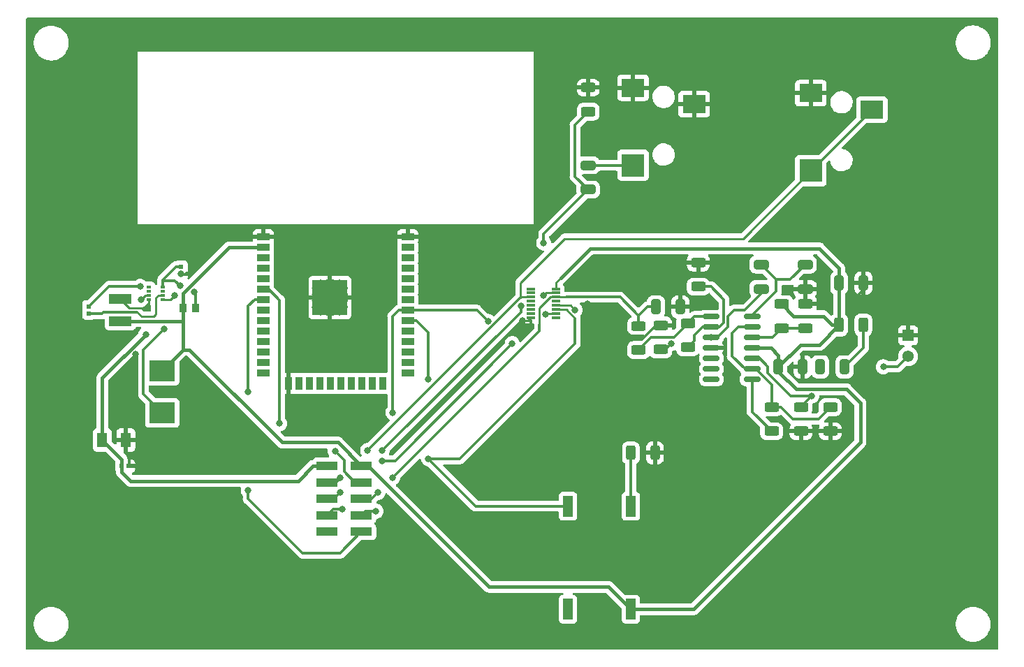
<source format=gbr>
%TF.GenerationSoftware,KiCad,Pcbnew,(6.0.11)*%
%TF.CreationDate,2023-02-28T10:49:06-05:00*%
%TF.ProjectId,RDNT_PCB,52444e54-5f50-4434-922e-6b696361645f,rev?*%
%TF.SameCoordinates,Original*%
%TF.FileFunction,Copper,L1,Top*%
%TF.FilePolarity,Positive*%
%FSLAX46Y46*%
G04 Gerber Fmt 4.6, Leading zero omitted, Abs format (unit mm)*
G04 Created by KiCad (PCBNEW (6.0.11)) date 2023-02-28 10:49:06*
%MOMM*%
%LPD*%
G01*
G04 APERTURE LIST*
G04 Aperture macros list*
%AMRoundRect*
0 Rectangle with rounded corners*
0 $1 Rounding radius*
0 $2 $3 $4 $5 $6 $7 $8 $9 X,Y pos of 4 corners*
0 Add a 4 corners polygon primitive as box body*
4,1,4,$2,$3,$4,$5,$6,$7,$8,$9,$2,$3,0*
0 Add four circle primitives for the rounded corners*
1,1,$1+$1,$2,$3*
1,1,$1+$1,$4,$5*
1,1,$1+$1,$6,$7*
1,1,$1+$1,$8,$9*
0 Add four rect primitives between the rounded corners*
20,1,$1+$1,$2,$3,$4,$5,0*
20,1,$1+$1,$4,$5,$6,$7,0*
20,1,$1+$1,$6,$7,$8,$9,0*
20,1,$1+$1,$8,$9,$2,$3,0*%
G04 Aperture macros list end*
%TA.AperFunction,SMDPad,CuDef*%
%ADD10RoundRect,0.250000X0.625000X-0.312500X0.625000X0.312500X-0.625000X0.312500X-0.625000X-0.312500X0*%
%TD*%
%TA.AperFunction,SMDPad,CuDef*%
%ADD11RoundRect,0.250000X-0.325000X-0.650000X0.325000X-0.650000X0.325000X0.650000X-0.325000X0.650000X0*%
%TD*%
%TA.AperFunction,SMDPad,CuDef*%
%ADD12R,2.580000X1.000000*%
%TD*%
%TA.AperFunction,SMDPad,CuDef*%
%ADD13R,0.540000X0.600000*%
%TD*%
%TA.AperFunction,SMDPad,CuDef*%
%ADD14R,1.200000X2.500000*%
%TD*%
%TA.AperFunction,SMDPad,CuDef*%
%ADD15R,3.149600X2.565400*%
%TD*%
%TA.AperFunction,SMDPad,CuDef*%
%ADD16R,1.500000X0.900000*%
%TD*%
%TA.AperFunction,SMDPad,CuDef*%
%ADD17R,0.900000X1.500000*%
%TD*%
%TA.AperFunction,SMDPad,CuDef*%
%ADD18R,1.050000X1.050000*%
%TD*%
%TA.AperFunction,SMDPad,CuDef*%
%ADD19R,4.200000X4.200000*%
%TD*%
%TA.AperFunction,HeatsinkPad*%
%ADD20C,0.475000*%
%TD*%
%TA.AperFunction,SMDPad,CuDef*%
%ADD21RoundRect,0.250000X0.650000X-0.325000X0.650000X0.325000X-0.650000X0.325000X-0.650000X-0.325000X0*%
%TD*%
%TA.AperFunction,SMDPad,CuDef*%
%ADD22R,2.720000X1.260000*%
%TD*%
%TA.AperFunction,ComponentPad*%
%ADD23R,1.378000X1.378000*%
%TD*%
%TA.AperFunction,ComponentPad*%
%ADD24C,1.378000*%
%TD*%
%TA.AperFunction,SMDPad,CuDef*%
%ADD25R,2.800000X2.200000*%
%TD*%
%TA.AperFunction,SMDPad,CuDef*%
%ADD26R,2.800000X2.800000*%
%TD*%
%TA.AperFunction,SMDPad,CuDef*%
%ADD27RoundRect,0.250000X0.312500X0.625000X-0.312500X0.625000X-0.312500X-0.625000X0.312500X-0.625000X0*%
%TD*%
%TA.AperFunction,SMDPad,CuDef*%
%ADD28RoundRect,0.250000X0.325000X0.650000X-0.325000X0.650000X-0.325000X-0.650000X0.325000X-0.650000X0*%
%TD*%
%TA.AperFunction,SMDPad,CuDef*%
%ADD29R,0.860000X0.980000*%
%TD*%
%TA.AperFunction,SMDPad,CuDef*%
%ADD30RoundRect,0.250000X-0.650000X0.325000X-0.650000X-0.325000X0.650000X-0.325000X0.650000X0.325000X0*%
%TD*%
%TA.AperFunction,SMDPad,CuDef*%
%ADD31RoundRect,0.250000X-0.625000X0.312500X-0.625000X-0.312500X0.625000X-0.312500X0.625000X0.312500X0*%
%TD*%
%TA.AperFunction,SMDPad,CuDef*%
%ADD32RoundRect,0.150000X0.825000X0.150000X-0.825000X0.150000X-0.825000X-0.150000X0.825000X-0.150000X0*%
%TD*%
%TA.AperFunction,SMDPad,CuDef*%
%ADD33R,0.600000X0.510000*%
%TD*%
%TA.AperFunction,SMDPad,CuDef*%
%ADD34R,1.250000X1.820000*%
%TD*%
%TA.AperFunction,SMDPad,CuDef*%
%ADD35R,0.977900X0.304800*%
%TD*%
%TA.AperFunction,SMDPad,CuDef*%
%ADD36R,0.600000X0.540000*%
%TD*%
%TA.AperFunction,SMDPad,CuDef*%
%ADD37R,0.475000X0.300000*%
%TD*%
%TA.AperFunction,ViaPad*%
%ADD38C,0.800000*%
%TD*%
%TA.AperFunction,Conductor*%
%ADD39C,0.304800*%
%TD*%
%TA.AperFunction,Conductor*%
%ADD40C,0.250000*%
%TD*%
%TA.AperFunction,Conductor*%
%ADD41C,0.406400*%
%TD*%
G04 APERTURE END LIST*
D10*
%TO.P,R12,1*%
%TO.N,Net-(R7-Pad1)*%
X144857199Y-106445901D03*
%TO.P,R12,2*%
%TO.N,/Mic_ADC*%
X144857199Y-103520901D03*
%TD*%
D11*
%TO.P,C7,1*%
%TO.N,/Mic_ADC*%
X146962199Y-101223401D03*
%TO.P,C7,2*%
%TO.N,GNDREF*%
X149912199Y-101223401D03*
%TD*%
D12*
%TO.P,J3,10,Pin_10*%
%TO.N,/LED_Out*%
X111252000Y-128492000D03*
%TO.P,J3,9,Pin_9*%
%TO.N,unconnected-(J3-Pad9)*%
X107082000Y-128492000D03*
%TO.P,J3,8,Pin_8*%
%TO.N,/sel1*%
X111252000Y-126492000D03*
%TO.P,J3,7,Pin_7*%
%TO.N,/sel2*%
X107082000Y-126492000D03*
%TO.P,J3,6,Pin_6*%
%TO.N,/Mic_ADC*%
X111252000Y-124492000D03*
%TO.P,J3,5,Pin_5*%
%TO.N,/Aux_ADC*%
X107082000Y-124492000D03*
%TO.P,J3,4,Pin_4*%
%TO.N,/Ble_ADC*%
X111252000Y-122492000D03*
%TO.P,J3,3,Pin_3*%
%TO.N,/Audio_Out*%
X107082000Y-122492000D03*
%TO.P,J3,2,Pin_2*%
%TO.N,VCC*%
X111252000Y-120492000D03*
%TO.P,J3,1,Pin_1*%
%TO.N,/+5V*%
X107082000Y-120492000D03*
%TD*%
D13*
%TO.P,C_inx1,1*%
%TO.N,/+5V*%
X82194200Y-120524200D03*
%TO.P,C_inx1,2*%
%TO.N,GNDREF*%
X83058200Y-120524200D03*
%TD*%
D14*
%TO.P,SW1,1,1*%
%TO.N,VCC*%
X143916400Y-137872800D03*
%TO.P,SW1,2,2*%
%TO.N,Net-(R9-Pad2)*%
X143916400Y-125372800D03*
%TO.P,SW1,3,K*%
%TO.N,unconnected-(SW1-Pad3)*%
X136296400Y-137872800D03*
%TO.P,SW1,4,A*%
%TO.N,/sel1*%
X136296400Y-125372800D03*
%TD*%
D15*
%TO.P,L1,2,2*%
%TO.N,Net-(C_boot1-Pad2)*%
X87122000Y-114071400D03*
%TO.P,L1,1,1*%
%TO.N,VCC*%
X87122000Y-108940600D03*
%TD*%
D10*
%TO.P,R1,1*%
%TO.N,Net-(R1-Pad1)*%
X160985200Y-116295900D03*
%TO.P,R1,2*%
%TO.N,Net-(R1-Pad2)*%
X160985200Y-113370900D03*
%TD*%
D16*
%TO.P,U2,1,GND*%
%TO.N,GNDREF*%
X99372000Y-92736000D03*
%TO.P,U2,2,VDD*%
%TO.N,VCC*%
X99372000Y-94006000D03*
%TO.P,U2,3,EN*%
%TO.N,unconnected-(U2-Pad3)*%
X99372000Y-95276000D03*
%TO.P,U2,4,SENSOR_VP*%
%TO.N,unconnected-(U2-Pad4)*%
X99372000Y-96546000D03*
%TO.P,U2,5,SENSOR_VN*%
%TO.N,unconnected-(U2-Pad5)*%
X99372000Y-97816000D03*
%TO.P,U2,6,IO34*%
%TO.N,/Ble_ADC*%
X99372000Y-99086000D03*
%TO.P,U2,7,IO35*%
%TO.N,/LED_Out*%
X99372000Y-100356000D03*
%TO.P,U2,8,IO32*%
%TO.N,unconnected-(U2-Pad8)*%
X99372000Y-101626000D03*
%TO.P,U2,9,IO33*%
%TO.N,unconnected-(U2-Pad9)*%
X99372000Y-102896000D03*
%TO.P,U2,10,IO25*%
%TO.N,unconnected-(U2-Pad10)*%
X99372000Y-104166000D03*
%TO.P,U2,11,IO26*%
%TO.N,unconnected-(U2-Pad11)*%
X99372000Y-105436000D03*
%TO.P,U2,12,IO27*%
%TO.N,unconnected-(U2-Pad12)*%
X99372000Y-106706000D03*
%TO.P,U2,13,IO14*%
%TO.N,unconnected-(U2-Pad13)*%
X99372000Y-107976000D03*
%TO.P,U2,14,IO12*%
%TO.N,unconnected-(U2-Pad14)*%
X99372000Y-109246000D03*
D17*
%TO.P,U2,15,GND*%
%TO.N,GNDREF*%
X102412000Y-110496000D03*
%TO.P,U2,16,IO13*%
%TO.N,unconnected-(U2-Pad16)*%
X103682000Y-110496000D03*
%TO.P,U2,17,SHD/SD2*%
%TO.N,unconnected-(U2-Pad17)*%
X104952000Y-110496000D03*
%TO.P,U2,18,SWP/SD3*%
%TO.N,unconnected-(U2-Pad18)*%
X106222000Y-110496000D03*
%TO.P,U2,19,SCS/CMD*%
%TO.N,unconnected-(U2-Pad19)*%
X107492000Y-110496000D03*
%TO.P,U2,20,SCK/CLK*%
%TO.N,unconnected-(U2-Pad20)*%
X108762000Y-110496000D03*
%TO.P,U2,21,SDO/SD0*%
%TO.N,unconnected-(U2-Pad21)*%
X110032000Y-110496000D03*
%TO.P,U2,22,SDI/SD1*%
%TO.N,unconnected-(U2-Pad22)*%
X111302000Y-110496000D03*
%TO.P,U2,23,IO15*%
%TO.N,unconnected-(U2-Pad23)*%
X112572000Y-110496000D03*
%TO.P,U2,24,IO2*%
%TO.N,unconnected-(U2-Pad24)*%
X113842000Y-110496000D03*
D16*
%TO.P,U2,25,IO0*%
%TO.N,unconnected-(U2-Pad25)*%
X116872000Y-109246000D03*
%TO.P,U2,26,IO4*%
%TO.N,unconnected-(U2-Pad26)*%
X116872000Y-107976000D03*
%TO.P,U2,27,IO16*%
%TO.N,unconnected-(U2-Pad27)*%
X116872000Y-106706000D03*
%TO.P,U2,28,IO17*%
%TO.N,unconnected-(U2-Pad28)*%
X116872000Y-105436000D03*
%TO.P,U2,29,IO5*%
%TO.N,unconnected-(U2-Pad29)*%
X116872000Y-104166000D03*
%TO.P,U2,30,IO18*%
%TO.N,/sel1*%
X116872000Y-102896000D03*
%TO.P,U2,31,IO19*%
%TO.N,/sel2*%
X116872000Y-101626000D03*
%TO.P,U2,32,NC*%
%TO.N,unconnected-(U2-Pad32)*%
X116872000Y-100356000D03*
%TO.P,U2,33,IO21*%
%TO.N,unconnected-(U2-Pad33)*%
X116872000Y-99086000D03*
%TO.P,U2,34,RXD0/IO3*%
%TO.N,unconnected-(U2-Pad34)*%
X116872000Y-97816000D03*
%TO.P,U2,35,TXD0/IO1*%
%TO.N,unconnected-(U2-Pad35)*%
X116872000Y-96546000D03*
%TO.P,U2,36,IO22*%
%TO.N,unconnected-(U2-Pad36)*%
X116872000Y-95276000D03*
%TO.P,U2,37,IO23*%
%TO.N,unconnected-(U2-Pad37)*%
X116872000Y-94006000D03*
%TO.P,U2,38,GND*%
%TO.N,GNDREF*%
X116872000Y-92736000D03*
D18*
%TO.P,U2,39,GND*%
X107442000Y-100076000D03*
X105917000Y-101601000D03*
D19*
X107442000Y-100076000D03*
D20*
X107442000Y-99313500D03*
X108204500Y-100076000D03*
X108204500Y-101601000D03*
X108204500Y-98551000D03*
D18*
X107442000Y-98551000D03*
X105917000Y-98551000D03*
D20*
X106679500Y-100076000D03*
X106679500Y-98551000D03*
D18*
X105917000Y-100076000D03*
D20*
X106679500Y-101601000D03*
D18*
X108967000Y-98551000D03*
X108967000Y-100076000D03*
D20*
X105917000Y-100838500D03*
X107442000Y-100838500D03*
X108967000Y-99313500D03*
X105917000Y-99313500D03*
D18*
X107442000Y-101601000D03*
D20*
X108967000Y-100838500D03*
D18*
X108967000Y-101601000D03*
%TD*%
D21*
%TO.P,C5,2*%
%TO.N,Net-(C5-Pad2)*%
X138750000Y-84047000D03*
%TO.P,C5,1*%
%TO.N,/Aux_ADC*%
X138750000Y-86997000D03*
%TD*%
D10*
%TO.P,R3,1*%
%TO.N,GNDREF*%
X164541200Y-116295900D03*
%TO.P,R3,2*%
%TO.N,Net-(C1-Pad2)*%
X164541200Y-113370900D03*
%TD*%
D22*
%TO.P,C_out1,1*%
%TO.N,VCC*%
X82042000Y-102930000D03*
%TO.P,C_out1,2*%
%TO.N,GNDREF*%
X82042000Y-100270000D03*
%TD*%
D23*
%TO.P,MK1,1*%
%TO.N,GNDREF*%
X177527200Y-104673400D03*
D24*
%TO.P,MK1,2*%
%TO.N,Net-(C1-Pad2)*%
X177527200Y-107213400D03*
%TD*%
D25*
%TO.P,J1,R*%
%TO.N,/Audio_Out*%
X173143400Y-77317800D03*
%TO.P,J1,S*%
%TO.N,GNDREF*%
X165743400Y-75317800D03*
D26*
%TO.P,J1,T*%
%TO.N,/Audio_Out*%
X165743400Y-84717800D03*
%TD*%
D27*
%TO.P,R9,1*%
%TO.N,GNDREF*%
X146843900Y-118922800D03*
%TO.P,R9,2*%
%TO.N,Net-(R9-Pad2)*%
X143918900Y-118922800D03*
%TD*%
D10*
%TO.P,R6,1*%
%TO.N,Net-(C4-Pad2)*%
X147523200Y-106389900D03*
%TO.P,R6,2*%
%TO.N,GNDREF*%
X147523200Y-103464900D03*
%TD*%
D28*
%TO.P,C6,1*%
%TO.N,GNDREF*%
X172112200Y-98323400D03*
%TO.P,C6,2*%
%TO.N,VCC*%
X169162200Y-98323400D03*
%TD*%
D29*
%TO.P,R_fbt1,1*%
%TO.N,Net-(IC1-Pad8)*%
X91189000Y-101346000D03*
%TO.P,R_fbt1,2*%
%TO.N,VCC*%
X89659000Y-101346000D03*
%TD*%
D27*
%TO.P,R4,1*%
%TO.N,Net-(C1-Pad1)*%
X172099700Y-103403400D03*
%TO.P,R4,2*%
%TO.N,VCC*%
X169174700Y-103403400D03*
%TD*%
D30*
%TO.P,C3,1*%
%TO.N,Net-(C3-Pad1)*%
X165049200Y-96086400D03*
%TO.P,C3,2*%
%TO.N,GNDREF*%
X165049200Y-99036400D03*
%TD*%
D11*
%TO.P,C2,1*%
%TO.N,VCC*%
X161796200Y-108483401D03*
%TO.P,C2,2*%
%TO.N,GNDREF*%
X164746200Y-108483401D03*
%TD*%
D31*
%TO.P,R5,1*%
%TO.N,GNDREF*%
X165077199Y-100870901D03*
%TO.P,R5,2*%
%TO.N,Net-(R10-Pad1)*%
X165077199Y-103795901D03*
%TD*%
D26*
%TO.P,J2,T*%
%TO.N,Net-(C5-Pad2)*%
X144190000Y-84050000D03*
D25*
%TO.P,J2,S*%
%TO.N,GNDREF*%
X144190000Y-74650000D03*
%TO.P,J2,R*%
X151590000Y-76650000D03*
%TD*%
D32*
%TO.P,U6,1*%
%TO.N,Net-(R1-Pad1)*%
X158634200Y-110007400D03*
%TO.P,U6,2,-*%
%TO.N,Net-(R1-Pad2)*%
X158634200Y-108737400D03*
%TO.P,U6,3,+*%
%TO.N,Net-(C1-Pad2)*%
X158634200Y-107467400D03*
%TO.P,U6,4,V+*%
%TO.N,VCC*%
X158634200Y-106197400D03*
%TO.P,U6,5,+*%
%TO.N,Net-(R10-Pad1)*%
X158634200Y-104927400D03*
%TO.P,U6,6,-*%
%TO.N,Net-(R1-Pad2)*%
X158634200Y-103657400D03*
%TO.P,U6,7*%
%TO.N,Net-(C3-Pad1)*%
X158634200Y-102387400D03*
%TO.P,U6,8*%
%TO.N,Net-(R7-Pad1)*%
X153684200Y-102387400D03*
%TO.P,U6,9,-*%
%TO.N,Net-(R7-Pad2)*%
X153684200Y-103657400D03*
%TO.P,U6,10,+*%
%TO.N,Net-(C4-Pad2)*%
X153684200Y-104927400D03*
%TO.P,U6,11,V-*%
%TO.N,GNDREF*%
X153684200Y-106197400D03*
%TO.P,U6,12,+*%
%TO.N,unconnected-(U6-Pad12)*%
X153684200Y-107467400D03*
%TO.P,U6,13,-*%
%TO.N,unconnected-(U6-Pad13)*%
X153684200Y-108737400D03*
%TO.P,U6,14*%
%TO.N,unconnected-(U6-Pad14)*%
X153684200Y-110007400D03*
%TD*%
D33*
%TO.P,R_fbb1,1*%
%TO.N,GNDREF*%
X89408000Y-97219000D03*
%TO.P,R_fbb1,2*%
%TO.N,Net-(IC1-Pad8)*%
X89408000Y-96329000D03*
%TD*%
D34*
%TO.P,C_in1,1*%
%TO.N,/+5V*%
X79850000Y-117348000D03*
%TO.P,C_in1,2*%
%TO.N,GNDREF*%
X82710000Y-117348000D03*
%TD*%
D35*
%TO.P,U1,1,S4*%
%TO.N,unconnected-(U1-Pad1)*%
X131794450Y-99036759D03*
%TO.P,U1,2,S6*%
%TO.N,unconnected-(U1-Pad2)*%
X131794450Y-99536885D03*
%TO.P,U1,3,D*%
%TO.N,/Audio_Out*%
X131794450Y-100037011D03*
%TO.P,U1,4,S7*%
%TO.N,unconnected-(U1-Pad4)*%
X131794450Y-100537137D03*
%TO.P,U1,5,S5*%
%TO.N,unconnected-(U1-Pad5)*%
X131794450Y-101037263D03*
%TO.P,U1,6,EN*%
%TO.N,unconnected-(U1-Pad6)*%
X131794450Y-101537389D03*
%TO.P,U1,7,NC*%
%TO.N,unconnected-(U1-Pad7)*%
X131794450Y-102037515D03*
%TO.P,U1,8,GND*%
%TO.N,GNDREF*%
X131794450Y-102537641D03*
%TO.P,U1,9,A2*%
%TO.N,unconnected-(U1-Pad9)*%
X134880550Y-102537641D03*
%TO.P,U1,10,A1*%
%TO.N,/sel2*%
X134880550Y-102037515D03*
%TO.P,U1,11,A0*%
%TO.N,/sel1*%
X134880550Y-101537389D03*
%TO.P,U1,12,S3*%
%TO.N,/Ble_ADC*%
X134880550Y-101037263D03*
%TO.P,U1,13,S0*%
%TO.N,unconnected-(U1-Pad13)*%
X134880550Y-100537137D03*
%TO.P,U1,14,S1*%
%TO.N,/Mic_ADC*%
X134880550Y-100037011D03*
%TO.P,U1,15,S2*%
%TO.N,/Aux_ADC*%
X134880550Y-99536885D03*
%TO.P,U1,16,VDD*%
%TO.N,VCC*%
X134880550Y-99036759D03*
%TD*%
D36*
%TO.P,C_boot1,1*%
%TO.N,Net-(C_boot1-Pad1)*%
X78232000Y-102032000D03*
%TO.P,C_boot1,2*%
%TO.N,Net-(C_boot1-Pad2)*%
X78232000Y-101168000D03*
%TD*%
D10*
%TO.P,R2,2*%
%TO.N,Net-(R1-Pad2)*%
X168097200Y-113370900D03*
%TO.P,R2,1*%
%TO.N,GNDREF*%
X168097200Y-116295900D03*
%TD*%
D37*
%TO.P,IC1,8,FB*%
%TO.N,Net-(IC1-Pad8)*%
X87198000Y-98818000D03*
%TO.P,IC1,7,NC_2*%
%TO.N,unconnected-(IC1-Pad7)*%
X87198000Y-99318000D03*
%TO.P,IC1,6,BST*%
%TO.N,Net-(C_boot1-Pad1)*%
X87198000Y-99818000D03*
%TO.P,IC1,5,SW*%
%TO.N,Net-(C_boot1-Pad2)*%
X87198000Y-100318000D03*
%TO.P,IC1,4,GND*%
%TO.N,GNDREF*%
X85522000Y-100318000D03*
%TO.P,IC1,3,VIN*%
%TO.N,/+5V*%
X85522000Y-99818000D03*
%TO.P,IC1,2,EN*%
%TO.N,unconnected-(IC1-Pad2)*%
X85522000Y-99318000D03*
%TO.P,IC1,1,NC_1*%
%TO.N,unconnected-(IC1-Pad1)*%
X85522000Y-98818000D03*
%TD*%
D30*
%TO.P,C4,1*%
%TO.N,Net-(C3-Pad1)*%
X159715200Y-96086400D03*
%TO.P,C4,2*%
%TO.N,Net-(C4-Pad2)*%
X159715200Y-99036400D03*
%TD*%
D10*
%TO.P,R10,1*%
%TO.N,Net-(R10-Pad1)*%
X162207199Y-103795901D03*
%TO.P,R10,2*%
%TO.N,VCC*%
X162207199Y-100870901D03*
%TD*%
%TO.P,R11,2*%
%TO.N,GNDREF*%
X138750000Y-74639500D03*
%TO.P,R11,1*%
%TO.N,/Aux_ADC*%
X138750000Y-77564500D03*
%TD*%
%TO.P,R8,1*%
%TO.N,Net-(R7-Pad2)*%
X152095200Y-98769900D03*
%TO.P,R8,2*%
%TO.N,GNDREF*%
X152095200Y-95844900D03*
%TD*%
D31*
%TO.P,R7,1*%
%TO.N,Net-(R7-Pad1)*%
X150825200Y-103210900D03*
%TO.P,R7,2*%
%TO.N,Net-(R7-Pad2)*%
X150825200Y-106135900D03*
%TD*%
D28*
%TO.P,C1,1*%
%TO.N,Net-(C1-Pad1)*%
X169826199Y-108483401D03*
%TO.P,C1,2*%
%TO.N,Net-(C1-Pad2)*%
X166876199Y-108483401D03*
%TD*%
D38*
%TO.N,GNDREF*%
X165077199Y-100870901D03*
X170688000Y-100584000D03*
X138684000Y-100838000D03*
X130810000Y-102880100D03*
X83854195Y-106968195D03*
X89408000Y-97219000D03*
X82042000Y-100270000D03*
%TO.N,/Ble_ADC*%
X137164299Y-101595701D03*
%TO.N,/Aux_ADC*%
X133350000Y-93472000D03*
%TO.N,Net-(C1-Pad2)*%
X174523401Y-108483401D03*
X166876199Y-108483401D03*
X165862000Y-112003900D03*
%TO.N,Net-(C4-Pad2)*%
X148844000Y-105664000D03*
X153684200Y-104927400D03*
%TO.N,/Ble_ADC*%
X129540000Y-105664000D03*
X113768326Y-119864326D03*
X111196326Y-122436326D03*
%TO.N,/sel2*%
X126595326Y-102973326D03*
X133604000Y-102108000D03*
%TO.N,/sel1*%
X119380000Y-119634000D03*
%TO.N,/sel2*%
X108966000Y-125730000D03*
X115062000Y-114046000D03*
%TO.N,/sel1*%
X113030000Y-125984000D03*
X119380000Y-109982000D03*
%TO.N,/Mic_ADC*%
X115062000Y-121920000D03*
X113284000Y-123698000D03*
%TO.N,/Aux_ADC*%
X130579674Y-101115674D03*
X133350000Y-99822000D03*
X113792000Y-118618000D03*
X108712000Y-123698000D03*
%TO.N,/Audio_Out*%
X108712000Y-121920000D03*
X112014000Y-118618000D03*
%TO.N,/LED_Out*%
X97536000Y-123444000D03*
X97536000Y-111506000D03*
%TO.N,Net-(C_boot1-Pad2)*%
X87376000Y-103886000D03*
X88646000Y-99822000D03*
%TO.N,Net-(IC1-Pad8)*%
X89255600Y-98653600D03*
X90966195Y-99373595D03*
%TO.N,Net-(C_boot1-Pad2)*%
X84455000Y-98729800D03*
%TO.N,/+5V*%
X84582000Y-100330000D03*
X85140800Y-104546400D03*
%TO.N,/Ble_ADC*%
X108051600Y-118719600D03*
X101346000Y-115366800D03*
%TD*%
D39*
%TO.N,GNDREF*%
X165077199Y-99064399D02*
X165049200Y-99036400D01*
X165077199Y-100870901D02*
X165077199Y-99064399D01*
X172112200Y-99159800D02*
X170688000Y-100584000D01*
X172112200Y-98323400D02*
X172112200Y-99159800D01*
X146979100Y-103464900D02*
X147523200Y-103464900D01*
X145288000Y-105156000D02*
X146979100Y-103464900D01*
X138684000Y-100838000D02*
X143002000Y-105156000D01*
X143002000Y-105156000D02*
X145288000Y-105156000D01*
D40*
X131451991Y-102880100D02*
X131794450Y-102537641D01*
X130810000Y-102880100D02*
X131451991Y-102880100D01*
X83854195Y-106968195D02*
X82710000Y-108112390D01*
X82710000Y-108112390D02*
X82710000Y-117348000D01*
X83118000Y-101346000D02*
X82042000Y-100270000D01*
X85522000Y-100718000D02*
X84894000Y-101346000D01*
X84894000Y-101346000D02*
X83118000Y-101346000D01*
X85522000Y-100318000D02*
X85522000Y-100718000D01*
%TO.N,Net-(C_boot1-Pad1)*%
X84621800Y-102401800D02*
X84074000Y-101854000D01*
X86066200Y-102401800D02*
X84621800Y-102401800D01*
D39*
X84074000Y-101854000D02*
X80010000Y-101854000D01*
X80010000Y-101854000D02*
X79832000Y-102032000D01*
X79832000Y-102032000D02*
X78232000Y-102032000D01*
D40*
X86660500Y-99818000D02*
X87198000Y-99818000D01*
X86360000Y-100118500D02*
X86660500Y-99818000D01*
X86360000Y-102108000D02*
X86360000Y-100118500D01*
X86066200Y-102401800D02*
X86360000Y-102108000D01*
D39*
%TO.N,Net-(R7-Pad2)*%
X153633900Y-98769900D02*
X152095200Y-98769900D01*
X155194000Y-103124000D02*
X155194000Y-100330000D01*
X153684200Y-103657400D02*
X154660600Y-103657400D01*
X154660600Y-103657400D02*
X155194000Y-103124000D01*
X155194000Y-100330000D02*
X153633900Y-98769900D01*
%TO.N,/Mic_ADC*%
X142609409Y-100037011D02*
X136105011Y-100037011D01*
X144857199Y-102284801D02*
X142609409Y-100037011D01*
D40*
X134880550Y-100037011D02*
X136105011Y-100037011D01*
D39*
%TO.N,Net-(C3-Pad1)*%
X161544000Y-97915200D02*
X163220400Y-97915200D01*
X163220400Y-97915200D02*
X165049200Y-96086400D01*
X161544000Y-99314000D02*
X161544000Y-97915200D01*
X158634200Y-102223800D02*
X161544000Y-99314000D01*
X158634200Y-102387400D02*
X158634200Y-102223800D01*
X161544000Y-97915200D02*
X159715200Y-96086400D01*
%TO.N,Net-(C1-Pad2)*%
X176257199Y-108483401D02*
X177527200Y-107213400D01*
X174523401Y-108483401D02*
X176257199Y-108483401D01*
%TO.N,/Aux_ADC*%
X137160000Y-79154500D02*
X138750000Y-77564500D01*
X138750000Y-86997000D02*
X137160000Y-85407000D01*
X137160000Y-85407000D02*
X137160000Y-79154500D01*
X133350000Y-93472000D02*
X133350000Y-92397000D01*
X133350000Y-92397000D02*
X138750000Y-86997000D01*
%TO.N,Net-(C5-Pad2)*%
X138753000Y-84050000D02*
X138750000Y-84047000D01*
X144190000Y-84050000D02*
X138753000Y-84050000D01*
D40*
%TO.N,/Audio_Out*%
X165743400Y-84717800D02*
X173143400Y-77317800D01*
X130556000Y-98298000D02*
X135890000Y-92964000D01*
X135890000Y-92964000D02*
X157497200Y-92964000D01*
X130556000Y-100076000D02*
X130556000Y-98298000D01*
X157497200Y-92964000D02*
X165743400Y-84717800D01*
D39*
%TO.N,Net-(R10-Pad1)*%
X162207199Y-103795901D02*
X165077199Y-103795901D01*
X161075700Y-104927400D02*
X162207199Y-103795901D01*
X158634200Y-104927400D02*
X161075700Y-104927400D01*
%TO.N,Net-(C1-Pad2)*%
X163311900Y-112003900D02*
X165862000Y-112003900D01*
X160528000Y-108458000D02*
X160528000Y-109220000D01*
X159537400Y-107467400D02*
X160528000Y-108458000D01*
X158634200Y-107467400D02*
X159537400Y-107467400D01*
X160528000Y-109220000D02*
X163311900Y-112003900D01*
%TO.N,Net-(C1-Pad1)*%
X172099700Y-106209900D02*
X172099700Y-103403400D01*
X169826199Y-108483401D02*
X172099700Y-106209900D01*
%TO.N,Net-(C1-Pad2)*%
X164541200Y-113324700D02*
X165862000Y-112003900D01*
X164541200Y-113370900D02*
X164541200Y-113324700D01*
%TO.N,Net-(R1-Pad2)*%
X166660100Y-114808000D02*
X168097200Y-113370900D01*
X163576000Y-114808000D02*
X166660100Y-114808000D01*
X162138900Y-113370900D02*
X163576000Y-114808000D01*
X160985200Y-113370900D02*
X162138900Y-113370900D01*
%TO.N,Net-(R1-Pad1)*%
X158634200Y-113944900D02*
X160985200Y-116295900D01*
X158634200Y-110007400D02*
X158634200Y-113944900D01*
%TO.N,Net-(R1-Pad2)*%
X160985200Y-110672899D02*
X160985200Y-113370900D01*
X159049701Y-108737400D02*
X160985200Y-110672899D01*
X158634200Y-108737400D02*
X159049701Y-108737400D01*
X156210000Y-104394000D02*
X156972000Y-103632000D01*
X156972000Y-103632000D02*
X158608800Y-103632000D01*
X156210000Y-107188000D02*
X156210000Y-104394000D01*
X158608800Y-103632000D02*
X158634200Y-103657400D01*
X157759400Y-108737400D02*
X156210000Y-107188000D01*
X158634200Y-108737400D02*
X157759400Y-108737400D01*
%TO.N,Net-(C4-Pad2)*%
X155702000Y-103632000D02*
X154406600Y-104927400D01*
X156464000Y-101600000D02*
X155702000Y-102362000D01*
X157736099Y-101600000D02*
X156464000Y-101600000D01*
X154406600Y-104927400D02*
X153684200Y-104927400D01*
X159715200Y-99620899D02*
X157736099Y-101600000D01*
X155702000Y-102362000D02*
X155702000Y-103632000D01*
X159715200Y-99036400D02*
X159715200Y-99620899D01*
%TO.N,Net-(R7-Pad1)*%
X150825200Y-103210900D02*
X151648700Y-102387400D01*
X151648700Y-102387400D02*
X153684200Y-102387400D01*
%TO.N,Net-(R7-Pad2)*%
X152628600Y-103657400D02*
X153684200Y-103657400D01*
X151638000Y-104648000D02*
X152628600Y-103657400D01*
X151638000Y-105323100D02*
X151638000Y-104648000D01*
X150825200Y-106135900D02*
X151638000Y-105323100D01*
%TO.N,Net-(C4-Pad2)*%
X148118100Y-106389900D02*
X148844000Y-105664000D01*
X147523200Y-106389900D02*
X148118100Y-106389900D01*
%TO.N,Net-(R7-Pad1)*%
X149134100Y-104902000D02*
X150825200Y-103210900D01*
X146401100Y-104902000D02*
X149134100Y-104902000D01*
X144857199Y-106445901D02*
X146401100Y-104902000D01*
%TO.N,/Mic_ADC*%
X145918599Y-101223401D02*
X146962199Y-101223401D01*
X144857199Y-102284801D02*
X145918599Y-101223401D01*
X144857199Y-103520901D02*
X144857199Y-102284801D01*
%TO.N,/Ble_ADC*%
X115339674Y-119864326D02*
X129540000Y-105664000D01*
X113768326Y-119864326D02*
X115339674Y-119864326D01*
D40*
X136605861Y-101037263D02*
X137164299Y-101595701D01*
X134880550Y-101037263D02*
X136605861Y-101037263D01*
D39*
%TO.N,/sel2*%
X125248000Y-101626000D02*
X126595326Y-102973326D01*
X116872000Y-101626000D02*
X125248000Y-101626000D01*
D40*
X133674485Y-102037515D02*
X133604000Y-102108000D01*
X134880550Y-102037515D02*
X133674485Y-102037515D01*
%TO.N,/sel1*%
X136081389Y-101537389D02*
X137160000Y-102616000D01*
X134880550Y-101537389D02*
X136081389Y-101537389D01*
D39*
X137160000Y-105664000D02*
X137160000Y-102616000D01*
X123190000Y-119634000D02*
X137160000Y-105664000D01*
X119380000Y-119634000D02*
X123190000Y-119634000D01*
%TO.N,Net-(R9-Pad2)*%
X143916400Y-118925300D02*
X143916400Y-125372800D01*
X143918900Y-118922800D02*
X143916400Y-118925300D01*
%TO.N,/sel1*%
X125118800Y-125372800D02*
X119380000Y-119634000D01*
X136296400Y-125372800D02*
X125118800Y-125372800D01*
%TO.N,/sel2*%
X107844000Y-125730000D02*
X107082000Y-126492000D01*
X108966000Y-125730000D02*
X107844000Y-125730000D01*
X115062000Y-102362000D02*
X115062000Y-114046000D01*
X115798000Y-101626000D02*
X115062000Y-102362000D01*
X116872000Y-101626000D02*
X115798000Y-101626000D01*
%TO.N,/sel1*%
X111760000Y-125984000D02*
X111252000Y-126492000D01*
X113030000Y-125984000D02*
X111760000Y-125984000D01*
X117926800Y-102896000D02*
X119380000Y-104349200D01*
X119380000Y-104349200D02*
X119380000Y-109982000D01*
X116872000Y-102896000D02*
X117926800Y-102896000D01*
D40*
%TO.N,/Mic_ADC*%
X132842000Y-101366400D02*
X132842000Y-103378000D01*
X134880550Y-100037011D02*
X134171389Y-100037011D01*
X134171389Y-100037011D02*
X132842000Y-101366400D01*
D39*
X132842000Y-104140000D02*
X132842000Y-103378000D01*
X115062000Y-121920000D02*
X132842000Y-104140000D01*
X112490000Y-124492000D02*
X113284000Y-123698000D01*
X111252000Y-124492000D02*
X112490000Y-124492000D01*
%TO.N,/Aux_ADC*%
X130579674Y-101830326D02*
X130579674Y-101115674D01*
X113792000Y-118618000D02*
X130579674Y-101830326D01*
D40*
X133635115Y-99536885D02*
X133350000Y-99822000D01*
X134880550Y-99536885D02*
X133635115Y-99536885D01*
D39*
X107918000Y-124492000D02*
X108712000Y-123698000D01*
X107082000Y-124492000D02*
X107918000Y-124492000D01*
D40*
%TO.N,/Audio_Out*%
X130594989Y-100037011D02*
X130556000Y-100076000D01*
X131794450Y-100037011D02*
X130594989Y-100037011D01*
D39*
X112014000Y-118618000D02*
X130556000Y-100076000D01*
X108140000Y-122492000D02*
X108712000Y-121920000D01*
X107082000Y-122492000D02*
X108140000Y-122492000D01*
%TO.N,/LED_Out*%
X108680000Y-131064000D02*
X111252000Y-128492000D01*
X104140000Y-131064000D02*
X108680000Y-131064000D01*
X97536000Y-123444000D02*
X97536000Y-124460000D01*
X97536000Y-124460000D02*
X104140000Y-131064000D01*
X97536000Y-101137200D02*
X97536000Y-111506000D01*
X98317200Y-100356000D02*
X97536000Y-101137200D01*
X99372000Y-100356000D02*
X98317200Y-100356000D01*
%TO.N,Net-(C_boot1-Pad2)*%
X84836000Y-106426000D02*
X87376000Y-103886000D01*
X84836000Y-111785400D02*
X84836000Y-106680000D01*
X84836000Y-106680000D02*
X84836000Y-106426000D01*
X87122000Y-114071400D02*
X84836000Y-111785400D01*
D40*
X88150000Y-100318000D02*
X88646000Y-99822000D01*
X87198000Y-100318000D02*
X88150000Y-100318000D01*
%TO.N,/+5V*%
X84582000Y-100330000D02*
X85094000Y-99818000D01*
X85094000Y-99818000D02*
X85522000Y-99818000D01*
D39*
%TO.N,Net-(IC1-Pad8)*%
X88620400Y-98018400D02*
X87198000Y-98018400D01*
X89255600Y-98653600D02*
X88620400Y-98018400D01*
X87198000Y-97934200D02*
X87198000Y-98018400D01*
X87198000Y-98018400D02*
X87198000Y-98815600D01*
X91189000Y-99596400D02*
X90966195Y-99373595D01*
X91189000Y-101346000D02*
X91189000Y-99596400D01*
X88803200Y-96329000D02*
X87198000Y-97934200D01*
X89408000Y-96329000D02*
X88803200Y-96329000D01*
%TO.N,Net-(C_boot1-Pad2)*%
X80670200Y-98729800D02*
X84455000Y-98729800D01*
X78232000Y-101168000D02*
X80670200Y-98729800D01*
D41*
%TO.N,/+5V*%
X79850000Y-117348000D02*
X79850000Y-109837200D01*
X79850000Y-109837200D02*
X85140800Y-104546400D01*
X105415600Y-120492000D02*
X107082000Y-120492000D01*
X103581200Y-122326400D02*
X105415600Y-120492000D01*
X82194200Y-121230600D02*
X83290000Y-122326400D01*
X83290000Y-122326400D02*
X103581200Y-122326400D01*
X82194200Y-120524200D02*
X82194200Y-121230600D01*
X82194200Y-119692200D02*
X82194200Y-120524200D01*
X79850000Y-117348000D02*
X82194200Y-119692200D01*
D39*
%TO.N,/Ble_ADC*%
X110477800Y-122492000D02*
X111252000Y-122492000D01*
X109169200Y-121183400D02*
X110477800Y-122492000D01*
X109169200Y-119837200D02*
X109169200Y-121183400D01*
X108051600Y-118719600D02*
X109169200Y-119837200D01*
X101346000Y-100425200D02*
X101346000Y-115366800D01*
X100006800Y-99086000D02*
X101346000Y-100425200D01*
X99372000Y-99086000D02*
X100006800Y-99086000D01*
D41*
%TO.N,VCC*%
X169162200Y-96518200D02*
X166776400Y-94132400D01*
X166776400Y-94132400D02*
X138988800Y-94132400D01*
X169162200Y-98323400D02*
X169162200Y-96518200D01*
X138988800Y-94132400D02*
X135432800Y-97688400D01*
X160883600Y-106197400D02*
X158634200Y-106197400D01*
X161796200Y-107110000D02*
X160883600Y-106197400D01*
X161796200Y-108483401D02*
X161796200Y-107110000D01*
D40*
X134880550Y-98240650D02*
X135432800Y-97688400D01*
X134880550Y-99036759D02*
X134880550Y-98240650D01*
D41*
X163672898Y-102336600D02*
X162207199Y-100870901D01*
X167233600Y-102336600D02*
X163672898Y-102336600D01*
X169174700Y-103403400D02*
X168300400Y-103403400D01*
X168300400Y-103403400D02*
X167233600Y-102336600D01*
X169174700Y-103403400D02*
X169174700Y-98335900D01*
X169174700Y-98335900D02*
X169162200Y-98323400D01*
X166736300Y-105841800D02*
X169174700Y-103403400D01*
X161796200Y-108483401D02*
X164437801Y-105841800D01*
X164437801Y-105841800D02*
X166736300Y-105841800D01*
X161796200Y-109040400D02*
X161796200Y-108483401D01*
X170078400Y-111201200D02*
X163957000Y-111201200D01*
X163957000Y-111201200D02*
X161796200Y-109040400D01*
X171729400Y-112852200D02*
X170078400Y-111201200D01*
X151509400Y-137872800D02*
X171729400Y-117652800D01*
X171729400Y-117652800D02*
X171729400Y-112852200D01*
X143916400Y-137872800D02*
X151509400Y-137872800D01*
X141197000Y-135153400D02*
X143916400Y-137872800D01*
X112042000Y-120492000D02*
X126703400Y-135153400D01*
X111252000Y-120492000D02*
X112042000Y-120492000D01*
X126703400Y-135153400D02*
X141197000Y-135153400D01*
X101676200Y-117652800D02*
X108412800Y-117652800D01*
X90427000Y-106403600D02*
X101676200Y-117652800D01*
X108412800Y-117652800D02*
X111252000Y-120492000D01*
X89659000Y-106403600D02*
X90427000Y-106403600D01*
X89659000Y-102771400D02*
X89500400Y-102930000D01*
X89659000Y-102771400D02*
X89659000Y-106403600D01*
X89500400Y-102930000D02*
X82042000Y-102930000D01*
X89659000Y-101346000D02*
X89659000Y-102771400D01*
X89659000Y-106403600D02*
X87122000Y-108940600D01*
X89659000Y-99545600D02*
X89659000Y-101346000D01*
X95198600Y-94006000D02*
X89659000Y-99545600D01*
X99372000Y-94006000D02*
X95198600Y-94006000D01*
%TD*%
%TA.AperFunction,Conductor*%
%TO.N,GNDREF*%
G36*
X188409621Y-66187502D02*
G01*
X188456114Y-66241158D01*
X188467500Y-66293500D01*
X188467500Y-142621500D01*
X188447498Y-142689621D01*
X188393842Y-142736114D01*
X188341500Y-142747500D01*
X70738500Y-142747500D01*
X70670379Y-142727498D01*
X70623886Y-142673842D01*
X70612500Y-142621500D01*
X70612500Y-139832703D01*
X71550743Y-139832703D01*
X71588268Y-140117734D01*
X71664129Y-140395036D01*
X71776923Y-140659476D01*
X71924561Y-140906161D01*
X72104313Y-141130528D01*
X72312851Y-141328423D01*
X72546317Y-141496186D01*
X72550112Y-141498195D01*
X72550113Y-141498196D01*
X72571869Y-141509715D01*
X72800392Y-141630712D01*
X73070373Y-141729511D01*
X73351264Y-141790755D01*
X73379841Y-141793004D01*
X73574282Y-141808307D01*
X73574291Y-141808307D01*
X73576739Y-141808500D01*
X73732271Y-141808500D01*
X73734407Y-141808354D01*
X73734418Y-141808354D01*
X73942548Y-141794165D01*
X73942554Y-141794164D01*
X73946825Y-141793873D01*
X73951020Y-141793004D01*
X73951022Y-141793004D01*
X74087583Y-141764724D01*
X74228342Y-141735574D01*
X74499343Y-141639607D01*
X74754812Y-141507750D01*
X74758313Y-141505289D01*
X74758317Y-141505287D01*
X74872417Y-141425096D01*
X74990023Y-141342441D01*
X75200622Y-141146740D01*
X75382713Y-140924268D01*
X75532927Y-140679142D01*
X75648483Y-140415898D01*
X75727244Y-140139406D01*
X75767751Y-139854784D01*
X75767845Y-139836951D01*
X75767867Y-139832703D01*
X183310743Y-139832703D01*
X183348268Y-140117734D01*
X183424129Y-140395036D01*
X183536923Y-140659476D01*
X183684561Y-140906161D01*
X183864313Y-141130528D01*
X184072851Y-141328423D01*
X184306317Y-141496186D01*
X184310112Y-141498195D01*
X184310113Y-141498196D01*
X184331869Y-141509715D01*
X184560392Y-141630712D01*
X184830373Y-141729511D01*
X185111264Y-141790755D01*
X185139841Y-141793004D01*
X185334282Y-141808307D01*
X185334291Y-141808307D01*
X185336739Y-141808500D01*
X185492271Y-141808500D01*
X185494407Y-141808354D01*
X185494418Y-141808354D01*
X185702548Y-141794165D01*
X185702554Y-141794164D01*
X185706825Y-141793873D01*
X185711020Y-141793004D01*
X185711022Y-141793004D01*
X185847583Y-141764724D01*
X185988342Y-141735574D01*
X186259343Y-141639607D01*
X186514812Y-141507750D01*
X186518313Y-141505289D01*
X186518317Y-141505287D01*
X186632417Y-141425096D01*
X186750023Y-141342441D01*
X186960622Y-141146740D01*
X187142713Y-140924268D01*
X187292927Y-140679142D01*
X187408483Y-140415898D01*
X187487244Y-140139406D01*
X187527751Y-139854784D01*
X187527845Y-139836951D01*
X187529235Y-139571583D01*
X187529235Y-139571576D01*
X187529257Y-139567297D01*
X187491732Y-139282266D01*
X187415871Y-139004964D01*
X187303077Y-138740524D01*
X187200441Y-138569032D01*
X187157643Y-138497521D01*
X187157640Y-138497517D01*
X187155439Y-138493839D01*
X186975687Y-138269472D01*
X186767149Y-138071577D01*
X186533683Y-137903814D01*
X186511843Y-137892250D01*
X186488654Y-137879972D01*
X186279608Y-137769288D01*
X186009627Y-137670489D01*
X185728736Y-137609245D01*
X185697685Y-137606801D01*
X185505718Y-137591693D01*
X185505709Y-137591693D01*
X185503261Y-137591500D01*
X185347729Y-137591500D01*
X185345593Y-137591646D01*
X185345582Y-137591646D01*
X185137452Y-137605835D01*
X185137446Y-137605836D01*
X185133175Y-137606127D01*
X185128980Y-137606996D01*
X185128978Y-137606996D01*
X184992416Y-137635277D01*
X184851658Y-137664426D01*
X184580657Y-137760393D01*
X184325188Y-137892250D01*
X184321687Y-137894711D01*
X184321683Y-137894713D01*
X184311594Y-137901804D01*
X184089977Y-138057559D01*
X183879378Y-138253260D01*
X183697287Y-138475732D01*
X183547073Y-138720858D01*
X183431517Y-138984102D01*
X183352756Y-139260594D01*
X183312249Y-139545216D01*
X183312227Y-139549505D01*
X183312226Y-139549512D01*
X183311798Y-139631300D01*
X183310743Y-139832703D01*
X75767867Y-139832703D01*
X75769235Y-139571583D01*
X75769235Y-139571576D01*
X75769257Y-139567297D01*
X75731732Y-139282266D01*
X75655871Y-139004964D01*
X75543077Y-138740524D01*
X75440441Y-138569032D01*
X75397643Y-138497521D01*
X75397640Y-138497517D01*
X75395439Y-138493839D01*
X75215687Y-138269472D01*
X75007149Y-138071577D01*
X74773683Y-137903814D01*
X74751843Y-137892250D01*
X74728654Y-137879972D01*
X74519608Y-137769288D01*
X74249627Y-137670489D01*
X73968736Y-137609245D01*
X73937685Y-137606801D01*
X73745718Y-137591693D01*
X73745709Y-137591693D01*
X73743261Y-137591500D01*
X73587729Y-137591500D01*
X73585593Y-137591646D01*
X73585582Y-137591646D01*
X73377452Y-137605835D01*
X73377446Y-137605836D01*
X73373175Y-137606127D01*
X73368980Y-137606996D01*
X73368978Y-137606996D01*
X73232416Y-137635277D01*
X73091658Y-137664426D01*
X72820657Y-137760393D01*
X72565188Y-137892250D01*
X72561687Y-137894711D01*
X72561683Y-137894713D01*
X72551594Y-137901804D01*
X72329977Y-138057559D01*
X72119378Y-138253260D01*
X71937287Y-138475732D01*
X71787073Y-138720858D01*
X71671517Y-138984102D01*
X71592756Y-139260594D01*
X71552249Y-139545216D01*
X71552227Y-139549505D01*
X71552226Y-139549512D01*
X71551798Y-139631300D01*
X71550743Y-139832703D01*
X70612500Y-139832703D01*
X70612500Y-102350134D01*
X77423500Y-102350134D01*
X77430255Y-102412316D01*
X77481385Y-102548705D01*
X77568739Y-102665261D01*
X77685295Y-102752615D01*
X77821684Y-102803745D01*
X77883866Y-102810500D01*
X78580134Y-102810500D01*
X78642316Y-102803745D01*
X78778705Y-102752615D01*
X78808989Y-102729918D01*
X78824793Y-102718074D01*
X78891299Y-102693226D01*
X78900358Y-102692900D01*
X79804737Y-102692900D01*
X79813308Y-102693192D01*
X79866843Y-102696842D01*
X79874320Y-102695537D01*
X79874321Y-102695537D01*
X79917826Y-102687944D01*
X79925347Y-102686631D01*
X79931865Y-102685670D01*
X79950223Y-102683448D01*
X79983262Y-102679450D01*
X79983264Y-102679450D01*
X79990805Y-102678537D01*
X79997913Y-102675851D01*
X80004879Y-102674140D01*
X80010042Y-102672728D01*
X80011106Y-102672407D01*
X80011218Y-102672406D01*
X80018910Y-102670302D01*
X80024421Y-102669340D01*
X80024938Y-102672305D01*
X80082101Y-102671881D01*
X80142110Y-102709821D01*
X80172081Y-102774181D01*
X80173500Y-102793037D01*
X80173500Y-103608134D01*
X80180255Y-103670316D01*
X80231385Y-103806705D01*
X80318739Y-103923261D01*
X80435295Y-104010615D01*
X80571684Y-104061745D01*
X80633866Y-104068500D01*
X83450134Y-104068500D01*
X83512316Y-104061745D01*
X83648705Y-104010615D01*
X83765261Y-103923261D01*
X83852615Y-103806705D01*
X83883818Y-103723471D01*
X83926459Y-103666706D01*
X83993021Y-103642006D01*
X84001800Y-103641700D01*
X84453152Y-103641700D01*
X84521273Y-103661702D01*
X84567766Y-103715358D01*
X84577870Y-103785632D01*
X84548376Y-103850212D01*
X84537463Y-103861336D01*
X84534894Y-103863649D01*
X84529547Y-103867534D01*
X84525125Y-103872445D01*
X84525124Y-103872446D01*
X84425843Y-103982709D01*
X84401760Y-104009456D01*
X84363382Y-104075928D01*
X84316705Y-104156776D01*
X84306273Y-104174844D01*
X84247258Y-104356472D01*
X84246568Y-104363033D01*
X84246568Y-104363035D01*
X84242882Y-104398112D01*
X84215870Y-104463769D01*
X84206667Y-104474038D01*
X81782741Y-106897963D01*
X79367284Y-109313420D01*
X79361018Y-109319274D01*
X79323280Y-109352195D01*
X79317219Y-109357482D01*
X79293994Y-109390529D01*
X79280309Y-109410001D01*
X79276375Y-109415298D01*
X79241454Y-109459834D01*
X79241450Y-109459840D01*
X79236767Y-109465813D01*
X79233642Y-109472734D01*
X79232428Y-109474739D01*
X79223659Y-109490112D01*
X79222541Y-109492196D01*
X79218170Y-109498416D01*
X79215410Y-109505495D01*
X79215409Y-109505497D01*
X79194852Y-109558224D01*
X79192300Y-109564297D01*
X79165880Y-109622809D01*
X79164496Y-109630277D01*
X79163788Y-109632536D01*
X79158951Y-109649518D01*
X79158358Y-109651827D01*
X79155597Y-109658908D01*
X79154606Y-109666437D01*
X79154605Y-109666440D01*
X79147217Y-109722556D01*
X79146185Y-109729070D01*
X79135872Y-109784715D01*
X79134488Y-109792183D01*
X79134925Y-109799763D01*
X79134925Y-109799764D01*
X79138091Y-109854670D01*
X79138300Y-109861923D01*
X79138300Y-115840074D01*
X79118298Y-115908195D01*
X79064642Y-115954688D01*
X79056529Y-115958056D01*
X78986705Y-115984232D01*
X78986704Y-115984233D01*
X78978295Y-115987385D01*
X78861739Y-116074739D01*
X78774385Y-116191295D01*
X78723255Y-116327684D01*
X78716500Y-116389866D01*
X78716500Y-118306134D01*
X78723255Y-118368316D01*
X78774385Y-118504705D01*
X78861739Y-118621261D01*
X78978295Y-118708615D01*
X79114684Y-118759745D01*
X79176866Y-118766500D01*
X80209815Y-118766500D01*
X80277936Y-118786502D01*
X80298910Y-118803405D01*
X81416062Y-119920558D01*
X81450088Y-119982870D01*
X81444949Y-120053881D01*
X81422455Y-120113884D01*
X81421602Y-120121732D01*
X81421602Y-120121734D01*
X81421590Y-120121848D01*
X81415700Y-120176066D01*
X81415700Y-120872334D01*
X81422455Y-120934516D01*
X81450236Y-121008621D01*
X81473585Y-121070905D01*
X81471010Y-121071870D01*
X81482500Y-121116773D01*
X81482500Y-121201570D01*
X81482208Y-121210140D01*
X81480360Y-121237251D01*
X81478255Y-121268121D01*
X81479560Y-121275597D01*
X81479560Y-121275600D01*
X81489296Y-121331383D01*
X81490259Y-121337908D01*
X81497055Y-121394067D01*
X81497968Y-121401611D01*
X81500654Y-121408719D01*
X81501219Y-121411019D01*
X81505886Y-121428080D01*
X81506566Y-121430334D01*
X81507872Y-121437815D01*
X81510924Y-121444767D01*
X81533675Y-121496595D01*
X81536167Y-121502702D01*
X81553452Y-121548444D01*
X81558857Y-121562749D01*
X81563156Y-121569004D01*
X81564249Y-121571095D01*
X81572855Y-121586557D01*
X81574058Y-121588591D01*
X81577111Y-121595546D01*
X81581734Y-121601571D01*
X81581737Y-121601576D01*
X81616188Y-121646474D01*
X81620064Y-121651809D01*
X81652118Y-121698447D01*
X81652123Y-121698453D01*
X81656425Y-121704712D01*
X81662099Y-121709767D01*
X81703173Y-121746363D01*
X81708449Y-121751344D01*
X82766220Y-122809116D01*
X82772073Y-122815381D01*
X82810282Y-122859181D01*
X82850594Y-122887512D01*
X82862801Y-122896091D01*
X82868098Y-122900025D01*
X82912634Y-122934946D01*
X82912640Y-122934950D01*
X82918613Y-122939633D01*
X82925534Y-122942758D01*
X82927539Y-122943972D01*
X82942912Y-122952741D01*
X82944996Y-122953859D01*
X82951216Y-122958230D01*
X82958295Y-122960990D01*
X82958297Y-122960991D01*
X83011024Y-122981548D01*
X83017097Y-122984100D01*
X83075609Y-123010520D01*
X83083077Y-123011904D01*
X83085336Y-123012612D01*
X83102318Y-123017449D01*
X83104627Y-123018042D01*
X83111708Y-123020803D01*
X83119237Y-123021794D01*
X83119240Y-123021795D01*
X83175356Y-123029183D01*
X83181870Y-123030215D01*
X83237515Y-123040528D01*
X83237516Y-123040528D01*
X83244983Y-123041912D01*
X83252563Y-123041475D01*
X83252564Y-123041475D01*
X83307470Y-123038309D01*
X83314723Y-123038100D01*
X96539208Y-123038100D01*
X96607329Y-123058102D01*
X96653822Y-123111758D01*
X96663926Y-123182032D01*
X96659042Y-123203031D01*
X96642458Y-123254072D01*
X96622496Y-123444000D01*
X96623186Y-123450565D01*
X96641397Y-123623829D01*
X96642458Y-123633928D01*
X96701473Y-123815556D01*
X96796960Y-123980944D01*
X96832433Y-124020340D01*
X96842736Y-124031783D01*
X96873453Y-124095791D01*
X96875100Y-124116094D01*
X96875100Y-124432737D01*
X96874808Y-124441308D01*
X96871158Y-124494843D01*
X96872463Y-124502320D01*
X96872463Y-124502321D01*
X96881368Y-124553343D01*
X96882330Y-124559865D01*
X96889463Y-124618805D01*
X96892149Y-124625913D01*
X96893860Y-124632879D01*
X96895279Y-124638068D01*
X96897356Y-124644947D01*
X96898661Y-124652424D01*
X96922529Y-124706795D01*
X96925012Y-124712881D01*
X96946006Y-124768441D01*
X96950309Y-124774702D01*
X96953615Y-124781026D01*
X96956271Y-124785798D01*
X96959906Y-124791944D01*
X96962958Y-124798896D01*
X96981355Y-124822872D01*
X96999102Y-124846001D01*
X97002973Y-124851328D01*
X97036611Y-124900271D01*
X97042287Y-124905328D01*
X97079819Y-124938768D01*
X97085095Y-124943749D01*
X103653393Y-131512047D01*
X103659246Y-131518312D01*
X103694524Y-131558752D01*
X103707245Y-131567692D01*
X103743084Y-131592880D01*
X103748380Y-131596813D01*
X103795121Y-131633463D01*
X103802045Y-131636589D01*
X103808176Y-131640302D01*
X103812796Y-131642938D01*
X103819178Y-131646360D01*
X103825397Y-131650731D01*
X103832476Y-131653491D01*
X103880713Y-131672298D01*
X103886792Y-131674854D01*
X103940912Y-131699289D01*
X103948388Y-131700675D01*
X103955266Y-131702830D01*
X103960391Y-131704290D01*
X103967355Y-131706078D01*
X103974434Y-131708838D01*
X103981966Y-131709830D01*
X103981968Y-131709830D01*
X104007196Y-131713151D01*
X104033300Y-131716587D01*
X104039798Y-131717616D01*
X104098197Y-131728440D01*
X104105777Y-131728003D01*
X104105778Y-131728003D01*
X104155967Y-131725109D01*
X104163220Y-131724900D01*
X108652737Y-131724900D01*
X108661308Y-131725192D01*
X108714843Y-131728842D01*
X108722320Y-131727537D01*
X108722321Y-131727537D01*
X108747626Y-131723121D01*
X108773347Y-131718631D01*
X108779865Y-131717670D01*
X108798223Y-131715448D01*
X108831262Y-131711450D01*
X108831264Y-131711450D01*
X108838805Y-131710537D01*
X108845913Y-131707851D01*
X108852879Y-131706140D01*
X108858068Y-131704721D01*
X108864947Y-131702644D01*
X108872424Y-131701339D01*
X108926795Y-131677471D01*
X108932886Y-131674986D01*
X108933236Y-131674854D01*
X108950282Y-131668413D01*
X108981336Y-131656679D01*
X108981338Y-131656678D01*
X108988441Y-131653994D01*
X108994702Y-131649691D01*
X109001026Y-131646385D01*
X109005798Y-131643729D01*
X109011944Y-131640094D01*
X109018896Y-131637042D01*
X109066001Y-131600898D01*
X109071334Y-131597023D01*
X109077362Y-131592880D01*
X109120271Y-131563389D01*
X109158769Y-131520180D01*
X109163749Y-131514905D01*
X111141249Y-129537405D01*
X111203561Y-129503379D01*
X111230344Y-129500500D01*
X112590134Y-129500500D01*
X112652316Y-129493745D01*
X112788705Y-129442615D01*
X112905261Y-129355261D01*
X112992615Y-129238705D01*
X113043745Y-129102316D01*
X113050500Y-129040134D01*
X113050500Y-127943866D01*
X113043745Y-127881684D01*
X112992615Y-127745295D01*
X112905261Y-127628739D01*
X112857340Y-127592824D01*
X112814827Y-127535967D01*
X112809801Y-127465149D01*
X112843861Y-127402855D01*
X112857330Y-127391183D01*
X112905261Y-127355261D01*
X112992615Y-127238705D01*
X113043745Y-127102316D01*
X113050500Y-127040134D01*
X113050500Y-127010472D01*
X113070502Y-126942351D01*
X113124158Y-126895858D01*
X113150302Y-126887225D01*
X113312288Y-126852794D01*
X113318319Y-126850109D01*
X113480722Y-126777803D01*
X113480724Y-126777802D01*
X113486752Y-126775118D01*
X113501367Y-126764500D01*
X113555375Y-126725260D01*
X113641253Y-126662866D01*
X113769040Y-126520944D01*
X113864527Y-126355556D01*
X113923542Y-126173928D01*
X113925038Y-126159700D01*
X113942814Y-125990565D01*
X113943504Y-125984000D01*
X113940115Y-125951754D01*
X113924232Y-125800635D01*
X113924232Y-125800633D01*
X113923542Y-125794072D01*
X113864527Y-125612444D01*
X113846457Y-125581145D01*
X113772341Y-125452774D01*
X113769040Y-125447056D01*
X113641253Y-125305134D01*
X113486752Y-125192882D01*
X113480724Y-125190198D01*
X113480722Y-125190197D01*
X113318319Y-125117891D01*
X113318318Y-125117891D01*
X113312288Y-125115206D01*
X113150302Y-125080775D01*
X113087830Y-125047047D01*
X113053508Y-124984897D01*
X113050500Y-124957528D01*
X113050500Y-124918344D01*
X113070502Y-124850223D01*
X113087405Y-124829249D01*
X113273249Y-124643405D01*
X113335561Y-124609379D01*
X113362344Y-124606500D01*
X113379487Y-124606500D01*
X113385939Y-124605128D01*
X113385944Y-124605128D01*
X113476402Y-124585900D01*
X113566288Y-124566794D01*
X113649996Y-124529525D01*
X113734722Y-124491803D01*
X113734724Y-124491802D01*
X113740752Y-124489118D01*
X113895253Y-124376866D01*
X114023040Y-124234944D01*
X114118527Y-124069556D01*
X114176268Y-123891849D01*
X114216342Y-123833244D01*
X114281739Y-123805607D01*
X114351695Y-123817714D01*
X114385196Y-123841691D01*
X126179620Y-135636116D01*
X126185473Y-135642381D01*
X126223682Y-135686181D01*
X126229893Y-135690546D01*
X126229894Y-135690547D01*
X126276207Y-135723095D01*
X126281499Y-135727026D01*
X126332013Y-135766634D01*
X126338940Y-135769762D01*
X126340935Y-135770970D01*
X126356330Y-135779751D01*
X126358396Y-135780859D01*
X126364616Y-135785230D01*
X126371696Y-135787990D01*
X126371701Y-135787993D01*
X126424430Y-135808551D01*
X126430512Y-135811107D01*
X126489010Y-135837520D01*
X126496478Y-135838904D01*
X126498737Y-135839612D01*
X126515766Y-135844462D01*
X126518030Y-135845043D01*
X126525108Y-135847803D01*
X126588779Y-135856186D01*
X126595254Y-135857212D01*
X126658384Y-135868912D01*
X126665964Y-135868475D01*
X126665965Y-135868475D01*
X126720877Y-135865309D01*
X126728129Y-135865100D01*
X135615667Y-135865100D01*
X135683788Y-135885102D01*
X135730281Y-135938758D01*
X135740385Y-136009032D01*
X135710891Y-136073612D01*
X135651165Y-136111996D01*
X135629275Y-136116363D01*
X135586084Y-136121055D01*
X135449695Y-136172185D01*
X135333139Y-136259539D01*
X135245785Y-136376095D01*
X135194655Y-136512484D01*
X135187900Y-136574666D01*
X135187900Y-139170934D01*
X135194655Y-139233116D01*
X135245785Y-139369505D01*
X135333139Y-139486061D01*
X135449695Y-139573415D01*
X135586084Y-139624545D01*
X135648266Y-139631300D01*
X136944534Y-139631300D01*
X137006716Y-139624545D01*
X137143105Y-139573415D01*
X137259661Y-139486061D01*
X137347015Y-139369505D01*
X137398145Y-139233116D01*
X137404900Y-139170934D01*
X137404900Y-136574666D01*
X137398145Y-136512484D01*
X137347015Y-136376095D01*
X137259661Y-136259539D01*
X137143105Y-136172185D01*
X137006716Y-136121055D01*
X136963525Y-136116363D01*
X136897963Y-136089121D01*
X136857537Y-136030758D01*
X136855082Y-135959804D01*
X136891377Y-135898786D01*
X136954899Y-135867077D01*
X136977133Y-135865100D01*
X140850015Y-135865100D01*
X140918136Y-135885102D01*
X140939110Y-135902005D01*
X142770995Y-137733891D01*
X142805021Y-137796203D01*
X142807900Y-137822986D01*
X142807900Y-139170934D01*
X142814655Y-139233116D01*
X142865785Y-139369505D01*
X142953139Y-139486061D01*
X143069695Y-139573415D01*
X143206084Y-139624545D01*
X143268266Y-139631300D01*
X144564534Y-139631300D01*
X144626716Y-139624545D01*
X144763105Y-139573415D01*
X144879661Y-139486061D01*
X144967015Y-139369505D01*
X145018145Y-139233116D01*
X145024900Y-139170934D01*
X145024900Y-138710500D01*
X145044902Y-138642379D01*
X145098558Y-138595886D01*
X145150900Y-138584500D01*
X151480370Y-138584500D01*
X151488940Y-138584792D01*
X151539346Y-138588229D01*
X151539350Y-138588229D01*
X151546921Y-138588745D01*
X151554397Y-138587440D01*
X151554400Y-138587440D01*
X151610183Y-138577704D01*
X151616708Y-138576741D01*
X151672867Y-138569945D01*
X151672868Y-138569945D01*
X151680411Y-138569032D01*
X151687519Y-138566346D01*
X151689819Y-138565781D01*
X151706880Y-138561114D01*
X151709134Y-138560434D01*
X151716615Y-138559128D01*
X151775405Y-138533321D01*
X151781502Y-138530833D01*
X151834447Y-138510827D01*
X151834450Y-138510826D01*
X151841549Y-138508143D01*
X151847804Y-138503844D01*
X151849895Y-138502751D01*
X151865357Y-138494145D01*
X151867391Y-138492942D01*
X151874346Y-138489889D01*
X151880371Y-138485266D01*
X151880376Y-138485263D01*
X151925274Y-138450812D01*
X151930609Y-138446936D01*
X151977247Y-138414882D01*
X151977253Y-138414877D01*
X151983512Y-138410575D01*
X152025164Y-138363826D01*
X152030144Y-138358551D01*
X172212116Y-118176580D01*
X172218382Y-118170726D01*
X172256459Y-118137510D01*
X172256461Y-118137508D01*
X172262181Y-118132518D01*
X172290512Y-118092206D01*
X172299091Y-118079999D01*
X172303025Y-118074702D01*
X172337946Y-118030166D01*
X172337950Y-118030160D01*
X172342633Y-118024187D01*
X172345758Y-118017266D01*
X172346972Y-118015261D01*
X172355741Y-117999888D01*
X172356859Y-117997804D01*
X172361230Y-117991584D01*
X172364880Y-117982224D01*
X172384548Y-117931776D01*
X172387104Y-117925694D01*
X172413520Y-117867191D01*
X172414904Y-117859723D01*
X172415612Y-117857464D01*
X172420449Y-117840482D01*
X172421042Y-117838173D01*
X172423803Y-117831092D01*
X172424809Y-117823452D01*
X172432183Y-117767444D01*
X172433215Y-117760930D01*
X172443528Y-117705285D01*
X172443528Y-117705284D01*
X172444912Y-117697817D01*
X172441309Y-117635329D01*
X172441100Y-117628077D01*
X172441100Y-112881230D01*
X172441392Y-112872660D01*
X172444829Y-112822254D01*
X172444829Y-112822250D01*
X172445345Y-112814679D01*
X172443034Y-112801437D01*
X172434304Y-112751417D01*
X172433341Y-112744892D01*
X172426545Y-112688733D01*
X172426545Y-112688732D01*
X172425632Y-112681189D01*
X172422946Y-112674081D01*
X172422381Y-112671781D01*
X172417714Y-112654720D01*
X172417033Y-112652466D01*
X172415728Y-112644985D01*
X172412676Y-112638033D01*
X172412675Y-112638029D01*
X172394931Y-112597610D01*
X172389922Y-112586198D01*
X172387431Y-112580094D01*
X172375711Y-112549078D01*
X172364743Y-112520051D01*
X172360443Y-112513795D01*
X172359354Y-112511711D01*
X172350747Y-112496248D01*
X172349543Y-112494212D01*
X172346489Y-112487255D01*
X172307393Y-112436304D01*
X172303537Y-112430996D01*
X172271479Y-112384349D01*
X172271474Y-112384344D01*
X172267175Y-112378088D01*
X172260465Y-112372109D01*
X172220436Y-112336445D01*
X172215160Y-112331464D01*
X170602180Y-110718484D01*
X170596326Y-110712218D01*
X170563110Y-110674141D01*
X170563108Y-110674139D01*
X170558118Y-110668419D01*
X170505599Y-110631509D01*
X170500302Y-110627575D01*
X170455766Y-110592654D01*
X170455760Y-110592650D01*
X170449787Y-110587967D01*
X170442866Y-110584842D01*
X170440861Y-110583628D01*
X170425488Y-110574859D01*
X170423404Y-110573741D01*
X170417184Y-110569370D01*
X170410105Y-110566610D01*
X170410103Y-110566609D01*
X170357376Y-110546052D01*
X170351303Y-110543500D01*
X170292791Y-110517080D01*
X170285323Y-110515696D01*
X170283064Y-110514988D01*
X170266082Y-110510151D01*
X170263773Y-110509558D01*
X170256692Y-110506797D01*
X170249163Y-110505806D01*
X170249160Y-110505805D01*
X170193044Y-110498417D01*
X170186530Y-110497385D01*
X170130885Y-110487072D01*
X170130884Y-110487072D01*
X170123417Y-110485688D01*
X170115837Y-110486125D01*
X170115836Y-110486125D01*
X170060930Y-110489291D01*
X170053677Y-110489500D01*
X164303986Y-110489500D01*
X164235865Y-110469498D01*
X164214891Y-110452595D01*
X162942792Y-109180496D01*
X163663201Y-109180496D01*
X163663538Y-109187015D01*
X163673457Y-109282607D01*
X163676349Y-109296001D01*
X163727788Y-109450185D01*
X163733961Y-109463363D01*
X163819263Y-109601208D01*
X163828299Y-109612609D01*
X163943029Y-109727140D01*
X163954440Y-109736152D01*
X164092443Y-109821217D01*
X164105624Y-109827364D01*
X164259910Y-109878539D01*
X164273286Y-109881406D01*
X164367638Y-109891073D01*
X164374054Y-109891401D01*
X164474085Y-109891401D01*
X164489324Y-109886926D01*
X164490529Y-109885536D01*
X164492200Y-109877853D01*
X164492200Y-109873285D01*
X165000200Y-109873285D01*
X165004675Y-109888524D01*
X165006065Y-109889729D01*
X165013748Y-109891400D01*
X165118295Y-109891400D01*
X165124814Y-109891063D01*
X165220406Y-109881144D01*
X165233800Y-109878252D01*
X165387984Y-109826813D01*
X165401162Y-109820640D01*
X165539007Y-109735338D01*
X165550408Y-109726302D01*
X165664939Y-109611572D01*
X165673953Y-109600158D01*
X165703670Y-109551948D01*
X165756442Y-109504454D01*
X165826513Y-109493030D01*
X165891637Y-109521304D01*
X165918073Y-109551759D01*
X165952721Y-109607749D01*
X166077896Y-109732706D01*
X166084126Y-109736546D01*
X166084127Y-109736547D01*
X166221487Y-109821217D01*
X166228461Y-109825516D01*
X166308204Y-109851965D01*
X166389810Y-109879033D01*
X166389812Y-109879033D01*
X166396338Y-109881198D01*
X166403174Y-109881898D01*
X166403177Y-109881899D01*
X166446230Y-109886310D01*
X166500799Y-109891901D01*
X167251599Y-109891901D01*
X167254845Y-109891564D01*
X167254849Y-109891564D01*
X167350507Y-109881639D01*
X167350511Y-109881638D01*
X167357365Y-109880927D01*
X167363901Y-109878746D01*
X167363903Y-109878746D01*
X167496005Y-109834673D01*
X167525145Y-109824951D01*
X167675547Y-109731879D01*
X167800504Y-109606704D01*
X167808459Y-109593799D01*
X167889474Y-109462369D01*
X167889475Y-109462367D01*
X167893314Y-109456139D01*
X167927693Y-109352490D01*
X167946831Y-109294790D01*
X167946831Y-109294788D01*
X167948996Y-109288262D01*
X167953975Y-109239672D01*
X167959366Y-109187051D01*
X167959699Y-109183801D01*
X168742699Y-109183801D01*
X168743036Y-109187047D01*
X168743036Y-109187051D01*
X168752951Y-109282607D01*
X168753673Y-109289567D01*
X168755854Y-109296103D01*
X168755854Y-109296105D01*
X168774567Y-109352195D01*
X168809649Y-109457347D01*
X168902721Y-109607749D01*
X169027896Y-109732706D01*
X169034126Y-109736546D01*
X169034127Y-109736547D01*
X169171487Y-109821217D01*
X169178461Y-109825516D01*
X169258204Y-109851965D01*
X169339810Y-109879033D01*
X169339812Y-109879033D01*
X169346338Y-109881198D01*
X169353174Y-109881898D01*
X169353177Y-109881899D01*
X169396230Y-109886310D01*
X169450799Y-109891901D01*
X170201599Y-109891901D01*
X170204845Y-109891564D01*
X170204849Y-109891564D01*
X170300507Y-109881639D01*
X170300511Y-109881638D01*
X170307365Y-109880927D01*
X170313901Y-109878746D01*
X170313903Y-109878746D01*
X170446005Y-109834673D01*
X170475145Y-109824951D01*
X170625547Y-109731879D01*
X170750504Y-109606704D01*
X170758459Y-109593799D01*
X170839474Y-109462369D01*
X170839475Y-109462367D01*
X170843314Y-109456139D01*
X170877693Y-109352490D01*
X170896831Y-109294790D01*
X170896831Y-109294788D01*
X170898996Y-109288262D01*
X170903975Y-109239672D01*
X170909366Y-109187051D01*
X170909699Y-109183801D01*
X170909699Y-108483401D01*
X173609897Y-108483401D01*
X173610587Y-108489966D01*
X173615459Y-108536316D01*
X173629859Y-108673329D01*
X173688874Y-108854957D01*
X173784361Y-109020345D01*
X173788779Y-109025252D01*
X173788780Y-109025253D01*
X173907726Y-109157356D01*
X173912148Y-109162267D01*
X173941787Y-109183801D01*
X174048210Y-109261122D01*
X174066649Y-109274519D01*
X174072677Y-109277203D01*
X174072679Y-109277204D01*
X174235082Y-109349510D01*
X174241113Y-109352195D01*
X174334513Y-109372048D01*
X174421457Y-109390529D01*
X174421462Y-109390529D01*
X174427914Y-109391901D01*
X174618888Y-109391901D01*
X174625340Y-109390529D01*
X174625345Y-109390529D01*
X174712288Y-109372048D01*
X174805689Y-109352195D01*
X174811720Y-109349510D01*
X174974123Y-109277204D01*
X174974125Y-109277203D01*
X174980153Y-109274519D01*
X174998593Y-109261122D01*
X175126261Y-109168365D01*
X175193129Y-109144507D01*
X175200322Y-109144301D01*
X176229936Y-109144301D01*
X176238507Y-109144593D01*
X176292042Y-109148243D01*
X176299519Y-109146938D01*
X176299520Y-109146938D01*
X176324825Y-109142522D01*
X176350546Y-109138032D01*
X176357064Y-109137071D01*
X176375422Y-109134849D01*
X176408461Y-109130851D01*
X176408463Y-109130851D01*
X176416004Y-109129938D01*
X176423112Y-109127252D01*
X176430078Y-109125541D01*
X176435267Y-109124122D01*
X176442146Y-109122045D01*
X176449623Y-109120740D01*
X176503994Y-109096872D01*
X176510085Y-109094387D01*
X176558535Y-109076080D01*
X176558537Y-109076079D01*
X176565640Y-109073395D01*
X176571901Y-109069092D01*
X176578225Y-109065786D01*
X176582997Y-109063130D01*
X176589143Y-109059495D01*
X176596095Y-109056443D01*
X176629255Y-109030999D01*
X176643200Y-109020299D01*
X176648533Y-109016424D01*
X176651148Y-109014627D01*
X176697470Y-108982790D01*
X176735968Y-108939581D01*
X176740948Y-108934306D01*
X177238964Y-108436290D01*
X177301276Y-108402264D01*
X177355867Y-108402492D01*
X177370225Y-108405741D01*
X177375996Y-108405968D01*
X177375998Y-108405968D01*
X177441408Y-108408538D01*
X177590141Y-108414382D01*
X177699044Y-108398592D01*
X177802234Y-108383630D01*
X177802239Y-108383629D01*
X177807948Y-108382801D01*
X177813412Y-108380946D01*
X177813417Y-108380945D01*
X178010886Y-108313913D01*
X178016354Y-108312057D01*
X178208377Y-108204519D01*
X178260843Y-108160884D01*
X178373150Y-108067479D01*
X178377588Y-108063788D01*
X178518319Y-107894577D01*
X178625857Y-107702554D01*
X178653198Y-107622009D01*
X178694745Y-107499617D01*
X178694746Y-107499612D01*
X178696601Y-107494148D01*
X178698467Y-107481283D01*
X178725254Y-107296534D01*
X178728182Y-107276341D01*
X178729830Y-107213400D01*
X178711321Y-107011962D01*
X178710221Y-106999992D01*
X178710220Y-106999989D01*
X178709692Y-106994238D01*
X178702602Y-106969096D01*
X178651520Y-106787975D01*
X178651519Y-106787973D01*
X178649952Y-106782416D01*
X178644987Y-106772346D01*
X178555166Y-106590209D01*
X178552611Y-106585028D01*
X178536547Y-106563515D01*
X178488993Y-106499833D01*
X178420928Y-106408683D01*
X178259315Y-106259289D01*
X178254432Y-106256208D01*
X178254428Y-106256205D01*
X178078067Y-106144930D01*
X178078062Y-106144928D01*
X178073183Y-106141849D01*
X178045679Y-106130876D01*
X178001948Y-106113429D01*
X177946088Y-106069608D01*
X177922788Y-106002544D01*
X177939444Y-105933529D01*
X177990768Y-105884474D01*
X178048638Y-105870399D01*
X178260869Y-105870399D01*
X178267690Y-105870029D01*
X178318552Y-105864505D01*
X178333804Y-105860879D01*
X178454254Y-105815724D01*
X178469849Y-105807186D01*
X178571924Y-105730685D01*
X178584485Y-105718124D01*
X178660986Y-105616049D01*
X178669524Y-105600454D01*
X178714678Y-105480006D01*
X178718305Y-105464751D01*
X178723831Y-105413886D01*
X178724200Y-105407072D01*
X178724200Y-104945515D01*
X178719725Y-104930276D01*
X178718335Y-104929071D01*
X178710652Y-104927400D01*
X176348316Y-104927400D01*
X176333077Y-104931875D01*
X176331872Y-104933265D01*
X176330201Y-104940948D01*
X176330201Y-105407069D01*
X176330571Y-105413890D01*
X176336095Y-105464752D01*
X176339721Y-105480004D01*
X176384876Y-105600454D01*
X176393414Y-105616049D01*
X176469915Y-105718124D01*
X176482476Y-105730685D01*
X176584551Y-105807186D01*
X176600146Y-105815724D01*
X176720594Y-105860878D01*
X176735849Y-105864505D01*
X176786714Y-105870031D01*
X176793528Y-105870400D01*
X177001927Y-105870400D01*
X177070048Y-105890402D01*
X177116541Y-105944058D01*
X177126645Y-106014332D01*
X177097151Y-106078912D01*
X177045537Y-106114612D01*
X177014873Y-106125924D01*
X177014865Y-106125928D01*
X177009454Y-106127924D01*
X177004493Y-106130876D01*
X177004492Y-106130876D01*
X176869341Y-106211283D01*
X176820312Y-106240452D01*
X176654843Y-106385564D01*
X176518590Y-106558401D01*
X176515901Y-106563512D01*
X176515899Y-106563515D01*
X176419323Y-106747076D01*
X176416115Y-106753173D01*
X176414401Y-106758693D01*
X176356239Y-106946005D01*
X176350850Y-106963359D01*
X176324982Y-107181919D01*
X176331711Y-107284581D01*
X176339376Y-107401533D01*
X176337675Y-107401644D01*
X176329588Y-107464218D01*
X176303334Y-107502613D01*
X176020351Y-107785596D01*
X175958039Y-107819622D01*
X175931256Y-107822501D01*
X175200322Y-107822501D01*
X175132201Y-107802499D01*
X175126261Y-107798437D01*
X174985495Y-107696164D01*
X174985494Y-107696163D01*
X174980153Y-107692283D01*
X174974125Y-107689599D01*
X174974123Y-107689598D01*
X174811720Y-107617292D01*
X174811719Y-107617292D01*
X174805689Y-107614607D01*
X174712289Y-107594754D01*
X174625345Y-107576273D01*
X174625340Y-107576273D01*
X174618888Y-107574901D01*
X174427914Y-107574901D01*
X174421462Y-107576273D01*
X174421457Y-107576273D01*
X174334513Y-107594754D01*
X174241113Y-107614607D01*
X174235083Y-107617292D01*
X174235082Y-107617292D01*
X174072679Y-107689598D01*
X174072677Y-107689599D01*
X174066649Y-107692283D01*
X173912148Y-107804535D01*
X173907727Y-107809445D01*
X173907726Y-107809446D01*
X173835607Y-107889543D01*
X173784361Y-107946457D01*
X173688874Y-108111845D01*
X173629859Y-108293473D01*
X173629169Y-108300034D01*
X173629169Y-108300036D01*
X173612505Y-108458586D01*
X173609897Y-108483401D01*
X170909699Y-108483401D01*
X170909699Y-108386745D01*
X170929701Y-108318624D01*
X170946604Y-108297650D01*
X172547739Y-106696514D01*
X172554005Y-106690660D01*
X172564503Y-106681502D01*
X172594452Y-106655376D01*
X172628593Y-106606798D01*
X172632525Y-106601504D01*
X172640108Y-106591834D01*
X172669163Y-106554779D01*
X172672290Y-106547853D01*
X172676002Y-106541724D01*
X172678649Y-106537085D01*
X172682063Y-106530718D01*
X172686431Y-106524503D01*
X172696050Y-106499833D01*
X172707994Y-106469197D01*
X172710550Y-106463117D01*
X172731865Y-106415909D01*
X172734990Y-106408988D01*
X172736374Y-106401520D01*
X172738510Y-106394704D01*
X172739984Y-106389532D01*
X172741777Y-106382547D01*
X172744538Y-106375466D01*
X172752286Y-106316611D01*
X172753318Y-106310095D01*
X172762756Y-106259172D01*
X172762756Y-106259170D01*
X172764140Y-106251703D01*
X172760809Y-106193932D01*
X172760600Y-106186679D01*
X172760600Y-104775019D01*
X172780602Y-104706898D01*
X172820293Y-104667878D01*
X172886548Y-104626878D01*
X173011505Y-104501703D01*
X173034888Y-104463769D01*
X173073404Y-104401285D01*
X176330200Y-104401285D01*
X176334675Y-104416524D01*
X176336065Y-104417729D01*
X176343748Y-104419400D01*
X177255085Y-104419400D01*
X177270324Y-104414925D01*
X177271529Y-104413535D01*
X177273200Y-104405852D01*
X177273200Y-104401285D01*
X177781200Y-104401285D01*
X177785675Y-104416524D01*
X177787065Y-104417729D01*
X177794748Y-104419400D01*
X178706084Y-104419400D01*
X178721323Y-104414925D01*
X178722528Y-104413535D01*
X178724199Y-104405852D01*
X178724199Y-103939731D01*
X178723829Y-103932910D01*
X178718305Y-103882048D01*
X178714679Y-103866796D01*
X178669524Y-103746346D01*
X178660986Y-103730751D01*
X178584485Y-103628676D01*
X178571924Y-103616115D01*
X178469849Y-103539614D01*
X178454254Y-103531076D01*
X178333806Y-103485922D01*
X178318551Y-103482295D01*
X178267686Y-103476769D01*
X178260872Y-103476400D01*
X177799315Y-103476400D01*
X177784076Y-103480875D01*
X177782871Y-103482265D01*
X177781200Y-103489948D01*
X177781200Y-104401285D01*
X177273200Y-104401285D01*
X177273200Y-103494516D01*
X177268725Y-103479277D01*
X177267335Y-103478072D01*
X177259652Y-103476401D01*
X176793531Y-103476401D01*
X176786710Y-103476771D01*
X176735848Y-103482295D01*
X176720596Y-103485921D01*
X176600146Y-103531076D01*
X176584551Y-103539614D01*
X176482476Y-103616115D01*
X176469915Y-103628676D01*
X176393414Y-103730751D01*
X176384876Y-103746346D01*
X176339722Y-103866794D01*
X176336095Y-103882049D01*
X176330569Y-103932914D01*
X176330200Y-103939728D01*
X176330200Y-104401285D01*
X173073404Y-104401285D01*
X173100475Y-104357368D01*
X173100476Y-104357366D01*
X173104315Y-104351138D01*
X173135730Y-104256423D01*
X173157832Y-104189789D01*
X173157832Y-104189787D01*
X173159997Y-104183261D01*
X173160860Y-104174844D01*
X173166065Y-104124033D01*
X173170700Y-104078800D01*
X173170700Y-102728000D01*
X173169670Y-102718074D01*
X173160438Y-102629092D01*
X173160437Y-102629088D01*
X173159726Y-102622234D01*
X173156338Y-102612077D01*
X173106068Y-102461402D01*
X173103750Y-102454454D01*
X173010678Y-102304052D01*
X172997180Y-102290577D01*
X172905704Y-102199261D01*
X172885503Y-102179095D01*
X172868221Y-102168442D01*
X172741168Y-102090125D01*
X172741166Y-102090124D01*
X172734938Y-102086285D01*
X172617694Y-102047397D01*
X172573589Y-102032768D01*
X172573587Y-102032768D01*
X172567061Y-102030603D01*
X172560225Y-102029903D01*
X172560222Y-102029902D01*
X172517169Y-102025491D01*
X172462600Y-102019900D01*
X171736800Y-102019900D01*
X171733554Y-102020237D01*
X171733550Y-102020237D01*
X171637892Y-102030162D01*
X171637888Y-102030163D01*
X171631034Y-102030874D01*
X171624498Y-102033055D01*
X171624496Y-102033055D01*
X171529268Y-102064826D01*
X171463254Y-102086850D01*
X171312852Y-102179922D01*
X171187895Y-102305097D01*
X171184055Y-102311327D01*
X171184054Y-102311328D01*
X171101705Y-102444923D01*
X171095085Y-102455662D01*
X171091278Y-102467140D01*
X171044194Y-102609096D01*
X171039403Y-102623539D01*
X171028700Y-102728000D01*
X171028700Y-104078800D01*
X171029037Y-104082046D01*
X171029037Y-104082050D01*
X171038819Y-104176321D01*
X171039674Y-104184566D01*
X171041855Y-104191102D01*
X171041855Y-104191104D01*
X171079227Y-104303121D01*
X171095650Y-104352346D01*
X171188722Y-104502748D01*
X171313897Y-104627705D01*
X171320129Y-104631547D01*
X171320131Y-104631548D01*
X171378917Y-104667785D01*
X171426410Y-104720557D01*
X171438800Y-104775044D01*
X171438800Y-105883956D01*
X171418798Y-105952077D01*
X171401895Y-105973051D01*
X170333250Y-107041696D01*
X170270938Y-107075722D01*
X170231314Y-107077945D01*
X170204801Y-107075229D01*
X170204800Y-107075229D01*
X170201599Y-107074901D01*
X169450799Y-107074901D01*
X169447553Y-107075238D01*
X169447549Y-107075238D01*
X169351891Y-107085163D01*
X169351887Y-107085164D01*
X169345033Y-107085875D01*
X169338497Y-107088056D01*
X169338495Y-107088056D01*
X169322127Y-107093517D01*
X169177253Y-107141851D01*
X169026851Y-107234923D01*
X168901894Y-107360098D01*
X168898056Y-107366325D01*
X168898053Y-107366329D01*
X168813348Y-107503746D01*
X168809084Y-107510663D01*
X168806780Y-107517610D01*
X168757307Y-107666768D01*
X168753402Y-107678540D01*
X168752702Y-107685376D01*
X168752701Y-107685379D01*
X168750426Y-107707589D01*
X168742699Y-107783001D01*
X168742699Y-109183801D01*
X167959699Y-109183801D01*
X167959699Y-107783001D01*
X167952625Y-107714821D01*
X167949437Y-107684093D01*
X167949436Y-107684089D01*
X167948725Y-107677235D01*
X167946038Y-107669179D01*
X167895067Y-107516403D01*
X167892749Y-107509455D01*
X167799677Y-107359053D01*
X167674502Y-107234096D01*
X167660513Y-107225473D01*
X167530167Y-107145126D01*
X167530165Y-107145125D01*
X167523937Y-107141286D01*
X167382227Y-107094283D01*
X167362588Y-107087769D01*
X167362586Y-107087769D01*
X167356060Y-107085604D01*
X167349224Y-107084904D01*
X167349221Y-107084903D01*
X167306168Y-107080492D01*
X167251599Y-107074901D01*
X166500799Y-107074901D01*
X166497553Y-107075238D01*
X166497549Y-107075238D01*
X166401891Y-107085163D01*
X166401887Y-107085164D01*
X166395033Y-107085875D01*
X166388497Y-107088056D01*
X166388495Y-107088056D01*
X166372127Y-107093517D01*
X166227253Y-107141851D01*
X166076851Y-107234923D01*
X165951894Y-107360098D01*
X165948056Y-107366325D01*
X165948053Y-107366329D01*
X165918141Y-107414855D01*
X165865368Y-107462349D01*
X165795297Y-107473772D01*
X165730173Y-107445498D01*
X165703737Y-107415043D01*
X165673134Y-107365591D01*
X165664101Y-107354193D01*
X165549371Y-107239662D01*
X165537960Y-107230650D01*
X165399957Y-107145585D01*
X165386776Y-107139438D01*
X165232490Y-107088263D01*
X165219114Y-107085396D01*
X165124762Y-107075729D01*
X165118345Y-107075401D01*
X165018315Y-107075401D01*
X165003076Y-107079876D01*
X165001871Y-107081266D01*
X165000200Y-107088949D01*
X165000200Y-109873285D01*
X164492200Y-109873285D01*
X164492200Y-108755516D01*
X164487725Y-108740277D01*
X164486335Y-108739072D01*
X164478652Y-108737401D01*
X163681316Y-108737401D01*
X163666077Y-108741876D01*
X163664872Y-108743266D01*
X163663201Y-108750949D01*
X163663201Y-109180496D01*
X162942792Y-109180496D01*
X162916605Y-109154309D01*
X162882579Y-109091997D01*
X162879700Y-109065214D01*
X162879700Y-108458586D01*
X162899702Y-108390465D01*
X162916605Y-108369491D01*
X163448105Y-107837991D01*
X163510417Y-107803965D01*
X163581232Y-107809030D01*
X163638068Y-107851577D01*
X163662879Y-107918097D01*
X163663200Y-107927086D01*
X163663200Y-108211286D01*
X163667675Y-108226525D01*
X163669065Y-108227730D01*
X163676748Y-108229401D01*
X164474085Y-108229401D01*
X164489324Y-108224926D01*
X164490529Y-108223536D01*
X164492200Y-108215853D01*
X164492200Y-107093517D01*
X164487725Y-107078278D01*
X164486335Y-107077073D01*
X164484049Y-107076576D01*
X164421737Y-107042551D01*
X164387712Y-106980239D01*
X164392776Y-106909423D01*
X164421737Y-106864360D01*
X164695692Y-106590405D01*
X164758004Y-106556379D01*
X164784787Y-106553500D01*
X166707270Y-106553500D01*
X166715840Y-106553792D01*
X166766246Y-106557229D01*
X166766250Y-106557229D01*
X166773821Y-106557745D01*
X166781297Y-106556440D01*
X166781300Y-106556440D01*
X166837083Y-106546704D01*
X166843608Y-106545741D01*
X166899767Y-106538945D01*
X166899768Y-106538945D01*
X166907311Y-106538032D01*
X166914419Y-106535346D01*
X166916719Y-106534781D01*
X166933780Y-106530114D01*
X166936034Y-106529434D01*
X166943515Y-106528128D01*
X167002305Y-106502321D01*
X167008402Y-106499833D01*
X167061347Y-106479827D01*
X167061350Y-106479826D01*
X167068449Y-106477143D01*
X167074704Y-106472844D01*
X167076795Y-106471751D01*
X167092257Y-106463145D01*
X167094291Y-106461942D01*
X167101246Y-106458889D01*
X167107271Y-106454266D01*
X167107276Y-106454263D01*
X167152174Y-106419812D01*
X167157509Y-106415936D01*
X167204147Y-106383882D01*
X167204153Y-106383877D01*
X167210412Y-106379575D01*
X167252064Y-106332826D01*
X167257044Y-106327551D01*
X168760790Y-104823805D01*
X168823102Y-104789779D01*
X168849885Y-104786900D01*
X169537600Y-104786900D01*
X169540846Y-104786563D01*
X169540850Y-104786563D01*
X169636508Y-104776638D01*
X169636512Y-104776637D01*
X169643366Y-104775926D01*
X169649902Y-104773745D01*
X169649904Y-104773745D01*
X169804198Y-104722268D01*
X169811146Y-104719950D01*
X169961548Y-104626878D01*
X170086505Y-104501703D01*
X170109888Y-104463769D01*
X170175475Y-104357368D01*
X170175476Y-104357366D01*
X170179315Y-104351138D01*
X170210730Y-104256423D01*
X170232832Y-104189789D01*
X170232832Y-104189787D01*
X170234997Y-104183261D01*
X170235860Y-104174844D01*
X170241065Y-104124033D01*
X170245700Y-104078800D01*
X170245700Y-102728000D01*
X170244670Y-102718074D01*
X170235438Y-102629092D01*
X170235437Y-102629088D01*
X170234726Y-102622234D01*
X170231338Y-102612077D01*
X170181068Y-102461402D01*
X170178750Y-102454454D01*
X170085678Y-102304052D01*
X170072180Y-102290577D01*
X169980704Y-102199261D01*
X169960503Y-102179095D01*
X169954269Y-102175252D01*
X169946283Y-102170329D01*
X169898790Y-102117556D01*
X169886400Y-102063070D01*
X169886400Y-99688583D01*
X169906402Y-99620462D01*
X169946096Y-99581440D01*
X169961548Y-99571878D01*
X170086505Y-99446703D01*
X170102535Y-99420698D01*
X170175475Y-99302368D01*
X170175476Y-99302366D01*
X170179315Y-99296138D01*
X170234997Y-99128261D01*
X170245700Y-99023800D01*
X170245700Y-99020495D01*
X171029201Y-99020495D01*
X171029538Y-99027014D01*
X171039457Y-99122606D01*
X171042349Y-99136000D01*
X171093788Y-99290184D01*
X171099961Y-99303362D01*
X171185263Y-99441207D01*
X171194299Y-99452608D01*
X171309029Y-99567139D01*
X171320440Y-99576151D01*
X171458443Y-99661216D01*
X171471624Y-99667363D01*
X171625910Y-99718538D01*
X171639286Y-99721405D01*
X171733638Y-99731072D01*
X171740054Y-99731400D01*
X171840085Y-99731400D01*
X171855324Y-99726925D01*
X171856529Y-99725535D01*
X171858200Y-99717852D01*
X171858200Y-99713284D01*
X172366200Y-99713284D01*
X172370675Y-99728523D01*
X172372065Y-99729728D01*
X172379748Y-99731399D01*
X172484295Y-99731399D01*
X172490814Y-99731062D01*
X172586406Y-99721143D01*
X172599800Y-99718251D01*
X172753984Y-99666812D01*
X172767162Y-99660639D01*
X172905007Y-99575337D01*
X172916408Y-99566301D01*
X173030939Y-99451571D01*
X173039951Y-99440160D01*
X173125016Y-99302157D01*
X173131163Y-99288976D01*
X173182338Y-99134690D01*
X173185205Y-99121314D01*
X173194872Y-99026962D01*
X173195200Y-99020546D01*
X173195200Y-98595515D01*
X173190725Y-98580276D01*
X173189335Y-98579071D01*
X173181652Y-98577400D01*
X172384315Y-98577400D01*
X172369076Y-98581875D01*
X172367871Y-98583265D01*
X172366200Y-98590948D01*
X172366200Y-99713284D01*
X171858200Y-99713284D01*
X171858200Y-98595515D01*
X171853725Y-98580276D01*
X171852335Y-98579071D01*
X171844652Y-98577400D01*
X171047316Y-98577400D01*
X171032077Y-98581875D01*
X171030872Y-98583265D01*
X171029201Y-98590948D01*
X171029201Y-99020495D01*
X170245700Y-99020495D01*
X170245700Y-98051285D01*
X171029200Y-98051285D01*
X171033675Y-98066524D01*
X171035065Y-98067729D01*
X171042748Y-98069400D01*
X171840085Y-98069400D01*
X171855324Y-98064925D01*
X171856529Y-98063535D01*
X171858200Y-98055852D01*
X171858200Y-98051285D01*
X172366200Y-98051285D01*
X172370675Y-98066524D01*
X172372065Y-98067729D01*
X172379748Y-98069400D01*
X173177084Y-98069400D01*
X173192323Y-98064925D01*
X173193528Y-98063535D01*
X173195199Y-98055852D01*
X173195199Y-97626305D01*
X173194862Y-97619786D01*
X173184943Y-97524194D01*
X173182051Y-97510800D01*
X173130612Y-97356616D01*
X173124439Y-97343438D01*
X173039137Y-97205593D01*
X173030101Y-97194192D01*
X172915371Y-97079661D01*
X172903960Y-97070649D01*
X172765957Y-96985584D01*
X172752776Y-96979437D01*
X172598490Y-96928262D01*
X172585114Y-96925395D01*
X172490762Y-96915728D01*
X172484345Y-96915400D01*
X172384315Y-96915400D01*
X172369076Y-96919875D01*
X172367871Y-96921265D01*
X172366200Y-96928948D01*
X172366200Y-98051285D01*
X171858200Y-98051285D01*
X171858200Y-96933516D01*
X171853725Y-96918277D01*
X171852335Y-96917072D01*
X171844652Y-96915401D01*
X171740105Y-96915401D01*
X171733586Y-96915738D01*
X171637994Y-96925657D01*
X171624600Y-96928549D01*
X171470416Y-96979988D01*
X171457238Y-96986161D01*
X171319393Y-97071463D01*
X171307992Y-97080499D01*
X171193461Y-97195229D01*
X171184449Y-97206640D01*
X171099384Y-97344643D01*
X171093237Y-97357824D01*
X171042062Y-97512110D01*
X171039195Y-97525486D01*
X171029528Y-97619838D01*
X171029200Y-97626255D01*
X171029200Y-98051285D01*
X170245700Y-98051285D01*
X170245700Y-97623000D01*
X170244114Y-97607715D01*
X170235438Y-97524092D01*
X170235437Y-97524088D01*
X170234726Y-97517234D01*
X170227320Y-97495034D01*
X170181068Y-97356402D01*
X170178750Y-97349454D01*
X170085678Y-97199052D01*
X169960503Y-97074095D01*
X169933784Y-97057625D01*
X169886290Y-97004852D01*
X169873900Y-96950365D01*
X169873900Y-96547230D01*
X169874192Y-96538660D01*
X169877629Y-96488254D01*
X169877629Y-96488250D01*
X169878145Y-96480679D01*
X169876801Y-96472976D01*
X169867104Y-96417417D01*
X169866141Y-96410892D01*
X169859345Y-96354733D01*
X169859345Y-96354732D01*
X169858432Y-96347189D01*
X169855746Y-96340081D01*
X169855181Y-96337781D01*
X169850514Y-96320720D01*
X169849833Y-96318466D01*
X169848528Y-96310985D01*
X169845476Y-96304033D01*
X169845475Y-96304029D01*
X169822724Y-96252203D01*
X169820231Y-96246094D01*
X169797543Y-96186051D01*
X169793243Y-96179795D01*
X169792154Y-96177711D01*
X169783547Y-96162248D01*
X169782343Y-96160212D01*
X169779289Y-96153255D01*
X169740193Y-96102304D01*
X169736337Y-96096996D01*
X169704279Y-96050349D01*
X169704274Y-96050344D01*
X169699975Y-96044088D01*
X169683359Y-96029283D01*
X169653236Y-96002445D01*
X169647960Y-95997464D01*
X167300180Y-93649684D01*
X167294326Y-93643418D01*
X167261110Y-93605341D01*
X167261108Y-93605339D01*
X167256118Y-93599619D01*
X167203599Y-93562709D01*
X167198302Y-93558775D01*
X167153766Y-93523854D01*
X167153760Y-93523850D01*
X167147787Y-93519167D01*
X167140866Y-93516042D01*
X167138861Y-93514828D01*
X167123488Y-93506059D01*
X167121404Y-93504941D01*
X167115184Y-93500570D01*
X167108105Y-93497810D01*
X167108103Y-93497809D01*
X167055376Y-93477252D01*
X167049303Y-93474700D01*
X166990791Y-93448280D01*
X166983323Y-93446896D01*
X166981064Y-93446188D01*
X166964082Y-93441351D01*
X166961773Y-93440758D01*
X166954692Y-93437997D01*
X166947163Y-93437006D01*
X166947160Y-93437005D01*
X166891044Y-93429617D01*
X166884530Y-93428585D01*
X166828885Y-93418272D01*
X166828884Y-93418272D01*
X166821417Y-93416888D01*
X166813837Y-93417325D01*
X166813836Y-93417325D01*
X166758930Y-93420491D01*
X166751677Y-93420700D01*
X158240594Y-93420700D01*
X158172473Y-93400698D01*
X158125980Y-93347042D01*
X158115876Y-93276768D01*
X158145370Y-93212188D01*
X158151499Y-93205605D01*
X164693900Y-86663205D01*
X164756212Y-86629179D01*
X164782995Y-86626300D01*
X167191534Y-86626300D01*
X167253716Y-86619545D01*
X167390105Y-86568415D01*
X167506661Y-86481061D01*
X167594015Y-86364505D01*
X167645145Y-86228116D01*
X167651900Y-86165934D01*
X167651900Y-83757394D01*
X167671902Y-83689273D01*
X167688805Y-83668299D01*
X167874507Y-83482597D01*
X167936819Y-83448571D01*
X168007634Y-83453636D01*
X168064470Y-83496183D01*
X168089513Y-83566965D01*
X168090151Y-83583958D01*
X168137493Y-83809591D01*
X168139451Y-83814550D01*
X168139452Y-83814552D01*
X168188334Y-83938327D01*
X168222176Y-84024021D01*
X168224943Y-84028580D01*
X168224944Y-84028583D01*
X168272300Y-84106623D01*
X168341777Y-84221117D01*
X168345274Y-84225147D01*
X168431838Y-84324903D01*
X168492877Y-84395245D01*
X168497008Y-84398632D01*
X168667027Y-84538040D01*
X168667033Y-84538044D01*
X168671155Y-84541424D01*
X168675791Y-84544063D01*
X168675794Y-84544065D01*
X168784822Y-84606127D01*
X168871514Y-84655475D01*
X169088225Y-84734137D01*
X169093474Y-84735086D01*
X169093477Y-84735087D01*
X169311008Y-84774423D01*
X169311015Y-84774424D01*
X169315092Y-84775161D01*
X169332814Y-84775997D01*
X169337756Y-84776230D01*
X169337763Y-84776230D01*
X169339244Y-84776300D01*
X169501290Y-84776300D01*
X169568209Y-84770622D01*
X169667809Y-84762171D01*
X169667813Y-84762170D01*
X169673120Y-84761720D01*
X169678275Y-84760382D01*
X169678281Y-84760381D01*
X169891103Y-84705143D01*
X169891107Y-84705142D01*
X169896272Y-84703801D01*
X169901138Y-84701609D01*
X169901141Y-84701608D01*
X170101602Y-84611307D01*
X170106475Y-84609112D01*
X170297719Y-84480359D01*
X170464535Y-84321224D01*
X170602154Y-84136258D01*
X170616303Y-84108430D01*
X170679041Y-83985032D01*
X170706640Y-83930749D01*
X170742721Y-83814552D01*
X170773424Y-83715671D01*
X170775007Y-83710573D01*
X170783148Y-83649146D01*
X170804598Y-83487311D01*
X170804598Y-83487306D01*
X170805298Y-83482026D01*
X170804950Y-83472740D01*
X170800389Y-83351256D01*
X170796649Y-83251642D01*
X170749307Y-83026009D01*
X170728571Y-82973502D01*
X170666585Y-82816544D01*
X170666584Y-82816542D01*
X170664624Y-82811579D01*
X170591519Y-82691105D01*
X170547790Y-82619043D01*
X170545023Y-82614483D01*
X170480116Y-82539684D01*
X170397423Y-82444388D01*
X170397421Y-82444386D01*
X170393923Y-82440355D01*
X170293739Y-82358209D01*
X170219773Y-82297560D01*
X170219767Y-82297556D01*
X170215645Y-82294176D01*
X170211009Y-82291537D01*
X170211006Y-82291535D01*
X170019929Y-82182768D01*
X170015286Y-82180125D01*
X169798575Y-82101463D01*
X169793326Y-82100514D01*
X169793323Y-82100513D01*
X169575701Y-82061161D01*
X169512227Y-82029357D01*
X169476024Y-81968284D01*
X169478586Y-81897334D01*
X169509027Y-81848077D01*
X172393899Y-78963205D01*
X172456211Y-78929179D01*
X172482994Y-78926300D01*
X174591534Y-78926300D01*
X174653716Y-78919545D01*
X174790105Y-78868415D01*
X174906661Y-78781061D01*
X174994015Y-78664505D01*
X175045145Y-78528116D01*
X175051900Y-78465934D01*
X175051900Y-76169666D01*
X175045145Y-76107484D01*
X174994015Y-75971095D01*
X174906661Y-75854539D01*
X174790105Y-75767185D01*
X174653716Y-75716055D01*
X174597840Y-75709985D01*
X174594931Y-75709669D01*
X174591534Y-75709300D01*
X171695266Y-75709300D01*
X171691869Y-75709669D01*
X171688960Y-75709985D01*
X171633084Y-75716055D01*
X171496695Y-75767185D01*
X171380139Y-75854539D01*
X171292785Y-75971095D01*
X171241655Y-76107484D01*
X171234900Y-76169666D01*
X171234900Y-78278205D01*
X171214898Y-78346326D01*
X171197995Y-78367300D01*
X166792900Y-82772395D01*
X166730588Y-82806421D01*
X166703805Y-82809300D01*
X164295266Y-82809300D01*
X164233084Y-82816055D01*
X164096695Y-82867185D01*
X163980139Y-82954539D01*
X163892785Y-83071095D01*
X163841655Y-83207484D01*
X163834900Y-83269666D01*
X163834900Y-85678206D01*
X163814898Y-85746327D01*
X163797995Y-85767301D01*
X157271700Y-92293595D01*
X157209388Y-92327621D01*
X157182605Y-92330500D01*
X135968767Y-92330500D01*
X135957584Y-92329973D01*
X135950091Y-92328298D01*
X135942165Y-92328547D01*
X135942164Y-92328547D01*
X135882014Y-92330438D01*
X135878055Y-92330500D01*
X135850144Y-92330500D01*
X135846210Y-92330997D01*
X135846209Y-92330997D01*
X135846144Y-92331005D01*
X135834307Y-92331938D01*
X135802490Y-92332938D01*
X135798029Y-92333078D01*
X135790110Y-92333327D01*
X135772454Y-92338456D01*
X135770658Y-92338978D01*
X135751306Y-92342986D01*
X135744235Y-92343880D01*
X135731203Y-92345526D01*
X135723834Y-92348443D01*
X135723832Y-92348444D01*
X135690097Y-92361800D01*
X135678869Y-92365645D01*
X135636407Y-92377982D01*
X135629584Y-92382017D01*
X135629582Y-92382018D01*
X135618972Y-92388293D01*
X135601224Y-92396988D01*
X135582383Y-92404448D01*
X135575967Y-92409110D01*
X135575966Y-92409110D01*
X135546613Y-92430436D01*
X135536693Y-92436952D01*
X135505465Y-92455420D01*
X135505462Y-92455422D01*
X135498638Y-92459458D01*
X135484317Y-92473779D01*
X135469284Y-92486619D01*
X135452893Y-92498528D01*
X135447842Y-92504634D01*
X135424702Y-92532605D01*
X135416712Y-92541384D01*
X134471467Y-93486629D01*
X134409155Y-93520655D01*
X134338340Y-93515590D01*
X134281504Y-93473043D01*
X134257062Y-93410705D01*
X134244232Y-93288635D01*
X134244232Y-93288633D01*
X134243542Y-93282072D01*
X134184527Y-93100444D01*
X134122423Y-92992876D01*
X134092343Y-92940777D01*
X134089040Y-92935056D01*
X134043264Y-92884216D01*
X134012547Y-92820209D01*
X134010900Y-92799906D01*
X134010900Y-92722944D01*
X134030902Y-92654823D01*
X134047805Y-92633849D01*
X138564249Y-88117405D01*
X138626561Y-88083379D01*
X138653344Y-88080500D01*
X139450400Y-88080500D01*
X139453646Y-88080163D01*
X139453650Y-88080163D01*
X139549308Y-88070238D01*
X139549312Y-88070237D01*
X139556166Y-88069526D01*
X139562702Y-88067345D01*
X139562704Y-88067345D01*
X139716998Y-88015868D01*
X139723946Y-88013550D01*
X139874348Y-87920478D01*
X139999305Y-87795303D01*
X140092115Y-87644738D01*
X140118564Y-87564995D01*
X140145632Y-87483389D01*
X140145632Y-87483387D01*
X140147797Y-87476861D01*
X140149362Y-87461592D01*
X140158172Y-87375598D01*
X140158500Y-87372400D01*
X140158500Y-86621600D01*
X140147526Y-86515834D01*
X140133530Y-86473881D01*
X140099436Y-86371691D01*
X140091550Y-86348054D01*
X139998478Y-86197652D01*
X139873303Y-86072695D01*
X139722738Y-85979885D01*
X139629535Y-85948971D01*
X139561389Y-85926368D01*
X139561387Y-85926368D01*
X139554861Y-85924203D01*
X139548025Y-85923503D01*
X139548022Y-85923502D01*
X139504969Y-85919091D01*
X139450400Y-85913500D01*
X138653343Y-85913500D01*
X138585222Y-85893498D01*
X138564248Y-85876595D01*
X138033248Y-85345595D01*
X137999222Y-85283283D01*
X138004287Y-85212468D01*
X138046834Y-85155632D01*
X138113354Y-85130821D01*
X138122343Y-85130500D01*
X139450400Y-85130500D01*
X139453646Y-85130163D01*
X139453650Y-85130163D01*
X139549308Y-85120238D01*
X139549312Y-85120237D01*
X139556166Y-85119526D01*
X139562702Y-85117345D01*
X139562704Y-85117345D01*
X139716998Y-85065868D01*
X139723946Y-85063550D01*
X139874348Y-84970478D01*
X139999305Y-84845303D01*
X140004485Y-84836900D01*
X140045241Y-84770783D01*
X140098013Y-84723290D01*
X140152500Y-84710900D01*
X142155500Y-84710900D01*
X142223621Y-84730902D01*
X142270114Y-84784558D01*
X142281500Y-84836900D01*
X142281500Y-85498134D01*
X142288255Y-85560316D01*
X142339385Y-85696705D01*
X142426739Y-85813261D01*
X142543295Y-85900615D01*
X142679684Y-85951745D01*
X142741866Y-85958500D01*
X145638134Y-85958500D01*
X145700316Y-85951745D01*
X145836705Y-85900615D01*
X145953261Y-85813261D01*
X146040615Y-85696705D01*
X146091745Y-85560316D01*
X146098500Y-85498134D01*
X146098500Y-82685774D01*
X146528102Y-82685774D01*
X146536751Y-82916158D01*
X146584093Y-83141791D01*
X146586051Y-83146750D01*
X146586052Y-83146752D01*
X146634594Y-83269666D01*
X146668776Y-83356221D01*
X146671543Y-83360780D01*
X146671544Y-83360783D01*
X146753707Y-83496183D01*
X146788377Y-83553317D01*
X146791874Y-83557347D01*
X146920247Y-83705284D01*
X146939477Y-83727445D01*
X146943608Y-83730832D01*
X147113627Y-83870240D01*
X147113633Y-83870244D01*
X147117755Y-83873624D01*
X147122391Y-83876263D01*
X147122394Y-83876265D01*
X147231422Y-83938327D01*
X147318114Y-83987675D01*
X147534825Y-84066337D01*
X147540074Y-84067286D01*
X147540077Y-84067287D01*
X147757608Y-84106623D01*
X147757615Y-84106624D01*
X147761692Y-84107361D01*
X147779414Y-84108197D01*
X147784356Y-84108430D01*
X147784363Y-84108430D01*
X147785844Y-84108500D01*
X147947890Y-84108500D01*
X148014809Y-84102822D01*
X148114409Y-84094371D01*
X148114413Y-84094370D01*
X148119720Y-84093920D01*
X148124875Y-84092582D01*
X148124881Y-84092581D01*
X148337703Y-84037343D01*
X148337707Y-84037342D01*
X148342872Y-84036001D01*
X148347738Y-84033809D01*
X148347741Y-84033808D01*
X148548202Y-83943507D01*
X148553075Y-83941312D01*
X148744319Y-83812559D01*
X148911135Y-83653424D01*
X149048754Y-83468458D01*
X149153240Y-83262949D01*
X149158372Y-83246423D01*
X149220024Y-83047871D01*
X149221607Y-83042773D01*
X149233301Y-82954539D01*
X149251198Y-82819511D01*
X149251198Y-82819506D01*
X149251898Y-82814226D01*
X149243249Y-82583842D01*
X149195907Y-82358209D01*
X149193948Y-82353248D01*
X149113185Y-82148744D01*
X149113184Y-82148742D01*
X149111224Y-82143779D01*
X149064896Y-82067432D01*
X148994390Y-81951243D01*
X148991623Y-81946683D01*
X148908467Y-81850854D01*
X148844023Y-81776588D01*
X148844021Y-81776586D01*
X148840523Y-81772555D01*
X148798970Y-81738484D01*
X148666373Y-81629760D01*
X148666367Y-81629756D01*
X148662245Y-81626376D01*
X148657609Y-81623737D01*
X148657606Y-81623735D01*
X148466529Y-81514968D01*
X148461886Y-81512325D01*
X148245175Y-81433663D01*
X148239926Y-81432714D01*
X148239923Y-81432713D01*
X148022392Y-81393377D01*
X148022385Y-81393376D01*
X148018308Y-81392639D01*
X148000586Y-81391803D01*
X147995644Y-81391570D01*
X147995637Y-81391570D01*
X147994156Y-81391500D01*
X147832110Y-81391500D01*
X147765191Y-81397178D01*
X147665591Y-81405629D01*
X147665587Y-81405630D01*
X147660280Y-81406080D01*
X147655125Y-81407418D01*
X147655119Y-81407419D01*
X147442297Y-81462657D01*
X147442293Y-81462658D01*
X147437128Y-81463999D01*
X147432262Y-81466191D01*
X147432259Y-81466192D01*
X147323980Y-81514968D01*
X147226925Y-81558688D01*
X147035681Y-81687441D01*
X146868865Y-81846576D01*
X146731246Y-82031542D01*
X146728830Y-82036293D01*
X146728828Y-82036297D01*
X146679003Y-82134297D01*
X146626760Y-82237051D01*
X146625178Y-82242145D01*
X146625177Y-82242148D01*
X146577371Y-82396109D01*
X146558393Y-82457227D01*
X146557692Y-82462516D01*
X146537551Y-82614483D01*
X146528102Y-82685774D01*
X146098500Y-82685774D01*
X146098500Y-82601866D01*
X146091745Y-82539684D01*
X146040615Y-82403295D01*
X145953261Y-82286739D01*
X145836705Y-82199385D01*
X145700316Y-82148255D01*
X145638134Y-82141500D01*
X142741866Y-82141500D01*
X142679684Y-82148255D01*
X142543295Y-82199385D01*
X142426739Y-82286739D01*
X142339385Y-82403295D01*
X142288255Y-82539684D01*
X142281500Y-82601866D01*
X142281500Y-83263100D01*
X142261498Y-83331221D01*
X142207842Y-83377714D01*
X142155500Y-83389100D01*
X140156211Y-83389100D01*
X140088090Y-83369098D01*
X140049067Y-83329403D01*
X140002332Y-83253880D01*
X139998478Y-83247652D01*
X139873303Y-83122695D01*
X139722738Y-83029885D01*
X139642995Y-83003436D01*
X139561389Y-82976368D01*
X139561387Y-82976368D01*
X139554861Y-82974203D01*
X139548025Y-82973503D01*
X139548022Y-82973502D01*
X139504969Y-82969091D01*
X139450400Y-82963500D01*
X138049600Y-82963500D01*
X138046354Y-82963837D01*
X138046350Y-82963837D01*
X138015483Y-82967040D01*
X137959903Y-82972807D01*
X137890083Y-82959942D01*
X137838301Y-82911372D01*
X137820900Y-82847480D01*
X137820900Y-79480444D01*
X137840902Y-79412323D01*
X137857805Y-79391349D01*
X138576749Y-78672405D01*
X138639061Y-78638379D01*
X138665844Y-78635500D01*
X139425400Y-78635500D01*
X139428646Y-78635163D01*
X139428650Y-78635163D01*
X139524308Y-78625238D01*
X139524312Y-78625237D01*
X139531166Y-78624526D01*
X139537702Y-78622345D01*
X139537704Y-78622345D01*
X139691998Y-78570868D01*
X139698946Y-78568550D01*
X139849348Y-78475478D01*
X139974305Y-78350303D01*
X140031429Y-78257631D01*
X140063275Y-78205968D01*
X140063276Y-78205966D01*
X140067115Y-78199738D01*
X140098298Y-78105724D01*
X140120632Y-78038389D01*
X140120632Y-78038387D01*
X140122797Y-78031861D01*
X140124483Y-78015412D01*
X140131636Y-77945590D01*
X140133500Y-77927400D01*
X140133500Y-77794669D01*
X149682001Y-77794669D01*
X149682371Y-77801490D01*
X149687895Y-77852352D01*
X149691521Y-77867604D01*
X149736676Y-77988054D01*
X149745214Y-78003649D01*
X149821715Y-78105724D01*
X149834276Y-78118285D01*
X149936351Y-78194786D01*
X149951946Y-78203324D01*
X150072394Y-78248478D01*
X150087649Y-78252105D01*
X150138514Y-78257631D01*
X150145328Y-78258000D01*
X151317885Y-78258000D01*
X151333124Y-78253525D01*
X151334329Y-78252135D01*
X151336000Y-78244452D01*
X151336000Y-78239884D01*
X151844000Y-78239884D01*
X151848475Y-78255123D01*
X151849865Y-78256328D01*
X151857548Y-78257999D01*
X153034669Y-78257999D01*
X153041490Y-78257629D01*
X153092352Y-78252105D01*
X153107604Y-78248479D01*
X153228054Y-78203324D01*
X153243649Y-78194786D01*
X153345724Y-78118285D01*
X153358285Y-78105724D01*
X153434786Y-78003649D01*
X153443324Y-77988054D01*
X153488478Y-77867606D01*
X153492105Y-77852351D01*
X153497631Y-77801486D01*
X153498000Y-77794672D01*
X153498000Y-76922115D01*
X153493525Y-76906876D01*
X153492135Y-76905671D01*
X153484452Y-76904000D01*
X151862115Y-76904000D01*
X151846876Y-76908475D01*
X151845671Y-76909865D01*
X151844000Y-76917548D01*
X151844000Y-78239884D01*
X151336000Y-78239884D01*
X151336000Y-76922115D01*
X151331525Y-76906876D01*
X151330135Y-76905671D01*
X151322452Y-76904000D01*
X149700116Y-76904000D01*
X149684877Y-76908475D01*
X149683672Y-76909865D01*
X149682001Y-76917548D01*
X149682001Y-77794669D01*
X140133500Y-77794669D01*
X140133500Y-77201600D01*
X140127165Y-77140540D01*
X140123238Y-77102692D01*
X140123237Y-77102688D01*
X140122526Y-77095834D01*
X140112078Y-77064516D01*
X140069271Y-76936209D01*
X140066550Y-76928054D01*
X139973478Y-76777652D01*
X139848303Y-76652695D01*
X139842072Y-76648854D01*
X139703968Y-76563725D01*
X139703966Y-76563724D01*
X139697738Y-76559885D01*
X139537254Y-76506655D01*
X139536389Y-76506368D01*
X139536387Y-76506368D01*
X139529861Y-76504203D01*
X139523025Y-76503503D01*
X139523022Y-76503502D01*
X139479969Y-76499091D01*
X139425400Y-76493500D01*
X138074600Y-76493500D01*
X138071354Y-76493837D01*
X138071350Y-76493837D01*
X137975692Y-76503762D01*
X137975688Y-76503763D01*
X137968834Y-76504474D01*
X137962298Y-76506655D01*
X137962296Y-76506655D01*
X137921844Y-76520151D01*
X137801054Y-76560450D01*
X137650652Y-76653522D01*
X137525695Y-76778697D01*
X137521855Y-76784927D01*
X137521854Y-76784928D01*
X137440106Y-76917548D01*
X137432885Y-76929262D01*
X137430581Y-76936209D01*
X137387420Y-77066337D01*
X137377203Y-77097139D01*
X137376503Y-77103975D01*
X137376502Y-77103978D01*
X137376062Y-77108275D01*
X137366500Y-77201600D01*
X137366500Y-77927400D01*
X137368388Y-77945593D01*
X137355524Y-78015412D01*
X137332156Y-78047691D01*
X136711961Y-78667886D01*
X136705696Y-78673739D01*
X136665248Y-78709024D01*
X136660881Y-78715238D01*
X136631109Y-78757599D01*
X136627177Y-78762893D01*
X136590537Y-78809621D01*
X136587411Y-78816545D01*
X136583698Y-78822676D01*
X136581062Y-78827296D01*
X136577640Y-78833678D01*
X136573269Y-78839897D01*
X136570509Y-78846976D01*
X136551702Y-78895213D01*
X136549146Y-78901292D01*
X136524711Y-78955412D01*
X136523325Y-78962888D01*
X136521170Y-78969766D01*
X136519710Y-78974891D01*
X136517922Y-78981855D01*
X136515162Y-78988934D01*
X136514170Y-78996466D01*
X136514170Y-78996468D01*
X136507414Y-79047792D01*
X136506384Y-79054298D01*
X136495560Y-79112697D01*
X136495997Y-79120277D01*
X136495997Y-79120278D01*
X136498891Y-79170467D01*
X136499100Y-79177720D01*
X136499100Y-85379737D01*
X136498808Y-85388308D01*
X136495158Y-85441843D01*
X136496463Y-85449320D01*
X136496463Y-85449321D01*
X136505368Y-85500343D01*
X136506330Y-85506865D01*
X136513463Y-85565805D01*
X136516149Y-85572913D01*
X136517860Y-85579879D01*
X136519279Y-85585068D01*
X136521356Y-85591947D01*
X136522661Y-85599424D01*
X136546529Y-85653795D01*
X136549014Y-85659886D01*
X136565642Y-85703891D01*
X136570006Y-85715441D01*
X136574309Y-85721702D01*
X136577615Y-85728026D01*
X136580271Y-85732798D01*
X136583906Y-85738944D01*
X136586958Y-85745896D01*
X136612402Y-85779056D01*
X136623102Y-85793001D01*
X136626973Y-85798328D01*
X136660611Y-85847271D01*
X136703819Y-85885768D01*
X136709095Y-85890749D01*
X137308295Y-86489949D01*
X137342321Y-86552261D01*
X137344544Y-86591885D01*
X137341500Y-86621600D01*
X137341500Y-87372400D01*
X137344563Y-87401917D01*
X137331699Y-87471736D01*
X137308331Y-87504015D01*
X132901961Y-91910386D01*
X132895696Y-91916239D01*
X132855248Y-91951524D01*
X132850881Y-91957738D01*
X132821109Y-92000099D01*
X132817177Y-92005393D01*
X132780537Y-92052121D01*
X132777411Y-92059045D01*
X132773698Y-92065176D01*
X132771062Y-92069796D01*
X132767640Y-92076178D01*
X132763269Y-92082397D01*
X132760509Y-92089476D01*
X132741702Y-92137713D01*
X132739146Y-92143792D01*
X132714711Y-92197912D01*
X132713325Y-92205388D01*
X132711170Y-92212266D01*
X132709710Y-92217391D01*
X132707922Y-92224355D01*
X132705162Y-92231434D01*
X132704170Y-92238966D01*
X132704170Y-92238968D01*
X132697414Y-92290292D01*
X132696384Y-92296798D01*
X132685560Y-92355197D01*
X132685997Y-92362777D01*
X132685997Y-92362778D01*
X132688891Y-92412967D01*
X132689100Y-92420220D01*
X132689100Y-92799906D01*
X132669098Y-92868027D01*
X132656737Y-92884215D01*
X132610960Y-92935056D01*
X132607657Y-92940777D01*
X132577578Y-92992876D01*
X132515473Y-93100444D01*
X132456458Y-93282072D01*
X132455768Y-93288633D01*
X132455768Y-93288635D01*
X132440715Y-93431861D01*
X132436496Y-93472000D01*
X132437186Y-93478565D01*
X132454513Y-93643418D01*
X132456458Y-93661928D01*
X132515473Y-93843556D01*
X132610960Y-94008944D01*
X132738747Y-94150866D01*
X132893248Y-94263118D01*
X132899276Y-94265802D01*
X132899278Y-94265803D01*
X133061681Y-94338109D01*
X133067712Y-94340794D01*
X133161113Y-94360647D01*
X133248056Y-94379128D01*
X133248061Y-94379128D01*
X133254513Y-94380500D01*
X133273405Y-94380500D01*
X133341526Y-94400502D01*
X133388019Y-94454158D01*
X133398123Y-94524432D01*
X133368629Y-94589012D01*
X133362500Y-94595595D01*
X130163747Y-97794348D01*
X130155461Y-97801888D01*
X130148982Y-97806000D01*
X130143557Y-97811777D01*
X130102357Y-97855651D01*
X130099602Y-97858493D01*
X130079865Y-97878230D01*
X130077385Y-97881427D01*
X130069682Y-97890447D01*
X130039414Y-97922679D01*
X130035595Y-97929625D01*
X130035593Y-97929628D01*
X130029652Y-97940434D01*
X130018801Y-97956953D01*
X130006386Y-97972959D01*
X130003241Y-97980228D01*
X130003238Y-97980232D01*
X129988826Y-98013537D01*
X129983609Y-98024187D01*
X129962305Y-98062940D01*
X129960334Y-98070615D01*
X129960334Y-98070616D01*
X129957267Y-98082562D01*
X129950863Y-98101266D01*
X129942819Y-98119855D01*
X129941580Y-98127678D01*
X129941577Y-98127688D01*
X129935901Y-98163524D01*
X129933495Y-98175144D01*
X129926519Y-98202316D01*
X129922500Y-98217970D01*
X129922500Y-98238224D01*
X129920949Y-98257934D01*
X129917780Y-98277943D01*
X129918526Y-98285835D01*
X129921941Y-98321961D01*
X129922500Y-98333819D01*
X129922500Y-99722656D01*
X129902498Y-99790777D01*
X129885595Y-99811751D01*
X128612138Y-101085209D01*
X127393476Y-102303871D01*
X127331164Y-102337896D01*
X127260349Y-102332832D01*
X127216565Y-102303049D01*
X127215903Y-102303785D01*
X127211001Y-102299372D01*
X127206579Y-102294460D01*
X127081195Y-102203363D01*
X127057420Y-102186089D01*
X127057419Y-102186088D01*
X127052078Y-102182208D01*
X127046050Y-102179524D01*
X127046048Y-102179523D01*
X126883645Y-102107217D01*
X126883644Y-102107217D01*
X126877614Y-102104532D01*
X126753380Y-102078125D01*
X126697270Y-102066198D01*
X126697265Y-102066198D01*
X126690813Y-102064826D01*
X126673669Y-102064826D01*
X126605548Y-102044824D01*
X126584574Y-102027921D01*
X125734614Y-101177961D01*
X125728760Y-101171695D01*
X125727116Y-101169810D01*
X125693476Y-101131248D01*
X125644898Y-101097107D01*
X125639604Y-101093175D01*
X125639361Y-101092984D01*
X125592879Y-101056537D01*
X125585955Y-101053411D01*
X125579824Y-101049698D01*
X125575204Y-101047062D01*
X125568822Y-101043640D01*
X125562603Y-101039269D01*
X125507286Y-101017701D01*
X125501207Y-101015146D01*
X125487298Y-101008866D01*
X125447088Y-100990711D01*
X125439612Y-100989325D01*
X125432734Y-100987170D01*
X125427609Y-100985710D01*
X125420645Y-100983922D01*
X125413566Y-100981162D01*
X125406034Y-100980170D01*
X125406032Y-100980170D01*
X125375349Y-100976131D01*
X125354700Y-100973413D01*
X125348202Y-100972384D01*
X125289803Y-100961560D01*
X125282223Y-100961997D01*
X125282222Y-100961997D01*
X125232033Y-100964891D01*
X125224780Y-100965100D01*
X118256500Y-100965100D01*
X118188379Y-100945098D01*
X118141886Y-100891442D01*
X118130500Y-100839100D01*
X118130500Y-99857866D01*
X118123745Y-99795684D01*
X118112328Y-99765229D01*
X118107145Y-99694423D01*
X118112326Y-99676776D01*
X118123745Y-99646316D01*
X118130500Y-99584134D01*
X118130500Y-98587866D01*
X118123745Y-98525684D01*
X118112328Y-98495229D01*
X118107145Y-98424423D01*
X118112326Y-98406776D01*
X118123745Y-98376316D01*
X118130500Y-98314134D01*
X118130500Y-97317866D01*
X118123745Y-97255684D01*
X118112328Y-97225229D01*
X118107145Y-97154423D01*
X118112326Y-97136776D01*
X118123745Y-97106316D01*
X118130500Y-97044134D01*
X118130500Y-96047866D01*
X118123745Y-95985684D01*
X118112328Y-95955229D01*
X118107145Y-95884423D01*
X118112326Y-95866776D01*
X118123745Y-95836316D01*
X118130500Y-95774134D01*
X118130500Y-94777866D01*
X118123745Y-94715684D01*
X118112328Y-94685229D01*
X118107145Y-94614423D01*
X118112326Y-94596776D01*
X118123745Y-94566316D01*
X118130500Y-94504134D01*
X118130500Y-93507866D01*
X118123745Y-93445684D01*
X118112061Y-93414517D01*
X118106878Y-93343712D01*
X118112061Y-93326057D01*
X118120479Y-93303602D01*
X118124105Y-93288351D01*
X118129631Y-93237486D01*
X118130000Y-93230672D01*
X118130000Y-93008115D01*
X118125525Y-92992876D01*
X118124135Y-92991671D01*
X118116452Y-92990000D01*
X115632116Y-92990000D01*
X115616877Y-92994475D01*
X115615672Y-92995865D01*
X115614001Y-93003548D01*
X115614001Y-93230669D01*
X115614371Y-93237490D01*
X115619895Y-93288352D01*
X115623520Y-93303600D01*
X115631939Y-93326057D01*
X115637122Y-93396864D01*
X115631942Y-93414510D01*
X115620255Y-93445684D01*
X115613500Y-93507866D01*
X115613500Y-94504134D01*
X115620255Y-94566316D01*
X115631672Y-94596771D01*
X115636855Y-94667577D01*
X115631674Y-94685224D01*
X115620255Y-94715684D01*
X115613500Y-94777866D01*
X115613500Y-95774134D01*
X115620255Y-95836316D01*
X115631672Y-95866771D01*
X115636855Y-95937577D01*
X115631674Y-95955224D01*
X115620255Y-95985684D01*
X115613500Y-96047866D01*
X115613500Y-97044134D01*
X115620255Y-97106316D01*
X115631672Y-97136771D01*
X115636855Y-97207577D01*
X115631674Y-97225224D01*
X115620255Y-97255684D01*
X115613500Y-97317866D01*
X115613500Y-98314134D01*
X115620255Y-98376316D01*
X115631672Y-98406771D01*
X115636855Y-98477577D01*
X115631674Y-98495224D01*
X115620255Y-98525684D01*
X115613500Y-98587866D01*
X115613500Y-99584134D01*
X115620255Y-99646316D01*
X115631672Y-99676771D01*
X115636855Y-99747577D01*
X115631674Y-99765224D01*
X115620255Y-99795684D01*
X115613500Y-99857866D01*
X115613500Y-100854134D01*
X115613869Y-100857531D01*
X115617055Y-100886859D01*
X115604527Y-100956742D01*
X115556206Y-101008757D01*
X115536331Y-101018332D01*
X115513504Y-101026958D01*
X115497475Y-101033015D01*
X115489559Y-101036006D01*
X115483302Y-101040306D01*
X115476925Y-101043640D01*
X115472255Y-101046240D01*
X115466058Y-101049905D01*
X115459103Y-101052958D01*
X115453079Y-101057580D01*
X115453078Y-101057581D01*
X115411995Y-101089106D01*
X115406657Y-101092984D01*
X115363988Y-101122309D01*
X115363986Y-101122311D01*
X115357729Y-101126611D01*
X115352677Y-101132281D01*
X115352676Y-101132282D01*
X115319240Y-101169810D01*
X115314260Y-101175086D01*
X114613954Y-101875393D01*
X114607688Y-101881246D01*
X114567248Y-101916524D01*
X114535490Y-101961711D01*
X114533109Y-101965099D01*
X114529177Y-101970393D01*
X114492537Y-102017121D01*
X114489411Y-102024045D01*
X114485698Y-102030176D01*
X114483062Y-102034796D01*
X114479640Y-102041178D01*
X114475269Y-102047397D01*
X114472509Y-102054476D01*
X114453702Y-102102713D01*
X114451146Y-102108792D01*
X114426711Y-102162912D01*
X114425325Y-102170388D01*
X114423170Y-102177266D01*
X114421710Y-102182391D01*
X114419922Y-102189355D01*
X114417162Y-102196434D01*
X114416170Y-102203966D01*
X114416170Y-102203968D01*
X114409414Y-102255292D01*
X114408384Y-102261798D01*
X114397560Y-102320197D01*
X114397997Y-102327777D01*
X114397997Y-102327778D01*
X114400891Y-102377967D01*
X114401100Y-102385220D01*
X114401100Y-109111500D01*
X114381098Y-109179621D01*
X114327442Y-109226114D01*
X114275100Y-109237500D01*
X113343866Y-109237500D01*
X113281684Y-109244255D01*
X113251229Y-109255672D01*
X113180423Y-109260855D01*
X113162776Y-109255674D01*
X113132316Y-109244255D01*
X113070134Y-109237500D01*
X112073866Y-109237500D01*
X112011684Y-109244255D01*
X111981229Y-109255672D01*
X111910423Y-109260855D01*
X111892776Y-109255674D01*
X111862316Y-109244255D01*
X111800134Y-109237500D01*
X110803866Y-109237500D01*
X110741684Y-109244255D01*
X110711229Y-109255672D01*
X110640423Y-109260855D01*
X110622776Y-109255674D01*
X110592316Y-109244255D01*
X110530134Y-109237500D01*
X109533866Y-109237500D01*
X109471684Y-109244255D01*
X109441229Y-109255672D01*
X109370423Y-109260855D01*
X109352776Y-109255674D01*
X109322316Y-109244255D01*
X109260134Y-109237500D01*
X108263866Y-109237500D01*
X108201684Y-109244255D01*
X108171229Y-109255672D01*
X108100423Y-109260855D01*
X108082776Y-109255674D01*
X108052316Y-109244255D01*
X107990134Y-109237500D01*
X106993866Y-109237500D01*
X106931684Y-109244255D01*
X106901229Y-109255672D01*
X106830423Y-109260855D01*
X106812776Y-109255674D01*
X106782316Y-109244255D01*
X106720134Y-109237500D01*
X105723866Y-109237500D01*
X105661684Y-109244255D01*
X105631229Y-109255672D01*
X105560423Y-109260855D01*
X105542776Y-109255674D01*
X105512316Y-109244255D01*
X105450134Y-109237500D01*
X104453866Y-109237500D01*
X104391684Y-109244255D01*
X104361229Y-109255672D01*
X104290423Y-109260855D01*
X104272776Y-109255674D01*
X104242316Y-109244255D01*
X104180134Y-109237500D01*
X103183866Y-109237500D01*
X103121684Y-109244255D01*
X103090517Y-109255939D01*
X103019712Y-109261122D01*
X103002057Y-109255939D01*
X102979602Y-109247521D01*
X102964351Y-109243895D01*
X102913486Y-109238369D01*
X102906672Y-109238000D01*
X102684115Y-109238000D01*
X102668876Y-109242475D01*
X102667671Y-109243865D01*
X102666000Y-109251548D01*
X102666000Y-111735884D01*
X102670475Y-111751123D01*
X102671865Y-111752328D01*
X102679548Y-111753999D01*
X102906669Y-111753999D01*
X102913490Y-111753629D01*
X102964352Y-111748105D01*
X102979600Y-111744480D01*
X103002057Y-111736061D01*
X103072864Y-111730878D01*
X103090510Y-111736058D01*
X103121684Y-111747745D01*
X103183866Y-111754500D01*
X104180134Y-111754500D01*
X104242316Y-111747745D01*
X104272771Y-111736328D01*
X104343577Y-111731145D01*
X104361224Y-111736326D01*
X104391684Y-111747745D01*
X104453866Y-111754500D01*
X105450134Y-111754500D01*
X105512316Y-111747745D01*
X105542771Y-111736328D01*
X105613577Y-111731145D01*
X105631224Y-111736326D01*
X105661684Y-111747745D01*
X105723866Y-111754500D01*
X106720134Y-111754500D01*
X106782316Y-111747745D01*
X106812771Y-111736328D01*
X106883577Y-111731145D01*
X106901224Y-111736326D01*
X106931684Y-111747745D01*
X106993866Y-111754500D01*
X107990134Y-111754500D01*
X108052316Y-111747745D01*
X108082771Y-111736328D01*
X108153577Y-111731145D01*
X108171224Y-111736326D01*
X108201684Y-111747745D01*
X108263866Y-111754500D01*
X109260134Y-111754500D01*
X109322316Y-111747745D01*
X109352771Y-111736328D01*
X109423577Y-111731145D01*
X109441224Y-111736326D01*
X109471684Y-111747745D01*
X109533866Y-111754500D01*
X110530134Y-111754500D01*
X110592316Y-111747745D01*
X110622771Y-111736328D01*
X110693577Y-111731145D01*
X110711224Y-111736326D01*
X110741684Y-111747745D01*
X110803866Y-111754500D01*
X111800134Y-111754500D01*
X111862316Y-111747745D01*
X111892771Y-111736328D01*
X111963577Y-111731145D01*
X111981224Y-111736326D01*
X112011684Y-111747745D01*
X112073866Y-111754500D01*
X113070134Y-111754500D01*
X113132316Y-111747745D01*
X113162771Y-111736328D01*
X113233577Y-111731145D01*
X113251224Y-111736326D01*
X113281684Y-111747745D01*
X113343866Y-111754500D01*
X114275100Y-111754500D01*
X114343221Y-111774502D01*
X114389714Y-111828158D01*
X114401100Y-111880500D01*
X114401100Y-113373906D01*
X114381098Y-113442027D01*
X114368737Y-113458215D01*
X114322960Y-113509056D01*
X114227473Y-113674444D01*
X114168458Y-113856072D01*
X114148496Y-114046000D01*
X114149186Y-114052565D01*
X114164125Y-114194698D01*
X114168458Y-114235928D01*
X114227473Y-114417556D01*
X114230776Y-114423278D01*
X114230777Y-114423279D01*
X114235603Y-114431638D01*
X114322960Y-114582944D01*
X114327378Y-114587851D01*
X114327379Y-114587852D01*
X114423591Y-114694706D01*
X114450747Y-114724866D01*
X114475807Y-114743073D01*
X114595253Y-114829856D01*
X114605248Y-114837118D01*
X114611278Y-114839803D01*
X114611282Y-114839805D01*
X114614193Y-114841101D01*
X114615605Y-114842301D01*
X114617001Y-114843107D01*
X114616854Y-114843362D01*
X114668290Y-114887079D01*
X114688942Y-114955005D01*
X114669592Y-115023314D01*
X114652043Y-115045304D01*
X112024752Y-117672595D01*
X111962440Y-117706621D01*
X111935657Y-117709500D01*
X111918513Y-117709500D01*
X111912061Y-117710872D01*
X111912056Y-117710872D01*
X111825113Y-117729353D01*
X111731712Y-117749206D01*
X111725682Y-117751891D01*
X111725681Y-117751891D01*
X111563278Y-117824197D01*
X111563276Y-117824198D01*
X111557248Y-117826882D01*
X111551907Y-117830762D01*
X111551906Y-117830763D01*
X111538529Y-117840482D01*
X111402747Y-117939134D01*
X111398326Y-117944044D01*
X111398325Y-117944045D01*
X111320782Y-118030166D01*
X111274960Y-118081056D01*
X111239985Y-118141634D01*
X111192204Y-118224394D01*
X111179473Y-118246444D01*
X111120458Y-118428072D01*
X111119768Y-118434633D01*
X111119768Y-118434635D01*
X111109090Y-118536235D01*
X111100496Y-118618000D01*
X111101186Y-118624565D01*
X111115876Y-118764328D01*
X111120458Y-118807928D01*
X111179473Y-118989556D01*
X111274960Y-119154944D01*
X111276793Y-119156980D01*
X111300169Y-119222497D01*
X111284089Y-119291648D01*
X111233175Y-119341128D01*
X111163593Y-119355228D01*
X111097434Y-119329470D01*
X111085280Y-119318785D01*
X110077000Y-118310504D01*
X108936580Y-117170084D01*
X108930726Y-117163818D01*
X108897510Y-117125741D01*
X108897508Y-117125739D01*
X108892518Y-117120019D01*
X108846846Y-117087921D01*
X108839999Y-117083109D01*
X108834702Y-117079175D01*
X108790166Y-117044254D01*
X108790160Y-117044250D01*
X108784187Y-117039567D01*
X108777266Y-117036442D01*
X108775261Y-117035228D01*
X108759888Y-117026459D01*
X108757804Y-117025341D01*
X108751584Y-117020970D01*
X108744505Y-117018210D01*
X108744503Y-117018209D01*
X108691776Y-116997652D01*
X108685703Y-116995100D01*
X108627191Y-116968680D01*
X108619723Y-116967296D01*
X108617464Y-116966588D01*
X108600482Y-116961751D01*
X108598173Y-116961158D01*
X108591092Y-116958397D01*
X108583563Y-116957406D01*
X108583560Y-116957405D01*
X108527444Y-116950017D01*
X108520930Y-116948985D01*
X108465285Y-116938672D01*
X108465284Y-116938672D01*
X108457817Y-116937288D01*
X108450237Y-116937725D01*
X108450236Y-116937725D01*
X108395330Y-116940891D01*
X108388077Y-116941100D01*
X102023186Y-116941100D01*
X101955065Y-116921098D01*
X101934091Y-116904195D01*
X101493181Y-116463285D01*
X101459155Y-116400973D01*
X101464220Y-116330158D01*
X101506767Y-116273322D01*
X101556078Y-116250944D01*
X101621824Y-116236969D01*
X101621833Y-116236966D01*
X101628288Y-116235594D01*
X101634319Y-116232909D01*
X101796722Y-116160603D01*
X101796724Y-116160602D01*
X101802752Y-116157918D01*
X101957253Y-116045666D01*
X101961675Y-116040755D01*
X102080621Y-115908652D01*
X102080622Y-115908651D01*
X102085040Y-115903744D01*
X102180527Y-115738356D01*
X102239542Y-115556728D01*
X102243866Y-115515593D01*
X102258814Y-115373365D01*
X102259504Y-115366800D01*
X102252772Y-115302752D01*
X102240232Y-115183435D01*
X102240232Y-115183433D01*
X102239542Y-115176872D01*
X102180527Y-114995244D01*
X102085040Y-114829856D01*
X102039264Y-114779016D01*
X102008547Y-114715009D01*
X102006900Y-114694706D01*
X102006900Y-111880000D01*
X102026902Y-111811879D01*
X102080558Y-111765386D01*
X102132900Y-111754000D01*
X102139885Y-111754000D01*
X102155124Y-111749525D01*
X102156329Y-111748135D01*
X102158000Y-111740452D01*
X102158000Y-109256116D01*
X102153525Y-109240877D01*
X102152135Y-109239672D01*
X102144452Y-109238001D01*
X102132900Y-109238001D01*
X102064779Y-109217999D01*
X102018286Y-109164343D01*
X102006900Y-109112001D01*
X102006900Y-102220669D01*
X104834001Y-102220669D01*
X104834371Y-102227490D01*
X104839895Y-102278352D01*
X104843521Y-102293604D01*
X104888675Y-102414052D01*
X104897214Y-102429649D01*
X104973715Y-102531724D01*
X104986276Y-102544285D01*
X105088351Y-102620786D01*
X105103946Y-102629324D01*
X105224394Y-102674478D01*
X105239649Y-102678105D01*
X105290514Y-102683631D01*
X105297328Y-102684000D01*
X107169885Y-102684000D01*
X107185124Y-102679525D01*
X107186329Y-102678135D01*
X107188000Y-102670452D01*
X107188000Y-102665884D01*
X107696000Y-102665884D01*
X107700475Y-102681123D01*
X107701865Y-102682328D01*
X107709548Y-102683999D01*
X109586669Y-102683999D01*
X109593490Y-102683629D01*
X109644352Y-102678105D01*
X109659604Y-102674479D01*
X109780054Y-102629324D01*
X109795649Y-102620786D01*
X109897724Y-102544285D01*
X109910285Y-102531724D01*
X109986786Y-102429649D01*
X109995325Y-102414052D01*
X110040478Y-102293606D01*
X110044105Y-102278351D01*
X110049631Y-102227486D01*
X110050000Y-102220672D01*
X110050000Y-100348115D01*
X110045525Y-100332876D01*
X110044135Y-100331671D01*
X110036452Y-100330000D01*
X109587479Y-100330000D01*
X109576454Y-100333237D01*
X109579692Y-100340327D01*
X109601273Y-100361908D01*
X109635299Y-100424220D01*
X109630235Y-100495036D01*
X109601275Y-100540100D01*
X109315684Y-100825692D01*
X109308073Y-100839630D01*
X109308205Y-100841466D01*
X109312454Y-100848078D01*
X109601275Y-101136900D01*
X109635300Y-101199212D01*
X109630235Y-101270028D01*
X109601274Y-101315091D01*
X109522432Y-101393932D01*
X109443589Y-101472775D01*
X109381276Y-101506800D01*
X109310461Y-101501734D01*
X109265399Y-101472774D01*
X109233812Y-101441187D01*
X109223723Y-101435678D01*
X109221000Y-101442979D01*
X109221000Y-101729000D01*
X109200998Y-101797121D01*
X109147342Y-101843614D01*
X109095000Y-101855000D01*
X108812490Y-101855000D01*
X108801465Y-101858237D01*
X108804703Y-101865328D01*
X108838774Y-101899399D01*
X108872800Y-101961711D01*
X108867735Y-102032526D01*
X108838774Y-102077589D01*
X108759932Y-102156431D01*
X108681090Y-102235274D01*
X108618778Y-102269300D01*
X108547963Y-102264235D01*
X108502900Y-102235275D01*
X108217308Y-101949684D01*
X108203370Y-101942073D01*
X108201534Y-101942205D01*
X108194922Y-101946454D01*
X107906100Y-102235275D01*
X107843788Y-102269300D01*
X107772972Y-102264235D01*
X107727908Y-102235273D01*
X107708808Y-102216172D01*
X107698723Y-102210666D01*
X107696000Y-102217968D01*
X107696000Y-102665884D01*
X107188000Y-102665884D01*
X107188000Y-102221479D01*
X107184763Y-102210454D01*
X107177673Y-102213692D01*
X107156092Y-102235273D01*
X107093780Y-102269299D01*
X107022964Y-102264235D01*
X106977900Y-102235275D01*
X106692308Y-101949684D01*
X106678370Y-101942073D01*
X106676534Y-101942205D01*
X106669922Y-101946454D01*
X106381100Y-102235275D01*
X106318788Y-102269300D01*
X106247972Y-102264235D01*
X106202909Y-102235274D01*
X106124068Y-102156432D01*
X106045225Y-102077589D01*
X106011200Y-102015276D01*
X106016266Y-101944461D01*
X106045226Y-101899399D01*
X106076813Y-101867812D01*
X106082322Y-101857723D01*
X106075021Y-101855000D01*
X105789000Y-101855000D01*
X105720879Y-101834998D01*
X105674386Y-101781342D01*
X105663000Y-101729000D01*
X105663000Y-101446490D01*
X105659763Y-101435465D01*
X105652672Y-101438703D01*
X105618601Y-101472774D01*
X105556289Y-101506800D01*
X105485474Y-101501735D01*
X105440411Y-101472774D01*
X105361569Y-101393932D01*
X105282726Y-101315090D01*
X105248700Y-101252778D01*
X105253765Y-101181963D01*
X105282725Y-101136900D01*
X105568316Y-100851308D01*
X105574693Y-100839629D01*
X106258074Y-100839629D01*
X106258205Y-100841468D01*
X106262453Y-100848077D01*
X106292005Y-100877630D01*
X106292004Y-100877630D01*
X106292005Y-100877631D01*
X106666690Y-101252315D01*
X106680630Y-101259927D01*
X106682466Y-101259795D01*
X106689078Y-101255546D01*
X107066995Y-100877630D01*
X107066997Y-100877628D01*
X107093315Y-100851309D01*
X107099693Y-100839629D01*
X107783074Y-100839629D01*
X107783205Y-100841468D01*
X107787453Y-100848077D01*
X107817005Y-100877630D01*
X107817004Y-100877630D01*
X107817005Y-100877631D01*
X108191690Y-101252315D01*
X108205630Y-101259927D01*
X108207466Y-101259795D01*
X108214078Y-101255546D01*
X108591995Y-100877630D01*
X108591997Y-100877628D01*
X108618315Y-100851309D01*
X108625926Y-100837371D01*
X108625795Y-100835533D01*
X108621545Y-100828921D01*
X108243630Y-100451005D01*
X108243628Y-100451003D01*
X108217309Y-100424685D01*
X108203371Y-100417074D01*
X108201533Y-100417205D01*
X108194921Y-100421455D01*
X107817005Y-100799370D01*
X107817003Y-100799372D01*
X107790685Y-100825691D01*
X107783074Y-100839629D01*
X107099693Y-100839629D01*
X107100926Y-100837371D01*
X107100795Y-100835533D01*
X107096545Y-100828921D01*
X106718630Y-100451005D01*
X106718628Y-100451003D01*
X106692309Y-100424685D01*
X106678371Y-100417074D01*
X106676533Y-100417205D01*
X106669921Y-100421455D01*
X106292005Y-100799370D01*
X106292003Y-100799372D01*
X106265685Y-100825691D01*
X106258074Y-100839629D01*
X105574693Y-100839629D01*
X105575927Y-100837370D01*
X105575795Y-100835534D01*
X105571546Y-100828922D01*
X105282725Y-100540100D01*
X105248700Y-100477788D01*
X105253765Y-100406972D01*
X105282727Y-100361908D01*
X105301828Y-100342808D01*
X105307334Y-100332723D01*
X105300032Y-100330000D01*
X104852116Y-100330000D01*
X104836877Y-100334475D01*
X104835672Y-100335865D01*
X104834001Y-100343548D01*
X104834001Y-102220669D01*
X102006900Y-102220669D01*
X102006900Y-100452463D01*
X102007192Y-100443892D01*
X102008454Y-100425379D01*
X102010842Y-100390357D01*
X102000630Y-100331847D01*
X101999673Y-100325367D01*
X101992537Y-100266395D01*
X101989851Y-100259287D01*
X101988135Y-100252301D01*
X101986733Y-100247175D01*
X101984647Y-100240265D01*
X101983340Y-100232777D01*
X101968594Y-100199186D01*
X101959480Y-100178423D01*
X101956987Y-100172315D01*
X101938678Y-100123862D01*
X101935994Y-100116759D01*
X101931693Y-100110501D01*
X101928385Y-100104173D01*
X101925732Y-100099408D01*
X101922095Y-100093259D01*
X101919042Y-100086304D01*
X101882889Y-100039189D01*
X101879036Y-100033885D01*
X101849694Y-99991192D01*
X101849692Y-99991189D01*
X101845389Y-99984929D01*
X101802171Y-99946423D01*
X101796896Y-99941443D01*
X101659338Y-99803885D01*
X104834000Y-99803885D01*
X104838475Y-99819124D01*
X104839865Y-99820329D01*
X104847548Y-99822000D01*
X105296521Y-99822000D01*
X105307546Y-99818763D01*
X105304308Y-99811673D01*
X105282727Y-99790092D01*
X105248701Y-99727780D01*
X105253765Y-99656964D01*
X105282725Y-99611900D01*
X105568316Y-99326308D01*
X105574693Y-99314629D01*
X106258074Y-99314629D01*
X106258205Y-99316468D01*
X106262453Y-99323077D01*
X106292005Y-99352630D01*
X106292004Y-99352630D01*
X106292005Y-99352631D01*
X106666690Y-99727315D01*
X106680630Y-99734927D01*
X106682466Y-99734795D01*
X106689078Y-99730546D01*
X107066995Y-99352630D01*
X107066997Y-99352628D01*
X107093315Y-99326309D01*
X107099693Y-99314629D01*
X107783074Y-99314629D01*
X107783205Y-99316468D01*
X107787453Y-99323077D01*
X107817005Y-99352630D01*
X107817004Y-99352630D01*
X107817005Y-99352631D01*
X108191690Y-99727315D01*
X108205630Y-99734927D01*
X108207466Y-99734795D01*
X108214078Y-99730546D01*
X108591995Y-99352630D01*
X108591997Y-99352628D01*
X108618315Y-99326309D01*
X108625926Y-99312371D01*
X108625795Y-99310533D01*
X108621545Y-99303921D01*
X108243630Y-98926005D01*
X108243628Y-98926003D01*
X108217309Y-98899685D01*
X108203371Y-98892074D01*
X108201533Y-98892205D01*
X108194921Y-98896455D01*
X107817005Y-99274370D01*
X107817003Y-99274372D01*
X107790685Y-99300691D01*
X107783074Y-99314629D01*
X107099693Y-99314629D01*
X107100926Y-99312371D01*
X107100795Y-99310533D01*
X107096545Y-99303921D01*
X106718630Y-98926005D01*
X106718628Y-98926003D01*
X106692309Y-98899685D01*
X106678371Y-98892074D01*
X106676533Y-98892205D01*
X106669921Y-98896455D01*
X106292005Y-99274370D01*
X106292003Y-99274372D01*
X106265685Y-99300691D01*
X106258074Y-99314629D01*
X105574693Y-99314629D01*
X105575927Y-99312370D01*
X105575795Y-99310534D01*
X105571546Y-99303922D01*
X105282725Y-99015100D01*
X105248700Y-98952788D01*
X105253765Y-98881972D01*
X105282726Y-98836909D01*
X105361568Y-98758068D01*
X105440411Y-98679225D01*
X105502724Y-98645200D01*
X105573539Y-98650266D01*
X105618601Y-98679226D01*
X105650188Y-98710813D01*
X105660277Y-98716322D01*
X105663000Y-98709021D01*
X105663000Y-98423000D01*
X105683002Y-98354879D01*
X105736658Y-98308386D01*
X105789000Y-98297000D01*
X106071510Y-98297000D01*
X106082535Y-98293763D01*
X106079297Y-98286672D01*
X106045226Y-98252601D01*
X106011200Y-98190289D01*
X106016265Y-98119474D01*
X106045226Y-98074411D01*
X106124068Y-97995569D01*
X106202910Y-97916726D01*
X106265222Y-97882700D01*
X106336037Y-97887765D01*
X106381100Y-97916725D01*
X106666692Y-98202316D01*
X106680630Y-98209927D01*
X106682466Y-98209795D01*
X106689078Y-98205546D01*
X106977900Y-97916725D01*
X107040212Y-97882700D01*
X107111028Y-97887765D01*
X107156092Y-97916727D01*
X107175192Y-97935828D01*
X107185277Y-97941334D01*
X107188000Y-97934032D01*
X107188000Y-97930521D01*
X107696000Y-97930521D01*
X107699237Y-97941546D01*
X107706327Y-97938308D01*
X107727908Y-97916727D01*
X107790220Y-97882701D01*
X107861036Y-97887765D01*
X107906100Y-97916725D01*
X108191692Y-98202316D01*
X108205630Y-98209927D01*
X108207466Y-98209795D01*
X108214078Y-98205546D01*
X108502900Y-97916725D01*
X108565212Y-97882700D01*
X108636028Y-97887765D01*
X108681091Y-97916726D01*
X108759932Y-97995568D01*
X108838775Y-98074411D01*
X108872800Y-98136724D01*
X108867734Y-98207539D01*
X108838774Y-98252601D01*
X108807187Y-98284188D01*
X108801678Y-98294277D01*
X108808979Y-98297000D01*
X109095000Y-98297000D01*
X109163121Y-98317002D01*
X109209614Y-98370658D01*
X109221000Y-98423000D01*
X109221000Y-98705510D01*
X109224237Y-98716535D01*
X109231328Y-98713297D01*
X109265399Y-98679226D01*
X109327711Y-98645200D01*
X109398526Y-98650265D01*
X109443589Y-98679226D01*
X109522431Y-98758068D01*
X109601274Y-98836910D01*
X109635300Y-98899222D01*
X109630235Y-98970037D01*
X109601275Y-99015100D01*
X109315684Y-99300692D01*
X109308073Y-99314630D01*
X109308205Y-99316466D01*
X109312454Y-99323078D01*
X109601275Y-99611900D01*
X109635300Y-99674212D01*
X109630235Y-99745028D01*
X109601273Y-99790092D01*
X109582172Y-99809192D01*
X109576666Y-99819277D01*
X109583968Y-99822000D01*
X110031884Y-99822000D01*
X110047123Y-99817525D01*
X110048328Y-99816135D01*
X110049999Y-99808452D01*
X110049999Y-97931331D01*
X110049629Y-97924510D01*
X110044105Y-97873648D01*
X110040479Y-97858396D01*
X109995324Y-97737946D01*
X109986786Y-97722351D01*
X109910285Y-97620276D01*
X109897724Y-97607715D01*
X109795649Y-97531214D01*
X109780054Y-97522676D01*
X109659606Y-97477522D01*
X109644351Y-97473895D01*
X109593486Y-97468369D01*
X109586672Y-97468000D01*
X107714115Y-97468000D01*
X107698876Y-97472475D01*
X107697671Y-97473865D01*
X107696000Y-97481548D01*
X107696000Y-97930521D01*
X107188000Y-97930521D01*
X107188000Y-97486116D01*
X107183525Y-97470877D01*
X107182135Y-97469672D01*
X107174452Y-97468001D01*
X105297331Y-97468001D01*
X105290510Y-97468371D01*
X105239648Y-97473895D01*
X105224396Y-97477521D01*
X105103946Y-97522676D01*
X105088351Y-97531214D01*
X104986276Y-97607715D01*
X104973715Y-97620276D01*
X104897214Y-97722351D01*
X104888676Y-97737946D01*
X104843522Y-97858394D01*
X104839895Y-97873649D01*
X104834369Y-97924514D01*
X104834000Y-97931328D01*
X104834000Y-99803885D01*
X101659338Y-99803885D01*
X100667405Y-98811952D01*
X100633379Y-98749640D01*
X100630500Y-98722857D01*
X100630500Y-98587866D01*
X100623745Y-98525684D01*
X100612328Y-98495229D01*
X100607145Y-98424423D01*
X100612326Y-98406776D01*
X100623745Y-98376316D01*
X100630500Y-98314134D01*
X100630500Y-97317866D01*
X100623745Y-97255684D01*
X100612328Y-97225229D01*
X100607145Y-97154423D01*
X100612326Y-97136776D01*
X100623745Y-97106316D01*
X100630500Y-97044134D01*
X100630500Y-96047866D01*
X100623745Y-95985684D01*
X100612328Y-95955229D01*
X100607145Y-95884423D01*
X100612326Y-95866776D01*
X100623745Y-95836316D01*
X100630500Y-95774134D01*
X100630500Y-94777866D01*
X100623745Y-94715684D01*
X100612328Y-94685229D01*
X100607145Y-94614423D01*
X100612326Y-94596776D01*
X100623745Y-94566316D01*
X100630500Y-94504134D01*
X100630500Y-93507866D01*
X100623745Y-93445684D01*
X100612061Y-93414517D01*
X100606878Y-93343712D01*
X100612061Y-93326057D01*
X100620479Y-93303602D01*
X100624105Y-93288351D01*
X100629631Y-93237486D01*
X100630000Y-93230672D01*
X100630000Y-93008115D01*
X100625525Y-92992876D01*
X100624135Y-92991671D01*
X100616452Y-92990000D01*
X98132116Y-92990000D01*
X98116877Y-92994475D01*
X98115672Y-92995865D01*
X98114001Y-93003548D01*
X98114001Y-93168300D01*
X98093999Y-93236421D01*
X98040343Y-93282914D01*
X97988001Y-93294300D01*
X95227629Y-93294300D01*
X95219059Y-93294008D01*
X95168653Y-93290571D01*
X95168649Y-93290571D01*
X95161078Y-93290055D01*
X95153602Y-93291360D01*
X95153600Y-93291360D01*
X95097825Y-93301095D01*
X95091299Y-93302058D01*
X95035132Y-93308855D01*
X95035131Y-93308855D01*
X95027589Y-93309768D01*
X95020482Y-93312453D01*
X95018212Y-93313011D01*
X95001132Y-93317683D01*
X94998866Y-93318367D01*
X94991385Y-93319673D01*
X94932610Y-93345473D01*
X94926514Y-93347961D01*
X94873554Y-93367973D01*
X94866451Y-93370657D01*
X94860194Y-93374957D01*
X94858123Y-93376040D01*
X94842654Y-93384650D01*
X94840611Y-93385858D01*
X94833654Y-93388912D01*
X94782707Y-93428005D01*
X94777399Y-93431861D01*
X94730749Y-93463921D01*
X94730744Y-93463926D01*
X94724488Y-93468225D01*
X94719436Y-93473895D01*
X94719435Y-93473896D01*
X94682845Y-93514964D01*
X94677864Y-93520240D01*
X90377802Y-97820302D01*
X90315490Y-97854328D01*
X90244675Y-97849263D01*
X90187839Y-97806716D01*
X90163028Y-97740196D01*
X90170725Y-97686977D01*
X90206478Y-97591606D01*
X90210105Y-97576351D01*
X90215631Y-97525486D01*
X90216000Y-97518672D01*
X90216000Y-97491115D01*
X90211525Y-97475876D01*
X90210135Y-97474671D01*
X90202452Y-97473000D01*
X89280000Y-97473000D01*
X89211879Y-97452998D01*
X89165386Y-97399342D01*
X89154000Y-97347000D01*
X89154000Y-97218500D01*
X89174002Y-97150379D01*
X89227658Y-97103886D01*
X89280000Y-97092500D01*
X89756134Y-97092500D01*
X89818316Y-97085745D01*
X89954705Y-97034615D01*
X90014003Y-96990174D01*
X90080508Y-96965326D01*
X90089567Y-96965000D01*
X90197884Y-96965000D01*
X90213123Y-96960525D01*
X90214328Y-96959135D01*
X90215999Y-96951452D01*
X90215999Y-96919331D01*
X90215629Y-96912510D01*
X90210105Y-96861650D01*
X90206477Y-96846390D01*
X90196187Y-96818940D01*
X90191004Y-96748133D01*
X90196187Y-96730484D01*
X90206972Y-96701714D01*
X90206973Y-96701711D01*
X90209745Y-96694316D01*
X90216500Y-96632134D01*
X90216500Y-96025866D01*
X90209745Y-95963684D01*
X90158615Y-95827295D01*
X90071261Y-95710739D01*
X89954705Y-95623385D01*
X89818316Y-95572255D01*
X89756134Y-95565500D01*
X89059866Y-95565500D01*
X88997684Y-95572255D01*
X88861295Y-95623385D01*
X88839159Y-95639975D01*
X88771797Y-95664392D01*
X88768357Y-95664158D01*
X88709847Y-95674370D01*
X88703367Y-95675327D01*
X88644395Y-95682463D01*
X88637287Y-95685149D01*
X88630301Y-95686865D01*
X88625175Y-95688267D01*
X88618265Y-95690353D01*
X88610777Y-95691660D01*
X88579573Y-95705358D01*
X88556423Y-95715520D01*
X88550315Y-95718013D01*
X88501862Y-95736322D01*
X88494759Y-95739006D01*
X88488501Y-95743307D01*
X88482173Y-95746615D01*
X88477408Y-95749268D01*
X88471259Y-95752905D01*
X88464304Y-95755958D01*
X88417189Y-95792111D01*
X88411885Y-95795964D01*
X88369192Y-95825306D01*
X88369189Y-95825308D01*
X88362929Y-95829611D01*
X88329822Y-95866769D01*
X88324424Y-95872828D01*
X88319443Y-95878104D01*
X86749961Y-97447586D01*
X86743696Y-97453439D01*
X86703248Y-97488724D01*
X86687806Y-97510696D01*
X86669109Y-97537299D01*
X86665177Y-97542593D01*
X86628537Y-97589321D01*
X86625411Y-97596245D01*
X86621698Y-97602376D01*
X86619062Y-97606996D01*
X86615640Y-97613378D01*
X86611269Y-97619597D01*
X86608509Y-97626676D01*
X86589702Y-97674913D01*
X86587146Y-97680992D01*
X86562711Y-97735112D01*
X86561325Y-97742588D01*
X86559170Y-97749466D01*
X86557710Y-97754591D01*
X86555922Y-97761555D01*
X86553162Y-97768634D01*
X86552170Y-97776166D01*
X86552170Y-97776168D01*
X86548955Y-97800593D01*
X86545865Y-97824069D01*
X86545414Y-97827492D01*
X86544384Y-97833998D01*
X86533560Y-97892397D01*
X86533997Y-97899977D01*
X86533997Y-97899978D01*
X86536891Y-97950167D01*
X86537100Y-97957420D01*
X86537100Y-98010271D01*
X86537098Y-98010930D01*
X86536658Y-98094920D01*
X86537001Y-98096350D01*
X86537100Y-98098063D01*
X86537100Y-98343007D01*
X86518678Y-98405747D01*
X86519579Y-98406240D01*
X86517324Y-98410359D01*
X86517098Y-98411128D01*
X86516178Y-98412453D01*
X86515273Y-98414106D01*
X86509885Y-98421295D01*
X86506733Y-98429703D01*
X86477982Y-98506396D01*
X86435340Y-98563160D01*
X86368779Y-98587860D01*
X86299430Y-98572653D01*
X86249312Y-98522367D01*
X86242018Y-98506396D01*
X86213267Y-98429703D01*
X86210115Y-98421295D01*
X86122761Y-98304739D01*
X86006205Y-98217385D01*
X85869816Y-98166255D01*
X85807634Y-98159500D01*
X85236366Y-98159500D01*
X85232969Y-98159869D01*
X85229572Y-98160053D01*
X85229504Y-98158791D01*
X85164673Y-98147170D01*
X85127312Y-98118747D01*
X85066253Y-98050934D01*
X84950314Y-97966699D01*
X84917094Y-97942563D01*
X84917093Y-97942562D01*
X84911752Y-97938682D01*
X84905724Y-97935998D01*
X84905722Y-97935997D01*
X84743319Y-97863691D01*
X84743318Y-97863691D01*
X84737288Y-97861006D01*
X84643888Y-97841153D01*
X84556944Y-97822672D01*
X84556939Y-97822672D01*
X84550487Y-97821300D01*
X84359513Y-97821300D01*
X84353061Y-97822672D01*
X84353056Y-97822672D01*
X84266112Y-97841153D01*
X84172712Y-97861006D01*
X84166682Y-97863691D01*
X84166681Y-97863691D01*
X84004278Y-97935997D01*
X84004276Y-97935998D01*
X83998248Y-97938682D01*
X83992907Y-97942562D01*
X83992906Y-97942563D01*
X83852140Y-98044836D01*
X83785272Y-98068694D01*
X83778079Y-98068900D01*
X80697467Y-98068900D01*
X80688897Y-98068608D01*
X80642933Y-98065474D01*
X80642929Y-98065474D01*
X80635357Y-98064958D01*
X80627880Y-98066263D01*
X80627879Y-98066263D01*
X80612770Y-98068900D01*
X80576847Y-98075170D01*
X80570367Y-98076127D01*
X80511395Y-98083263D01*
X80504287Y-98085949D01*
X80497301Y-98087665D01*
X80492179Y-98089066D01*
X80485266Y-98091153D01*
X80477777Y-98092460D01*
X80470816Y-98095516D01*
X80470815Y-98095516D01*
X80423408Y-98116326D01*
X80417299Y-98118819D01*
X80368864Y-98137121D01*
X80368862Y-98137122D01*
X80361759Y-98139806D01*
X80355500Y-98144108D01*
X80349111Y-98147448D01*
X80344471Y-98150030D01*
X80338258Y-98153704D01*
X80331304Y-98156757D01*
X80325277Y-98161382D01*
X80325275Y-98161383D01*
X80284193Y-98192906D01*
X80278857Y-98196783D01*
X80244214Y-98220593D01*
X80229929Y-98230411D01*
X80224872Y-98236087D01*
X80191424Y-98273628D01*
X80186443Y-98278904D01*
X78112752Y-100352595D01*
X78050440Y-100386621D01*
X78023657Y-100389500D01*
X77883866Y-100389500D01*
X77821684Y-100396255D01*
X77685295Y-100447385D01*
X77568739Y-100534739D01*
X77481385Y-100651295D01*
X77430255Y-100787684D01*
X77424857Y-100837371D01*
X77424024Y-100845047D01*
X77423500Y-100849866D01*
X77423500Y-101486134D01*
X77430255Y-101548316D01*
X77433049Y-101555770D01*
X77433053Y-101555819D01*
X77434855Y-101563398D01*
X77433629Y-101563689D01*
X77438234Y-101626574D01*
X77433052Y-101644223D01*
X77430255Y-101651684D01*
X77423500Y-101713866D01*
X77423500Y-102350134D01*
X70612500Y-102350134D01*
X70612500Y-92463885D01*
X98114000Y-92463885D01*
X98118475Y-92479124D01*
X98119865Y-92480329D01*
X98127548Y-92482000D01*
X99099885Y-92482000D01*
X99115124Y-92477525D01*
X99116329Y-92476135D01*
X99118000Y-92468452D01*
X99118000Y-92463885D01*
X99626000Y-92463885D01*
X99630475Y-92479124D01*
X99631865Y-92480329D01*
X99639548Y-92482000D01*
X100611884Y-92482000D01*
X100627123Y-92477525D01*
X100628328Y-92476135D01*
X100629999Y-92468452D01*
X100629999Y-92463885D01*
X115614000Y-92463885D01*
X115618475Y-92479124D01*
X115619865Y-92480329D01*
X115627548Y-92482000D01*
X116599885Y-92482000D01*
X116615124Y-92477525D01*
X116616329Y-92476135D01*
X116618000Y-92468452D01*
X116618000Y-92463885D01*
X117126000Y-92463885D01*
X117130475Y-92479124D01*
X117131865Y-92480329D01*
X117139548Y-92482000D01*
X118111884Y-92482000D01*
X118127123Y-92477525D01*
X118128328Y-92476135D01*
X118129999Y-92468452D01*
X118129999Y-92241331D01*
X118129629Y-92234510D01*
X118124105Y-92183648D01*
X118120479Y-92168396D01*
X118075324Y-92047946D01*
X118066786Y-92032351D01*
X117990285Y-91930276D01*
X117977724Y-91917715D01*
X117875649Y-91841214D01*
X117860054Y-91832676D01*
X117739606Y-91787522D01*
X117724351Y-91783895D01*
X117673486Y-91778369D01*
X117666672Y-91778000D01*
X117144115Y-91778000D01*
X117128876Y-91782475D01*
X117127671Y-91783865D01*
X117126000Y-91791548D01*
X117126000Y-92463885D01*
X116618000Y-92463885D01*
X116618000Y-91796116D01*
X116613525Y-91780877D01*
X116612135Y-91779672D01*
X116604452Y-91778001D01*
X116077331Y-91778001D01*
X116070510Y-91778371D01*
X116019648Y-91783895D01*
X116004396Y-91787521D01*
X115883946Y-91832676D01*
X115868351Y-91841214D01*
X115766276Y-91917715D01*
X115753715Y-91930276D01*
X115677214Y-92032351D01*
X115668676Y-92047946D01*
X115623522Y-92168394D01*
X115619895Y-92183649D01*
X115614369Y-92234514D01*
X115614000Y-92241328D01*
X115614000Y-92463885D01*
X100629999Y-92463885D01*
X100629999Y-92241331D01*
X100629629Y-92234510D01*
X100624105Y-92183648D01*
X100620479Y-92168396D01*
X100575324Y-92047946D01*
X100566786Y-92032351D01*
X100490285Y-91930276D01*
X100477724Y-91917715D01*
X100375649Y-91841214D01*
X100360054Y-91832676D01*
X100239606Y-91787522D01*
X100224351Y-91783895D01*
X100173486Y-91778369D01*
X100166672Y-91778000D01*
X99644115Y-91778000D01*
X99628876Y-91782475D01*
X99627671Y-91783865D01*
X99626000Y-91791548D01*
X99626000Y-92463885D01*
X99118000Y-92463885D01*
X99118000Y-91796116D01*
X99113525Y-91780877D01*
X99112135Y-91779672D01*
X99104452Y-91778001D01*
X98577331Y-91778001D01*
X98570510Y-91778371D01*
X98519648Y-91783895D01*
X98504396Y-91787521D01*
X98383946Y-91832676D01*
X98368351Y-91841214D01*
X98266276Y-91917715D01*
X98253715Y-91930276D01*
X98177214Y-92032351D01*
X98168676Y-92047946D01*
X98123522Y-92168394D01*
X98119895Y-92183649D01*
X98114369Y-92234514D01*
X98114000Y-92241328D01*
X98114000Y-92463885D01*
X70612500Y-92463885D01*
X70612500Y-91186000D01*
X84122000Y-91186000D01*
X132122000Y-91186000D01*
X132122000Y-75794669D01*
X142282001Y-75794669D01*
X142282371Y-75801490D01*
X142287895Y-75852352D01*
X142291521Y-75867604D01*
X142336676Y-75988054D01*
X142345214Y-76003649D01*
X142421715Y-76105724D01*
X142434276Y-76118285D01*
X142536351Y-76194786D01*
X142551946Y-76203324D01*
X142672394Y-76248478D01*
X142687649Y-76252105D01*
X142738514Y-76257631D01*
X142745328Y-76258000D01*
X143917885Y-76258000D01*
X143933124Y-76253525D01*
X143934329Y-76252135D01*
X143936000Y-76244452D01*
X143936000Y-76239884D01*
X144444000Y-76239884D01*
X144448475Y-76255123D01*
X144449865Y-76256328D01*
X144457548Y-76257999D01*
X145634669Y-76257999D01*
X145641490Y-76257629D01*
X145692352Y-76252105D01*
X145707604Y-76248479D01*
X145828054Y-76203324D01*
X145843649Y-76194786D01*
X145945724Y-76118285D01*
X145958285Y-76105724D01*
X146034786Y-76003649D01*
X146043324Y-75988054D01*
X146088478Y-75867606D01*
X146092105Y-75852351D01*
X146097631Y-75801486D01*
X146098000Y-75794672D01*
X146098000Y-75685774D01*
X146528102Y-75685774D01*
X146528302Y-75691103D01*
X146528302Y-75691105D01*
X146532190Y-75794669D01*
X146536751Y-75916158D01*
X146584093Y-76141791D01*
X146586051Y-76146750D01*
X146586052Y-76146752D01*
X146629841Y-76257631D01*
X146668776Y-76356221D01*
X146671543Y-76360780D01*
X146671544Y-76360783D01*
X146752079Y-76493500D01*
X146788377Y-76553317D01*
X146791874Y-76557347D01*
X146920247Y-76705284D01*
X146939477Y-76727445D01*
X146943608Y-76730832D01*
X147113627Y-76870240D01*
X147113633Y-76870244D01*
X147117755Y-76873624D01*
X147122391Y-76876263D01*
X147122394Y-76876265D01*
X147227701Y-76936209D01*
X147318114Y-76987675D01*
X147534825Y-77066337D01*
X147540074Y-77067286D01*
X147540077Y-77067287D01*
X147757608Y-77106623D01*
X147757615Y-77106624D01*
X147761692Y-77107361D01*
X147779414Y-77108197D01*
X147784356Y-77108430D01*
X147784363Y-77108430D01*
X147785844Y-77108500D01*
X147947890Y-77108500D01*
X148016339Y-77102692D01*
X148114409Y-77094371D01*
X148114413Y-77094370D01*
X148119720Y-77093920D01*
X148124875Y-77092582D01*
X148124881Y-77092581D01*
X148337703Y-77037343D01*
X148337707Y-77037342D01*
X148342872Y-77036001D01*
X148347738Y-77033809D01*
X148347741Y-77033808D01*
X148548202Y-76943507D01*
X148553075Y-76941312D01*
X148744319Y-76812559D01*
X148779816Y-76778697D01*
X148837769Y-76723412D01*
X148911135Y-76653424D01*
X149048754Y-76468458D01*
X149051798Y-76462472D01*
X149051800Y-76462469D01*
X163835401Y-76462469D01*
X163835771Y-76469290D01*
X163841295Y-76520152D01*
X163844921Y-76535404D01*
X163890076Y-76655854D01*
X163898614Y-76671449D01*
X163975115Y-76773524D01*
X163987676Y-76786085D01*
X164089751Y-76862586D01*
X164105346Y-76871124D01*
X164225794Y-76916278D01*
X164241049Y-76919905D01*
X164291914Y-76925431D01*
X164298728Y-76925800D01*
X165471285Y-76925800D01*
X165486524Y-76921325D01*
X165487729Y-76919935D01*
X165489400Y-76912252D01*
X165489400Y-76907684D01*
X165997400Y-76907684D01*
X166001875Y-76922923D01*
X166003265Y-76924128D01*
X166010948Y-76925799D01*
X167188069Y-76925799D01*
X167194890Y-76925429D01*
X167245752Y-76919905D01*
X167261004Y-76916279D01*
X167381454Y-76871124D01*
X167397049Y-76862586D01*
X167499124Y-76786085D01*
X167511685Y-76773524D01*
X167588186Y-76671449D01*
X167596724Y-76655854D01*
X167641878Y-76535406D01*
X167645505Y-76520151D01*
X167651031Y-76469286D01*
X167651400Y-76462472D01*
X167651400Y-76353574D01*
X168081502Y-76353574D01*
X168081702Y-76358903D01*
X168081702Y-76358905D01*
X168082927Y-76391525D01*
X168090151Y-76583958D01*
X168137493Y-76809591D01*
X168139451Y-76814550D01*
X168139452Y-76814552D01*
X168188334Y-76938327D01*
X168222176Y-77024021D01*
X168224943Y-77028580D01*
X168224944Y-77028583D01*
X168265753Y-77095834D01*
X168341777Y-77221117D01*
X168345274Y-77225147D01*
X168431838Y-77324903D01*
X168492877Y-77395245D01*
X168497008Y-77398632D01*
X168667027Y-77538040D01*
X168667033Y-77538044D01*
X168671155Y-77541424D01*
X168675791Y-77544063D01*
X168675794Y-77544065D01*
X168784822Y-77606127D01*
X168871514Y-77655475D01*
X169088225Y-77734137D01*
X169093474Y-77735086D01*
X169093477Y-77735087D01*
X169311008Y-77774423D01*
X169311015Y-77774424D01*
X169315092Y-77775161D01*
X169332814Y-77775997D01*
X169337756Y-77776230D01*
X169337763Y-77776230D01*
X169339244Y-77776300D01*
X169501290Y-77776300D01*
X169568209Y-77770622D01*
X169667809Y-77762171D01*
X169667813Y-77762170D01*
X169673120Y-77761720D01*
X169678275Y-77760382D01*
X169678281Y-77760381D01*
X169891103Y-77705143D01*
X169891107Y-77705142D01*
X169896272Y-77703801D01*
X169901138Y-77701609D01*
X169901141Y-77701608D01*
X170101602Y-77611307D01*
X170106475Y-77609112D01*
X170297719Y-77480359D01*
X170464535Y-77321224D01*
X170602154Y-77136258D01*
X170616303Y-77108430D01*
X170679041Y-76985032D01*
X170706640Y-76930749D01*
X170708292Y-76925431D01*
X170773424Y-76715671D01*
X170775007Y-76710573D01*
X170782259Y-76655854D01*
X170804598Y-76487311D01*
X170804598Y-76487306D01*
X170805298Y-76482026D01*
X170804950Y-76472740D01*
X170796849Y-76256973D01*
X170796649Y-76251642D01*
X170749307Y-76026009D01*
X170727620Y-75971095D01*
X170666585Y-75816544D01*
X170666584Y-75816542D01*
X170664624Y-75811579D01*
X170658500Y-75801486D01*
X170547790Y-75619043D01*
X170545023Y-75614483D01*
X170507985Y-75571800D01*
X170397423Y-75444388D01*
X170397421Y-75444386D01*
X170393923Y-75440355D01*
X170300104Y-75363428D01*
X170219773Y-75297560D01*
X170219767Y-75297556D01*
X170215645Y-75294176D01*
X170211009Y-75291537D01*
X170211006Y-75291535D01*
X170019929Y-75182768D01*
X170015286Y-75180125D01*
X169798575Y-75101463D01*
X169793326Y-75100514D01*
X169793323Y-75100513D01*
X169575792Y-75061177D01*
X169575785Y-75061176D01*
X169571708Y-75060439D01*
X169553986Y-75059603D01*
X169549044Y-75059370D01*
X169549037Y-75059370D01*
X169547556Y-75059300D01*
X169385510Y-75059300D01*
X169318591Y-75064978D01*
X169218991Y-75073429D01*
X169218987Y-75073430D01*
X169213680Y-75073880D01*
X169208525Y-75075218D01*
X169208519Y-75075219D01*
X168995697Y-75130457D01*
X168995693Y-75130458D01*
X168990528Y-75131799D01*
X168985662Y-75133991D01*
X168985659Y-75133992D01*
X168879718Y-75181715D01*
X168780325Y-75226488D01*
X168589081Y-75355241D01*
X168422265Y-75514376D01*
X168419082Y-75518654D01*
X168374464Y-75578623D01*
X168284646Y-75699342D01*
X168282230Y-75704093D01*
X168282228Y-75704097D01*
X168236179Y-75794669D01*
X168180160Y-75904851D01*
X168178578Y-75909945D01*
X168178577Y-75909948D01*
X168138976Y-76037484D01*
X168111793Y-76125027D01*
X168111092Y-76130316D01*
X168094189Y-76257852D01*
X168081502Y-76353574D01*
X167651400Y-76353574D01*
X167651400Y-75589915D01*
X167646925Y-75574676D01*
X167645535Y-75573471D01*
X167637852Y-75571800D01*
X166015515Y-75571800D01*
X166000276Y-75576275D01*
X165999071Y-75577665D01*
X165997400Y-75585348D01*
X165997400Y-76907684D01*
X165489400Y-76907684D01*
X165489400Y-75589915D01*
X165484925Y-75574676D01*
X165483535Y-75573471D01*
X165475852Y-75571800D01*
X163853516Y-75571800D01*
X163838277Y-75576275D01*
X163837072Y-75577665D01*
X163835401Y-75585348D01*
X163835401Y-76462469D01*
X149051800Y-76462469D01*
X149094804Y-76377885D01*
X149682000Y-76377885D01*
X149686475Y-76393124D01*
X149687865Y-76394329D01*
X149695548Y-76396000D01*
X151317885Y-76396000D01*
X151333124Y-76391525D01*
X151334329Y-76390135D01*
X151336000Y-76382452D01*
X151336000Y-76377885D01*
X151844000Y-76377885D01*
X151848475Y-76393124D01*
X151849865Y-76394329D01*
X151857548Y-76396000D01*
X153479884Y-76396000D01*
X153495123Y-76391525D01*
X153496328Y-76390135D01*
X153497999Y-76382452D01*
X153497999Y-75505331D01*
X153497629Y-75498510D01*
X153492105Y-75447648D01*
X153488479Y-75432396D01*
X153443324Y-75311946D01*
X153434786Y-75296351D01*
X153358285Y-75194276D01*
X153345724Y-75181715D01*
X153243649Y-75105214D01*
X153228054Y-75096676D01*
X153107606Y-75051522D01*
X153092351Y-75047895D01*
X153072009Y-75045685D01*
X163835400Y-75045685D01*
X163839875Y-75060924D01*
X163841265Y-75062129D01*
X163848948Y-75063800D01*
X165471285Y-75063800D01*
X165486524Y-75059325D01*
X165487729Y-75057935D01*
X165489400Y-75050252D01*
X165489400Y-75045685D01*
X165997400Y-75045685D01*
X166001875Y-75060924D01*
X166003265Y-75062129D01*
X166010948Y-75063800D01*
X167633284Y-75063800D01*
X167648523Y-75059325D01*
X167649728Y-75057935D01*
X167651399Y-75050252D01*
X167651399Y-74173131D01*
X167651029Y-74166310D01*
X167645505Y-74115448D01*
X167641879Y-74100196D01*
X167596724Y-73979746D01*
X167588186Y-73964151D01*
X167511685Y-73862076D01*
X167499124Y-73849515D01*
X167397049Y-73773014D01*
X167381454Y-73764476D01*
X167261006Y-73719322D01*
X167245751Y-73715695D01*
X167194886Y-73710169D01*
X167188072Y-73709800D01*
X166015515Y-73709800D01*
X166000276Y-73714275D01*
X165999071Y-73715665D01*
X165997400Y-73723348D01*
X165997400Y-75045685D01*
X165489400Y-75045685D01*
X165489400Y-73727916D01*
X165484925Y-73712677D01*
X165483535Y-73711472D01*
X165475852Y-73709801D01*
X164298731Y-73709801D01*
X164291910Y-73710171D01*
X164241048Y-73715695D01*
X164225796Y-73719321D01*
X164105346Y-73764476D01*
X164089751Y-73773014D01*
X163987676Y-73849515D01*
X163975115Y-73862076D01*
X163898614Y-73964151D01*
X163890076Y-73979746D01*
X163844922Y-74100194D01*
X163841295Y-74115449D01*
X163835769Y-74166314D01*
X163835400Y-74173128D01*
X163835400Y-75045685D01*
X153072009Y-75045685D01*
X153041486Y-75042369D01*
X153034672Y-75042000D01*
X151862115Y-75042000D01*
X151846876Y-75046475D01*
X151845671Y-75047865D01*
X151844000Y-75055548D01*
X151844000Y-76377885D01*
X151336000Y-76377885D01*
X151336000Y-75060116D01*
X151331525Y-75044877D01*
X151330135Y-75043672D01*
X151322452Y-75042001D01*
X150145331Y-75042001D01*
X150138510Y-75042371D01*
X150087648Y-75047895D01*
X150072396Y-75051521D01*
X149951946Y-75096676D01*
X149936351Y-75105214D01*
X149834276Y-75181715D01*
X149821715Y-75194276D01*
X149745214Y-75296351D01*
X149736676Y-75311946D01*
X149691522Y-75432394D01*
X149687895Y-75447649D01*
X149682369Y-75498514D01*
X149682000Y-75505328D01*
X149682000Y-76377885D01*
X149094804Y-76377885D01*
X149103499Y-76360783D01*
X149153240Y-76262949D01*
X149154892Y-76257631D01*
X149220024Y-76047871D01*
X149221607Y-76042773D01*
X149231107Y-75971095D01*
X149251198Y-75819511D01*
X149251198Y-75819506D01*
X149251898Y-75814226D01*
X149248213Y-75716055D01*
X149245329Y-75639239D01*
X149243249Y-75583842D01*
X149195907Y-75358209D01*
X149177637Y-75311946D01*
X149113185Y-75148744D01*
X149113184Y-75148742D01*
X149111224Y-75143779D01*
X149103955Y-75131799D01*
X148994390Y-74951243D01*
X148991623Y-74946683D01*
X148904755Y-74846576D01*
X148844023Y-74776588D01*
X148844021Y-74776586D01*
X148840523Y-74772555D01*
X148798970Y-74738484D01*
X148666373Y-74629760D01*
X148666367Y-74629756D01*
X148662245Y-74626376D01*
X148657609Y-74623737D01*
X148657606Y-74623735D01*
X148466529Y-74514968D01*
X148461886Y-74512325D01*
X148245175Y-74433663D01*
X148239926Y-74432714D01*
X148239923Y-74432713D01*
X148022392Y-74393377D01*
X148022385Y-74393376D01*
X148018308Y-74392639D01*
X148000586Y-74391803D01*
X147995644Y-74391570D01*
X147995637Y-74391570D01*
X147994156Y-74391500D01*
X147832110Y-74391500D01*
X147765191Y-74397178D01*
X147665591Y-74405629D01*
X147665587Y-74405630D01*
X147660280Y-74406080D01*
X147655125Y-74407418D01*
X147655119Y-74407419D01*
X147442297Y-74462657D01*
X147442293Y-74462658D01*
X147437128Y-74463999D01*
X147432262Y-74466191D01*
X147432259Y-74466192D01*
X147323980Y-74514968D01*
X147226925Y-74558688D01*
X147035681Y-74687441D01*
X146868865Y-74846576D01*
X146865682Y-74850854D01*
X146820474Y-74911615D01*
X146731246Y-75031542D01*
X146728830Y-75036293D01*
X146728828Y-75036297D01*
X146693789Y-75105214D01*
X146626760Y-75237051D01*
X146625178Y-75242145D01*
X146625177Y-75242148D01*
X146570337Y-75418760D01*
X146558393Y-75457227D01*
X146557692Y-75462516D01*
X146534270Y-75639239D01*
X146528102Y-75685774D01*
X146098000Y-75685774D01*
X146098000Y-74922115D01*
X146093525Y-74906876D01*
X146092135Y-74905671D01*
X146084452Y-74904000D01*
X144462115Y-74904000D01*
X144446876Y-74908475D01*
X144445671Y-74909865D01*
X144444000Y-74917548D01*
X144444000Y-76239884D01*
X143936000Y-76239884D01*
X143936000Y-74922115D01*
X143931525Y-74906876D01*
X143930135Y-74905671D01*
X143922452Y-74904000D01*
X142300116Y-74904000D01*
X142284877Y-74908475D01*
X142283672Y-74909865D01*
X142282001Y-74917548D01*
X142282001Y-75794669D01*
X132122000Y-75794669D01*
X132122000Y-74999095D01*
X137367001Y-74999095D01*
X137367338Y-75005614D01*
X137377257Y-75101206D01*
X137380149Y-75114600D01*
X137431588Y-75268784D01*
X137437761Y-75281962D01*
X137523063Y-75419807D01*
X137532099Y-75431208D01*
X137646829Y-75545739D01*
X137658240Y-75554751D01*
X137796243Y-75639816D01*
X137809424Y-75645963D01*
X137963710Y-75697138D01*
X137977086Y-75700005D01*
X138071438Y-75709672D01*
X138077854Y-75710000D01*
X138477885Y-75710000D01*
X138493124Y-75705525D01*
X138494329Y-75704135D01*
X138496000Y-75696452D01*
X138496000Y-75691884D01*
X139004000Y-75691884D01*
X139008475Y-75707123D01*
X139009865Y-75708328D01*
X139017548Y-75709999D01*
X139422095Y-75709999D01*
X139428614Y-75709662D01*
X139524206Y-75699743D01*
X139537600Y-75696851D01*
X139691784Y-75645412D01*
X139704962Y-75639239D01*
X139842807Y-75553937D01*
X139854208Y-75544901D01*
X139968739Y-75430171D01*
X139977751Y-75418760D01*
X140062816Y-75280757D01*
X140068963Y-75267576D01*
X140120138Y-75113290D01*
X140123005Y-75099914D01*
X140132672Y-75005562D01*
X140133000Y-74999146D01*
X140133000Y-74911615D01*
X140128525Y-74896376D01*
X140127135Y-74895171D01*
X140119452Y-74893500D01*
X139022115Y-74893500D01*
X139006876Y-74897975D01*
X139005671Y-74899365D01*
X139004000Y-74907048D01*
X139004000Y-75691884D01*
X138496000Y-75691884D01*
X138496000Y-74911615D01*
X138491525Y-74896376D01*
X138490135Y-74895171D01*
X138482452Y-74893500D01*
X137385116Y-74893500D01*
X137369877Y-74897975D01*
X137368672Y-74899365D01*
X137367001Y-74907048D01*
X137367001Y-74999095D01*
X132122000Y-74999095D01*
X132122000Y-74367385D01*
X137367000Y-74367385D01*
X137371475Y-74382624D01*
X137372865Y-74383829D01*
X137380548Y-74385500D01*
X138477885Y-74385500D01*
X138493124Y-74381025D01*
X138494329Y-74379635D01*
X138496000Y-74371952D01*
X138496000Y-74367385D01*
X139004000Y-74367385D01*
X139008475Y-74382624D01*
X139009865Y-74383829D01*
X139017548Y-74385500D01*
X140114884Y-74385500D01*
X140130123Y-74381025D01*
X140131328Y-74379635D01*
X140131709Y-74377885D01*
X142282000Y-74377885D01*
X142286475Y-74393124D01*
X142287865Y-74394329D01*
X142295548Y-74396000D01*
X143917885Y-74396000D01*
X143933124Y-74391525D01*
X143934329Y-74390135D01*
X143936000Y-74382452D01*
X143936000Y-74377885D01*
X144444000Y-74377885D01*
X144448475Y-74393124D01*
X144449865Y-74394329D01*
X144457548Y-74396000D01*
X146079884Y-74396000D01*
X146095123Y-74391525D01*
X146096328Y-74390135D01*
X146097999Y-74382452D01*
X146097999Y-73505331D01*
X146097629Y-73498510D01*
X146092105Y-73447648D01*
X146088479Y-73432396D01*
X146043324Y-73311946D01*
X146034786Y-73296351D01*
X145958285Y-73194276D01*
X145945724Y-73181715D01*
X145843649Y-73105214D01*
X145828054Y-73096676D01*
X145707606Y-73051522D01*
X145692351Y-73047895D01*
X145641486Y-73042369D01*
X145634672Y-73042000D01*
X144462115Y-73042000D01*
X144446876Y-73046475D01*
X144445671Y-73047865D01*
X144444000Y-73055548D01*
X144444000Y-74377885D01*
X143936000Y-74377885D01*
X143936000Y-73060116D01*
X143931525Y-73044877D01*
X143930135Y-73043672D01*
X143922452Y-73042001D01*
X142745331Y-73042001D01*
X142738510Y-73042371D01*
X142687648Y-73047895D01*
X142672396Y-73051521D01*
X142551946Y-73096676D01*
X142536351Y-73105214D01*
X142434276Y-73181715D01*
X142421715Y-73194276D01*
X142345214Y-73296351D01*
X142336676Y-73311946D01*
X142291522Y-73432394D01*
X142287895Y-73447649D01*
X142282369Y-73498514D01*
X142282000Y-73505328D01*
X142282000Y-74377885D01*
X140131709Y-74377885D01*
X140132999Y-74371952D01*
X140132999Y-74279905D01*
X140132662Y-74273386D01*
X140122743Y-74177794D01*
X140119851Y-74164400D01*
X140068412Y-74010216D01*
X140062239Y-73997038D01*
X139976937Y-73859193D01*
X139967901Y-73847792D01*
X139853171Y-73733261D01*
X139841760Y-73724249D01*
X139703757Y-73639184D01*
X139690576Y-73633037D01*
X139536290Y-73581862D01*
X139522914Y-73578995D01*
X139428562Y-73569328D01*
X139422145Y-73569000D01*
X139022115Y-73569000D01*
X139006876Y-73573475D01*
X139005671Y-73574865D01*
X139004000Y-73582548D01*
X139004000Y-74367385D01*
X138496000Y-74367385D01*
X138496000Y-73587116D01*
X138491525Y-73571877D01*
X138490135Y-73570672D01*
X138482452Y-73569001D01*
X138077905Y-73569001D01*
X138071386Y-73569338D01*
X137975794Y-73579257D01*
X137962400Y-73582149D01*
X137808216Y-73633588D01*
X137795038Y-73639761D01*
X137657193Y-73725063D01*
X137645792Y-73734099D01*
X137531261Y-73848829D01*
X137522249Y-73860240D01*
X137437184Y-73998243D01*
X137431037Y-74011424D01*
X137379862Y-74165710D01*
X137376995Y-74179086D01*
X137367328Y-74273438D01*
X137367000Y-74279855D01*
X137367000Y-74367385D01*
X132122000Y-74367385D01*
X132122000Y-70246000D01*
X84122000Y-70246000D01*
X84122000Y-91186000D01*
X70612500Y-91186000D01*
X70612500Y-69372703D01*
X71550743Y-69372703D01*
X71588268Y-69657734D01*
X71664129Y-69935036D01*
X71665813Y-69938984D01*
X71766260Y-70174476D01*
X71776923Y-70199476D01*
X71815609Y-70264115D01*
X71920436Y-70439268D01*
X71924561Y-70446161D01*
X72104313Y-70670528D01*
X72312851Y-70868423D01*
X72546317Y-71036186D01*
X72550112Y-71038195D01*
X72550113Y-71038196D01*
X72571869Y-71049715D01*
X72800392Y-71170712D01*
X72824699Y-71179607D01*
X73014718Y-71249144D01*
X73070373Y-71269511D01*
X73351264Y-71330755D01*
X73379841Y-71333004D01*
X73574282Y-71348307D01*
X73574291Y-71348307D01*
X73576739Y-71348500D01*
X73732271Y-71348500D01*
X73734407Y-71348354D01*
X73734418Y-71348354D01*
X73942548Y-71334165D01*
X73942554Y-71334164D01*
X73946825Y-71333873D01*
X73951020Y-71333004D01*
X73951022Y-71333004D01*
X74087583Y-71304724D01*
X74228342Y-71275574D01*
X74499343Y-71179607D01*
X74754812Y-71047750D01*
X74758313Y-71045289D01*
X74758317Y-71045287D01*
X74872417Y-70965096D01*
X74990023Y-70882441D01*
X75200622Y-70686740D01*
X75382713Y-70464268D01*
X75532927Y-70219142D01*
X75648483Y-69955898D01*
X75655605Y-69930898D01*
X75726068Y-69683534D01*
X75727244Y-69679406D01*
X75767751Y-69394784D01*
X75767845Y-69376951D01*
X75767998Y-69347703D01*
X183310743Y-69347703D01*
X183311302Y-69351947D01*
X183311302Y-69351951D01*
X183316376Y-69390488D01*
X183348268Y-69632734D01*
X183424129Y-69910036D01*
X183536923Y-70174476D01*
X183684561Y-70421161D01*
X183864313Y-70645528D01*
X184072851Y-70843423D01*
X184306317Y-71011186D01*
X184310112Y-71013195D01*
X184310113Y-71013196D01*
X184331869Y-71024715D01*
X184560392Y-71145712D01*
X184830373Y-71244511D01*
X185111264Y-71305755D01*
X185139841Y-71308004D01*
X185334282Y-71323307D01*
X185334291Y-71323307D01*
X185336739Y-71323500D01*
X185492271Y-71323500D01*
X185494407Y-71323354D01*
X185494418Y-71323354D01*
X185702548Y-71309165D01*
X185702554Y-71309164D01*
X185706825Y-71308873D01*
X185711020Y-71308004D01*
X185711022Y-71308004D01*
X185847584Y-71279723D01*
X185988342Y-71250574D01*
X186259343Y-71154607D01*
X186488780Y-71036186D01*
X186511005Y-71024715D01*
X186511006Y-71024715D01*
X186514812Y-71022750D01*
X186518313Y-71020289D01*
X186518317Y-71020287D01*
X186710947Y-70884904D01*
X186750023Y-70857441D01*
X186828403Y-70784606D01*
X186957479Y-70664661D01*
X186957481Y-70664658D01*
X186960622Y-70661740D01*
X187142713Y-70439268D01*
X187292927Y-70194142D01*
X187404934Y-69938984D01*
X187406757Y-69934830D01*
X187408483Y-69930898D01*
X187487244Y-69654406D01*
X187524193Y-69394784D01*
X187527146Y-69374036D01*
X187527146Y-69374034D01*
X187527751Y-69369784D01*
X187527845Y-69351951D01*
X187529235Y-69086583D01*
X187529235Y-69086576D01*
X187529257Y-69082297D01*
X187491732Y-68797266D01*
X187415871Y-68519964D01*
X187315426Y-68284476D01*
X187304763Y-68259476D01*
X187304761Y-68259472D01*
X187303077Y-68255524D01*
X187168398Y-68030492D01*
X187157643Y-68012521D01*
X187157640Y-68012517D01*
X187155439Y-68008839D01*
X186975687Y-67784472D01*
X186767149Y-67586577D01*
X186533683Y-67418814D01*
X186511843Y-67407250D01*
X186488654Y-67394972D01*
X186279608Y-67284288D01*
X186144617Y-67234888D01*
X186013658Y-67186964D01*
X186013656Y-67186963D01*
X186009627Y-67185489D01*
X185728736Y-67124245D01*
X185697685Y-67121801D01*
X185505718Y-67106693D01*
X185505709Y-67106693D01*
X185503261Y-67106500D01*
X185347729Y-67106500D01*
X185345593Y-67106646D01*
X185345582Y-67106646D01*
X185137452Y-67120835D01*
X185137446Y-67120836D01*
X185133175Y-67121127D01*
X185128980Y-67121996D01*
X185128978Y-67121996D01*
X184999020Y-67148909D01*
X184851658Y-67179426D01*
X184580657Y-67275393D01*
X184325188Y-67407250D01*
X184321687Y-67409711D01*
X184321683Y-67409713D01*
X184207583Y-67489904D01*
X184089977Y-67572559D01*
X183879378Y-67768260D01*
X183697287Y-67990732D01*
X183547073Y-68235858D01*
X183431517Y-68499102D01*
X183430342Y-68503229D01*
X183430341Y-68503230D01*
X183423220Y-68528230D01*
X183352756Y-68775594D01*
X183312249Y-69060216D01*
X183312227Y-69064505D01*
X183312226Y-69064512D01*
X183310765Y-69343417D01*
X183310743Y-69347703D01*
X75767998Y-69347703D01*
X75769235Y-69111583D01*
X75769235Y-69111576D01*
X75769257Y-69107297D01*
X75765407Y-69078049D01*
X75732292Y-68826522D01*
X75731732Y-68822266D01*
X75655871Y-68544964D01*
X75543077Y-68280524D01*
X75395439Y-68033839D01*
X75215687Y-67809472D01*
X75007149Y-67611577D01*
X74773683Y-67443814D01*
X74751843Y-67432250D01*
X74722670Y-67416804D01*
X74519608Y-67309288D01*
X74249627Y-67210489D01*
X73968736Y-67149245D01*
X73937685Y-67146801D01*
X73745718Y-67131693D01*
X73745709Y-67131693D01*
X73743261Y-67131500D01*
X73587729Y-67131500D01*
X73585593Y-67131646D01*
X73585582Y-67131646D01*
X73377452Y-67145835D01*
X73377446Y-67145836D01*
X73373175Y-67146127D01*
X73368980Y-67146996D01*
X73368978Y-67146996D01*
X73232417Y-67175276D01*
X73091658Y-67204426D01*
X72820657Y-67300393D01*
X72816848Y-67302359D01*
X72586363Y-67421321D01*
X72565188Y-67432250D01*
X72561687Y-67434711D01*
X72561683Y-67434713D01*
X72551594Y-67441804D01*
X72329977Y-67597559D01*
X72314892Y-67611577D01*
X72125239Y-67787814D01*
X72119378Y-67793260D01*
X71937287Y-68015732D01*
X71787073Y-68260858D01*
X71785347Y-68264791D01*
X71785346Y-68264792D01*
X71673333Y-68519964D01*
X71671517Y-68524102D01*
X71592756Y-68800594D01*
X71589672Y-68822266D01*
X71555196Y-69064512D01*
X71552249Y-69085216D01*
X71552227Y-69089505D01*
X71552226Y-69089512D01*
X71550765Y-69368417D01*
X71550743Y-69372703D01*
X70612500Y-69372703D01*
X70612500Y-66293500D01*
X70632502Y-66225379D01*
X70686158Y-66178886D01*
X70738500Y-66167500D01*
X188341500Y-66167500D01*
X188409621Y-66187502D01*
G37*
%TD.AperFunction*%
%TA.AperFunction,Conductor*%
G36*
X142351586Y-100717913D02*
G01*
X142372560Y-100734816D01*
X143205259Y-101567514D01*
X143949644Y-102311899D01*
X143983669Y-102374211D01*
X143978605Y-102445026D01*
X143936058Y-102501862D01*
X143914604Y-102514732D01*
X143908253Y-102516851D01*
X143902033Y-102520700D01*
X143902029Y-102520702D01*
X143806728Y-102579677D01*
X143757851Y-102609923D01*
X143632894Y-102735098D01*
X143629054Y-102741328D01*
X143629053Y-102741329D01*
X143570934Y-102835616D01*
X143540084Y-102885663D01*
X143525543Y-102929502D01*
X143488228Y-103042006D01*
X143484402Y-103053540D01*
X143473699Y-103158001D01*
X143473699Y-103883801D01*
X143474036Y-103887047D01*
X143474036Y-103887051D01*
X143482960Y-103973056D01*
X143484673Y-103989567D01*
X143486854Y-103996103D01*
X143486854Y-103996105D01*
X143515528Y-104082050D01*
X143540649Y-104157347D01*
X143633721Y-104307749D01*
X143758896Y-104432706D01*
X143765126Y-104436546D01*
X143765127Y-104436547D01*
X143890453Y-104513799D01*
X143909461Y-104525516D01*
X143976679Y-104547811D01*
X144070810Y-104579033D01*
X144070812Y-104579033D01*
X144077338Y-104581198D01*
X144084174Y-104581898D01*
X144084177Y-104581899D01*
X144127230Y-104586310D01*
X144181799Y-104591901D01*
X145472356Y-104591901D01*
X145540477Y-104611903D01*
X145586970Y-104665559D01*
X145597074Y-104735833D01*
X145567580Y-104800413D01*
X145561451Y-104806996D01*
X145030451Y-105337996D01*
X144968139Y-105372022D01*
X144941356Y-105374901D01*
X144181799Y-105374901D01*
X144178553Y-105375238D01*
X144178549Y-105375238D01*
X144082891Y-105385163D01*
X144082887Y-105385164D01*
X144076033Y-105385875D01*
X144069497Y-105388056D01*
X144069495Y-105388056D01*
X143953399Y-105426789D01*
X143908253Y-105441851D01*
X143757851Y-105534923D01*
X143632894Y-105660098D01*
X143629054Y-105666328D01*
X143629053Y-105666329D01*
X143549706Y-105795054D01*
X143540084Y-105810663D01*
X143527453Y-105848745D01*
X143502726Y-105923296D01*
X143484402Y-105978540D01*
X143483702Y-105985376D01*
X143483701Y-105985379D01*
X143481823Y-106003712D01*
X143473699Y-106083001D01*
X143473699Y-106808801D01*
X143474036Y-106812047D01*
X143474036Y-106812051D01*
X143482216Y-106890884D01*
X143484673Y-106914567D01*
X143486854Y-106921103D01*
X143486854Y-106921105D01*
X143523641Y-107031368D01*
X143540649Y-107082347D01*
X143633721Y-107232749D01*
X143758896Y-107357706D01*
X143765126Y-107361546D01*
X143765127Y-107361547D01*
X143902289Y-107446095D01*
X143909461Y-107450516D01*
X143989204Y-107476965D01*
X144070810Y-107504033D01*
X144070812Y-107504033D01*
X144077338Y-107506198D01*
X144084174Y-107506898D01*
X144084177Y-107506899D01*
X144120916Y-107510663D01*
X144181799Y-107516901D01*
X145532599Y-107516901D01*
X145535845Y-107516564D01*
X145535849Y-107516564D01*
X145631507Y-107506639D01*
X145631511Y-107506638D01*
X145638365Y-107505927D01*
X145644901Y-107503746D01*
X145644903Y-107503746D01*
X145795810Y-107453399D01*
X145806145Y-107449951D01*
X145956547Y-107356879D01*
X146081504Y-107231704D01*
X146088732Y-107219979D01*
X146102163Y-107198189D01*
X146154935Y-107150696D01*
X146225007Y-107139272D01*
X146290131Y-107167546D01*
X146299410Y-107177060D01*
X146299722Y-107176748D01*
X146424897Y-107301705D01*
X146431127Y-107305545D01*
X146431128Y-107305546D01*
X146568290Y-107390094D01*
X146575462Y-107394515D01*
X146639285Y-107415684D01*
X146736811Y-107448032D01*
X146736813Y-107448032D01*
X146743339Y-107450197D01*
X146750175Y-107450897D01*
X146750178Y-107450898D01*
X146793231Y-107455309D01*
X146847800Y-107460900D01*
X148198600Y-107460900D01*
X148201846Y-107460563D01*
X148201850Y-107460563D01*
X148297508Y-107450638D01*
X148297512Y-107450637D01*
X148304366Y-107449926D01*
X148310902Y-107447745D01*
X148310904Y-107447745D01*
X148449417Y-107401533D01*
X148472146Y-107393950D01*
X148622548Y-107300878D01*
X148747505Y-107175703D01*
X148756730Y-107160737D01*
X148836475Y-107031368D01*
X148836476Y-107031366D01*
X148840315Y-107025138D01*
X148879264Y-106907709D01*
X148893832Y-106863789D01*
X148893832Y-106863787D01*
X148895997Y-106857261D01*
X148897445Y-106843134D01*
X148901297Y-106805535D01*
X148906700Y-106752800D01*
X148906700Y-106681502D01*
X148926702Y-106613381D01*
X148980358Y-106566888D01*
X149006501Y-106558256D01*
X149126288Y-106532794D01*
X149272493Y-106467700D01*
X149342858Y-106458266D01*
X149407155Y-106488372D01*
X149444969Y-106548461D01*
X149449067Y-106569803D01*
X149451205Y-106590405D01*
X149452674Y-106604566D01*
X149454855Y-106611102D01*
X149454855Y-106611104D01*
X149472119Y-106662849D01*
X149508650Y-106772346D01*
X149601722Y-106922748D01*
X149726897Y-107047705D01*
X149733127Y-107051545D01*
X149733128Y-107051546D01*
X149870290Y-107136094D01*
X149877462Y-107140515D01*
X149938430Y-107160737D01*
X150038811Y-107194032D01*
X150038813Y-107194032D01*
X150045339Y-107196197D01*
X150052175Y-107196897D01*
X150052178Y-107196898D01*
X150095231Y-107201309D01*
X150149800Y-107206900D01*
X151500600Y-107206900D01*
X151503846Y-107206563D01*
X151503850Y-107206563D01*
X151599508Y-107196638D01*
X151599512Y-107196637D01*
X151606366Y-107195926D01*
X151612902Y-107193745D01*
X151612904Y-107193745D01*
X151758632Y-107145126D01*
X151774146Y-107139950D01*
X151924548Y-107046878D01*
X152039184Y-106932042D01*
X152101466Y-106897963D01*
X152172287Y-106902966D01*
X152229159Y-106945463D01*
X152254028Y-107011962D01*
X152249354Y-107056211D01*
X152203638Y-107213569D01*
X152203134Y-107219974D01*
X152203133Y-107219979D01*
X152202128Y-107232749D01*
X152200700Y-107250898D01*
X152200700Y-107683902D01*
X152200893Y-107686350D01*
X152200893Y-107686358D01*
X152201738Y-107697086D01*
X152203638Y-107721231D01*
X152220655Y-107779803D01*
X152245057Y-107863796D01*
X152250055Y-107881001D01*
X152334747Y-108024207D01*
X152337429Y-108026889D01*
X152362702Y-108091261D01*
X152348800Y-108160884D01*
X152338628Y-108176712D01*
X152334747Y-108180593D01*
X152250055Y-108323799D01*
X152203638Y-108483569D01*
X152200700Y-108520898D01*
X152200700Y-108953902D01*
X152200893Y-108956350D01*
X152200893Y-108956358D01*
X152202974Y-108982790D01*
X152203638Y-108991231D01*
X152225132Y-109065214D01*
X152247843Y-109143388D01*
X152247844Y-109143390D01*
X152250055Y-109151001D01*
X152334747Y-109294207D01*
X152337429Y-109296889D01*
X152362702Y-109361261D01*
X152348800Y-109430884D01*
X152338628Y-109446712D01*
X152334747Y-109450593D01*
X152250055Y-109593799D01*
X152247844Y-109601410D01*
X152247843Y-109601412D01*
X152244801Y-109611884D01*
X152203638Y-109753569D01*
X152203134Y-109759974D01*
X152203133Y-109759979D01*
X152200893Y-109788442D01*
X152200700Y-109790898D01*
X152200700Y-110223902D01*
X152203638Y-110261231D01*
X152250055Y-110421001D01*
X152254092Y-110427827D01*
X152330709Y-110557380D01*
X152330711Y-110557383D01*
X152334747Y-110564207D01*
X152452393Y-110681853D01*
X152459217Y-110685889D01*
X152459220Y-110685891D01*
X152555854Y-110743040D01*
X152595599Y-110766545D01*
X152603210Y-110768756D01*
X152603212Y-110768757D01*
X152619263Y-110773420D01*
X152755369Y-110812962D01*
X152761774Y-110813466D01*
X152761779Y-110813467D01*
X152790242Y-110815707D01*
X152790250Y-110815707D01*
X152792698Y-110815900D01*
X154575702Y-110815900D01*
X154578150Y-110815707D01*
X154578158Y-110815707D01*
X154606621Y-110813467D01*
X154606626Y-110813466D01*
X154613031Y-110812962D01*
X154749137Y-110773420D01*
X154765188Y-110768757D01*
X154765190Y-110768756D01*
X154772801Y-110766545D01*
X154812546Y-110743040D01*
X154909180Y-110685891D01*
X154909183Y-110685889D01*
X154916007Y-110681853D01*
X155033653Y-110564207D01*
X155037689Y-110557383D01*
X155037691Y-110557380D01*
X155114308Y-110427827D01*
X155118345Y-110421001D01*
X155164762Y-110261231D01*
X155167700Y-110223902D01*
X155167700Y-109790898D01*
X155167507Y-109788442D01*
X155165267Y-109759979D01*
X155165266Y-109759974D01*
X155164762Y-109753569D01*
X155123599Y-109611884D01*
X155120557Y-109601412D01*
X155120556Y-109601410D01*
X155118345Y-109593799D01*
X155033653Y-109450593D01*
X155030971Y-109447911D01*
X155005698Y-109383539D01*
X155019600Y-109313916D01*
X155029772Y-109298088D01*
X155033653Y-109294207D01*
X155118345Y-109151001D01*
X155120556Y-109143390D01*
X155120557Y-109143388D01*
X155143268Y-109065214D01*
X155164762Y-108991231D01*
X155165427Y-108982790D01*
X155167507Y-108956358D01*
X155167507Y-108956350D01*
X155167700Y-108953902D01*
X155167700Y-108520898D01*
X155164762Y-108483569D01*
X155118345Y-108323799D01*
X155033653Y-108180593D01*
X155030971Y-108177911D01*
X155005698Y-108113539D01*
X155019600Y-108043916D01*
X155029772Y-108028088D01*
X155033653Y-108024207D01*
X155118345Y-107881001D01*
X155123344Y-107863796D01*
X155147745Y-107779803D01*
X155164762Y-107721231D01*
X155166663Y-107697086D01*
X155167507Y-107686358D01*
X155167507Y-107686350D01*
X155167700Y-107683902D01*
X155167700Y-107250898D01*
X155166272Y-107232749D01*
X155165267Y-107219979D01*
X155165266Y-107219974D01*
X155164762Y-107213569D01*
X155128358Y-107088263D01*
X155120557Y-107061412D01*
X155120556Y-107061410D01*
X155118345Y-107053799D01*
X155043901Y-106927921D01*
X155037693Y-106917424D01*
X155037692Y-106917423D01*
X155033653Y-106910593D01*
X155030713Y-106907653D01*
X155005380Y-106843134D01*
X155019279Y-106773511D01*
X155031326Y-106754764D01*
X155037290Y-106747076D01*
X155113848Y-106617621D01*
X155120093Y-106603190D01*
X155159139Y-106468795D01*
X155159099Y-106454694D01*
X155151830Y-106451400D01*
X153556200Y-106451400D01*
X153488079Y-106431398D01*
X153441586Y-106377742D01*
X153430200Y-106325400D01*
X153430200Y-106069400D01*
X153450202Y-106001279D01*
X153503858Y-105954786D01*
X153556200Y-105943400D01*
X155146078Y-105943400D01*
X155159609Y-105939427D01*
X155160744Y-105931529D01*
X155120093Y-105791610D01*
X155113848Y-105777179D01*
X155037289Y-105647723D01*
X155031329Y-105640040D01*
X155005380Y-105573956D01*
X155019278Y-105504333D01*
X155029621Y-105488239D01*
X155033653Y-105484207D01*
X155118345Y-105341001D01*
X155129088Y-105304025D01*
X155153366Y-105220455D01*
X155164762Y-105181231D01*
X155166790Y-105155472D01*
X155167700Y-105143902D01*
X155169013Y-105144005D01*
X155189958Y-105081467D01*
X155204227Y-105064427D01*
X155334005Y-104934649D01*
X155396317Y-104900623D01*
X155467132Y-104905688D01*
X155523968Y-104948235D01*
X155548779Y-105014755D01*
X155549100Y-105023744D01*
X155549100Y-107160737D01*
X155548808Y-107169308D01*
X155545158Y-107222843D01*
X155546463Y-107230320D01*
X155546463Y-107230321D01*
X155555368Y-107281343D01*
X155556330Y-107287865D01*
X155563463Y-107346805D01*
X155566149Y-107353913D01*
X155567860Y-107360879D01*
X155569279Y-107366068D01*
X155571356Y-107372947D01*
X155572661Y-107380424D01*
X155596529Y-107434795D01*
X155599014Y-107440886D01*
X155611704Y-107474469D01*
X155620006Y-107496441D01*
X155624309Y-107502702D01*
X155627615Y-107509026D01*
X155630271Y-107513798D01*
X155633906Y-107519944D01*
X155636958Y-107526896D01*
X155641580Y-107532919D01*
X155673102Y-107574001D01*
X155676973Y-107579328D01*
X155710611Y-107628271D01*
X155716287Y-107633328D01*
X155753819Y-107666768D01*
X155759095Y-107671749D01*
X157161498Y-109074152D01*
X157193399Y-109128092D01*
X157200055Y-109151001D01*
X157284747Y-109294207D01*
X157287429Y-109296889D01*
X157312702Y-109361261D01*
X157298800Y-109430884D01*
X157288628Y-109446712D01*
X157284747Y-109450593D01*
X157200055Y-109593799D01*
X157197844Y-109601410D01*
X157197843Y-109601412D01*
X157194801Y-109611884D01*
X157153638Y-109753569D01*
X157153134Y-109759974D01*
X157153133Y-109759979D01*
X157150893Y-109788442D01*
X157150700Y-109790898D01*
X157150700Y-110223902D01*
X157153638Y-110261231D01*
X157200055Y-110421001D01*
X157204092Y-110427827D01*
X157280709Y-110557380D01*
X157280711Y-110557383D01*
X157284747Y-110564207D01*
X157402393Y-110681853D01*
X157409217Y-110685889D01*
X157409220Y-110685891D01*
X157505854Y-110743040D01*
X157545599Y-110766545D01*
X157553210Y-110768756D01*
X157553212Y-110768757D01*
X157569263Y-110773420D01*
X157705369Y-110812962D01*
X157711774Y-110813466D01*
X157711779Y-110813467D01*
X157740242Y-110815707D01*
X157740250Y-110815707D01*
X157742698Y-110815900D01*
X157847300Y-110815900D01*
X157915421Y-110835902D01*
X157961914Y-110889558D01*
X157973300Y-110941900D01*
X157973300Y-113917637D01*
X157973008Y-113926208D01*
X157969358Y-113979743D01*
X157970663Y-113987220D01*
X157970663Y-113987221D01*
X157979568Y-114038243D01*
X157980530Y-114044765D01*
X157987663Y-114103705D01*
X157990349Y-114110813D01*
X157992060Y-114117779D01*
X157993479Y-114122968D01*
X157995556Y-114129847D01*
X157996861Y-114137324D01*
X158020729Y-114191695D01*
X158023212Y-114197781D01*
X158044206Y-114253341D01*
X158048509Y-114259602D01*
X158051815Y-114265926D01*
X158054471Y-114270698D01*
X158058106Y-114276844D01*
X158061158Y-114283796D01*
X158065780Y-114289819D01*
X158097302Y-114330901D01*
X158101173Y-114336228D01*
X158134811Y-114385171D01*
X158140487Y-114390228D01*
X158178019Y-114423668D01*
X158183295Y-114428649D01*
X159567334Y-115812687D01*
X159601359Y-115874999D01*
X159603583Y-115914624D01*
X159601700Y-115933000D01*
X159601700Y-116658800D01*
X159602037Y-116662046D01*
X159602037Y-116662050D01*
X159611952Y-116757606D01*
X159612674Y-116764566D01*
X159668650Y-116932346D01*
X159761722Y-117082748D01*
X159886897Y-117207705D01*
X159893127Y-117211545D01*
X159893128Y-117211546D01*
X160030488Y-117296216D01*
X160037462Y-117300515D01*
X160117205Y-117326964D01*
X160198811Y-117354032D01*
X160198813Y-117354032D01*
X160205339Y-117356197D01*
X160212175Y-117356897D01*
X160212178Y-117356898D01*
X160255231Y-117361309D01*
X160309800Y-117366900D01*
X161660600Y-117366900D01*
X161663846Y-117366563D01*
X161663850Y-117366563D01*
X161759508Y-117356638D01*
X161759512Y-117356637D01*
X161766366Y-117355926D01*
X161772902Y-117353745D01*
X161772904Y-117353745D01*
X161905006Y-117309672D01*
X161934146Y-117299950D01*
X162084548Y-117206878D01*
X162209505Y-117081703D01*
X162246942Y-117020970D01*
X162298475Y-116937368D01*
X162298476Y-116937366D01*
X162302315Y-116931138D01*
X162357997Y-116763261D01*
X162368700Y-116658800D01*
X162368700Y-116655495D01*
X163158201Y-116655495D01*
X163158538Y-116662014D01*
X163168457Y-116757606D01*
X163171349Y-116771000D01*
X163222788Y-116925184D01*
X163228961Y-116938362D01*
X163314263Y-117076207D01*
X163323299Y-117087608D01*
X163438029Y-117202139D01*
X163449440Y-117211151D01*
X163587443Y-117296216D01*
X163600624Y-117302363D01*
X163754910Y-117353538D01*
X163768286Y-117356405D01*
X163862638Y-117366072D01*
X163869054Y-117366400D01*
X164269085Y-117366400D01*
X164284324Y-117361925D01*
X164285529Y-117360535D01*
X164287200Y-117352852D01*
X164287200Y-117348284D01*
X164795200Y-117348284D01*
X164799675Y-117363523D01*
X164801065Y-117364728D01*
X164808748Y-117366399D01*
X165213295Y-117366399D01*
X165219814Y-117366062D01*
X165315406Y-117356143D01*
X165328800Y-117353251D01*
X165482984Y-117301812D01*
X165496162Y-117295639D01*
X165634007Y-117210337D01*
X165645408Y-117201301D01*
X165759939Y-117086571D01*
X165768951Y-117075160D01*
X165854016Y-116937157D01*
X165860163Y-116923976D01*
X165911338Y-116769690D01*
X165914205Y-116756314D01*
X165923872Y-116661962D01*
X165924200Y-116655546D01*
X165924200Y-116655495D01*
X166714201Y-116655495D01*
X166714538Y-116662014D01*
X166724457Y-116757606D01*
X166727349Y-116771000D01*
X166778788Y-116925184D01*
X166784961Y-116938362D01*
X166870263Y-117076207D01*
X166879299Y-117087608D01*
X166994029Y-117202139D01*
X167005440Y-117211151D01*
X167143443Y-117296216D01*
X167156624Y-117302363D01*
X167310910Y-117353538D01*
X167324286Y-117356405D01*
X167418638Y-117366072D01*
X167425054Y-117366400D01*
X167825085Y-117366400D01*
X167840324Y-117361925D01*
X167841529Y-117360535D01*
X167843200Y-117352852D01*
X167843200Y-117348284D01*
X168351200Y-117348284D01*
X168355675Y-117363523D01*
X168357065Y-117364728D01*
X168364748Y-117366399D01*
X168769295Y-117366399D01*
X168775814Y-117366062D01*
X168871406Y-117356143D01*
X168884800Y-117353251D01*
X169038984Y-117301812D01*
X169052162Y-117295639D01*
X169190007Y-117210337D01*
X169201408Y-117201301D01*
X169315939Y-117086571D01*
X169324951Y-117075160D01*
X169410016Y-116937157D01*
X169416163Y-116923976D01*
X169467338Y-116769690D01*
X169470205Y-116756314D01*
X169479872Y-116661962D01*
X169480200Y-116655546D01*
X169480200Y-116568015D01*
X169475725Y-116552776D01*
X169474335Y-116551571D01*
X169466652Y-116549900D01*
X168369315Y-116549900D01*
X168354076Y-116554375D01*
X168352871Y-116555765D01*
X168351200Y-116563448D01*
X168351200Y-117348284D01*
X167843200Y-117348284D01*
X167843200Y-116568015D01*
X167838725Y-116552776D01*
X167837335Y-116551571D01*
X167829652Y-116549900D01*
X166732316Y-116549900D01*
X166717077Y-116554375D01*
X166715872Y-116555765D01*
X166714201Y-116563448D01*
X166714201Y-116655495D01*
X165924200Y-116655495D01*
X165924200Y-116568015D01*
X165919725Y-116552776D01*
X165918335Y-116551571D01*
X165910652Y-116549900D01*
X164813315Y-116549900D01*
X164798076Y-116554375D01*
X164796871Y-116555765D01*
X164795200Y-116563448D01*
X164795200Y-117348284D01*
X164287200Y-117348284D01*
X164287200Y-116568015D01*
X164282725Y-116552776D01*
X164281335Y-116551571D01*
X164273652Y-116549900D01*
X163176316Y-116549900D01*
X163161077Y-116554375D01*
X163159872Y-116555765D01*
X163158201Y-116563448D01*
X163158201Y-116655495D01*
X162368700Y-116655495D01*
X162368700Y-115933000D01*
X162368363Y-115929750D01*
X162358438Y-115834092D01*
X162358437Y-115834088D01*
X162357726Y-115827234D01*
X162301750Y-115659454D01*
X162208678Y-115509052D01*
X162083503Y-115384095D01*
X162065142Y-115372777D01*
X161939168Y-115295125D01*
X161939166Y-115295124D01*
X161932938Y-115291285D01*
X161843063Y-115261475D01*
X161771589Y-115237768D01*
X161771587Y-115237768D01*
X161765061Y-115235603D01*
X161758225Y-115234903D01*
X161758222Y-115234902D01*
X161715169Y-115230491D01*
X161660600Y-115224900D01*
X160901045Y-115224900D01*
X160832924Y-115204898D01*
X160811950Y-115187996D01*
X160280949Y-114656995D01*
X160246924Y-114594683D01*
X160251988Y-114523868D01*
X160294535Y-114467032D01*
X160361055Y-114442221D01*
X160370044Y-114441900D01*
X161660600Y-114441900D01*
X161663846Y-114441563D01*
X161663850Y-114441563D01*
X161759508Y-114431638D01*
X161759512Y-114431637D01*
X161766366Y-114430926D01*
X161772902Y-114428745D01*
X161772904Y-114428745D01*
X161927198Y-114377268D01*
X161934146Y-114374950D01*
X162005328Y-114330901D01*
X162018654Y-114322655D01*
X162087106Y-114303818D01*
X162154875Y-114324980D01*
X162174051Y-114340705D01*
X163089393Y-115256047D01*
X163095246Y-115262312D01*
X163130524Y-115302752D01*
X163136742Y-115307122D01*
X163179084Y-115336880D01*
X163184380Y-115340813D01*
X163231121Y-115377463D01*
X163238042Y-115380588D01*
X163244543Y-115384525D01*
X163242913Y-115387216D01*
X163285903Y-115424160D01*
X163306183Y-115492198D01*
X163287444Y-115558829D01*
X163228384Y-115654643D01*
X163222237Y-115667824D01*
X163171062Y-115822110D01*
X163168195Y-115835486D01*
X163158528Y-115929838D01*
X163158200Y-115936255D01*
X163158200Y-116023785D01*
X163162675Y-116039024D01*
X163164065Y-116040229D01*
X163171748Y-116041900D01*
X165906084Y-116041900D01*
X165921323Y-116037425D01*
X165922528Y-116036035D01*
X165924199Y-116028352D01*
X165924199Y-115936305D01*
X165923862Y-115929786D01*
X165913943Y-115834194D01*
X165911051Y-115820800D01*
X165859609Y-115666608D01*
X165851057Y-115648352D01*
X165840271Y-115578179D01*
X165869136Y-115513315D01*
X165928487Y-115474354D01*
X165965157Y-115468900D01*
X166632837Y-115468900D01*
X166641407Y-115469192D01*
X166652109Y-115469922D01*
X166680542Y-115471860D01*
X166747145Y-115496449D01*
X166789880Y-115553143D01*
X166795181Y-115623941D01*
X166786167Y-115650818D01*
X166778237Y-115667823D01*
X166727062Y-115822110D01*
X166724195Y-115835486D01*
X166714528Y-115929838D01*
X166714200Y-115936255D01*
X166714200Y-116023785D01*
X166718675Y-116039024D01*
X166720065Y-116040229D01*
X166727748Y-116041900D01*
X167825085Y-116041900D01*
X167840324Y-116037425D01*
X167841529Y-116036035D01*
X167843200Y-116028352D01*
X167843200Y-116023785D01*
X168351200Y-116023785D01*
X168355675Y-116039024D01*
X168357065Y-116040229D01*
X168364748Y-116041900D01*
X169462084Y-116041900D01*
X169477323Y-116037425D01*
X169478528Y-116036035D01*
X169480199Y-116028352D01*
X169480199Y-115936305D01*
X169479862Y-115929786D01*
X169469943Y-115834194D01*
X169467051Y-115820800D01*
X169415612Y-115666616D01*
X169409439Y-115653438D01*
X169324137Y-115515593D01*
X169315101Y-115504192D01*
X169200371Y-115389661D01*
X169188960Y-115380649D01*
X169050957Y-115295584D01*
X169037776Y-115289437D01*
X168883490Y-115238262D01*
X168870114Y-115235395D01*
X168775762Y-115225728D01*
X168769345Y-115225400D01*
X168369315Y-115225400D01*
X168354076Y-115229875D01*
X168352871Y-115231265D01*
X168351200Y-115238948D01*
X168351200Y-116023785D01*
X167843200Y-116023785D01*
X167843200Y-115243516D01*
X167838725Y-115228277D01*
X167837335Y-115227072D01*
X167829652Y-115225401D01*
X167481543Y-115225401D01*
X167413422Y-115205399D01*
X167366929Y-115151743D01*
X167356825Y-115081469D01*
X167386319Y-115016889D01*
X167392448Y-115010306D01*
X167923949Y-114478805D01*
X167986261Y-114444779D01*
X168013044Y-114441900D01*
X168772600Y-114441900D01*
X168775846Y-114441563D01*
X168775850Y-114441563D01*
X168871508Y-114431638D01*
X168871512Y-114431637D01*
X168878366Y-114430926D01*
X168884902Y-114428745D01*
X168884904Y-114428745D01*
X169039198Y-114377268D01*
X169046146Y-114374950D01*
X169196548Y-114281878D01*
X169321505Y-114156703D01*
X169325346Y-114150472D01*
X169410475Y-114012368D01*
X169410476Y-114012366D01*
X169414315Y-114006138D01*
X169461913Y-113862635D01*
X169467832Y-113844789D01*
X169467832Y-113844787D01*
X169469997Y-113838261D01*
X169480700Y-113733800D01*
X169480700Y-113008000D01*
X169475023Y-112953281D01*
X169470438Y-112909092D01*
X169470437Y-112909088D01*
X169469726Y-112902234D01*
X169462719Y-112881230D01*
X169416068Y-112741402D01*
X169413750Y-112734454D01*
X169320678Y-112584052D01*
X169195503Y-112459095D01*
X169189272Y-112455254D01*
X169051168Y-112370125D01*
X169051166Y-112370124D01*
X169044938Y-112366285D01*
X168947704Y-112334034D01*
X168883589Y-112312768D01*
X168883587Y-112312768D01*
X168877061Y-112310603D01*
X168870225Y-112309903D01*
X168870222Y-112309902D01*
X168827169Y-112305491D01*
X168772600Y-112299900D01*
X167421800Y-112299900D01*
X167418554Y-112300237D01*
X167418550Y-112300237D01*
X167322892Y-112310162D01*
X167322888Y-112310163D01*
X167316034Y-112310874D01*
X167309498Y-112313055D01*
X167309496Y-112313055D01*
X167234473Y-112338085D01*
X167148254Y-112366850D01*
X166997852Y-112459922D01*
X166872895Y-112585097D01*
X166869055Y-112591327D01*
X166869054Y-112591328D01*
X166786003Y-112726062D01*
X166780085Y-112735662D01*
X166763996Y-112784169D01*
X166731803Y-112881230D01*
X166724403Y-112903539D01*
X166723703Y-112910375D01*
X166723702Y-112910378D01*
X166722434Y-112922754D01*
X166713700Y-113008000D01*
X166713700Y-113733800D01*
X166715588Y-113751995D01*
X166702721Y-113821816D01*
X166679356Y-113854090D01*
X166423252Y-114110195D01*
X166360939Y-114144220D01*
X166334156Y-114147100D01*
X165986102Y-114147100D01*
X165917981Y-114127098D01*
X165871488Y-114073442D01*
X165861384Y-114003168D01*
X165866509Y-113981433D01*
X165869583Y-113972167D01*
X165913997Y-113838261D01*
X165924700Y-113733800D01*
X165924700Y-113021402D01*
X165944702Y-112953281D01*
X165998358Y-112906788D01*
X166024501Y-112898156D01*
X166144288Y-112872694D01*
X166257579Y-112822254D01*
X166312722Y-112797703D01*
X166312724Y-112797702D01*
X166318752Y-112795018D01*
X166333685Y-112784169D01*
X166388995Y-112743983D01*
X166473253Y-112682766D01*
X166483861Y-112670985D01*
X166596621Y-112545752D01*
X166596622Y-112545751D01*
X166601040Y-112540844D01*
X166696527Y-112375456D01*
X166755542Y-112193828D01*
X166757339Y-112176734D01*
X166773210Y-112025729D01*
X166800223Y-111960073D01*
X166858445Y-111919443D01*
X166898520Y-111912900D01*
X169731415Y-111912900D01*
X169799536Y-111932902D01*
X169820510Y-111949805D01*
X170980795Y-113110091D01*
X171014821Y-113172403D01*
X171017700Y-113199186D01*
X171017700Y-117305814D01*
X170997698Y-117373935D01*
X170980795Y-117394909D01*
X151251509Y-137124195D01*
X151189197Y-137158221D01*
X151162414Y-137161100D01*
X145150900Y-137161100D01*
X145082779Y-137141098D01*
X145036286Y-137087442D01*
X145024900Y-137035100D01*
X145024900Y-136574666D01*
X145018145Y-136512484D01*
X144967015Y-136376095D01*
X144879661Y-136259539D01*
X144763105Y-136172185D01*
X144626716Y-136121055D01*
X144564534Y-136114300D01*
X143268266Y-136114300D01*
X143264874Y-136114668D01*
X143264864Y-136114669D01*
X143234587Y-136117958D01*
X143164705Y-136105429D01*
X143131886Y-136081790D01*
X141720780Y-134670684D01*
X141714926Y-134664418D01*
X141681710Y-134626341D01*
X141681708Y-134626339D01*
X141676718Y-134620619D01*
X141624199Y-134583709D01*
X141618902Y-134579775D01*
X141574366Y-134544854D01*
X141574360Y-134544850D01*
X141568387Y-134540167D01*
X141561466Y-134537042D01*
X141559461Y-134535828D01*
X141544088Y-134527059D01*
X141542004Y-134525941D01*
X141535784Y-134521570D01*
X141528705Y-134518810D01*
X141528703Y-134518809D01*
X141475976Y-134498252D01*
X141469903Y-134495700D01*
X141411391Y-134469280D01*
X141403923Y-134467896D01*
X141401664Y-134467188D01*
X141384682Y-134462351D01*
X141382373Y-134461758D01*
X141375292Y-134458997D01*
X141367763Y-134458006D01*
X141367760Y-134458005D01*
X141311644Y-134450617D01*
X141305130Y-134449585D01*
X141249485Y-134439272D01*
X141249484Y-134439272D01*
X141242017Y-134437888D01*
X141234437Y-134438325D01*
X141234436Y-134438325D01*
X141179530Y-134441491D01*
X141172277Y-134441700D01*
X127050386Y-134441700D01*
X126982265Y-134421698D01*
X126961291Y-134404795D01*
X115474616Y-122918120D01*
X115440590Y-122855808D01*
X115445655Y-122784993D01*
X115488202Y-122728157D01*
X115507008Y-122717120D01*
X115507000Y-122717106D01*
X115508912Y-122716002D01*
X115512463Y-122713918D01*
X115512720Y-122713804D01*
X115512723Y-122713802D01*
X115518752Y-122711118D01*
X115673253Y-122598866D01*
X115801040Y-122456944D01*
X115896527Y-122291556D01*
X115955542Y-122109928D01*
X115968356Y-121988007D01*
X115995369Y-121922351D01*
X116004571Y-121912083D01*
X118262219Y-119654435D01*
X118324531Y-119620409D01*
X118395346Y-119625474D01*
X118452182Y-119668021D01*
X118476624Y-119730359D01*
X118480882Y-119770876D01*
X118483403Y-119794857D01*
X118486458Y-119823928D01*
X118545473Y-120005556D01*
X118548776Y-120011278D01*
X118548777Y-120011279D01*
X118557440Y-120026283D01*
X118640960Y-120170944D01*
X118645378Y-120175851D01*
X118645379Y-120175852D01*
X118746073Y-120287684D01*
X118768747Y-120312866D01*
X118923248Y-120425118D01*
X118929276Y-120427802D01*
X118929278Y-120427803D01*
X118973930Y-120447683D01*
X119097712Y-120502794D01*
X119191113Y-120522647D01*
X119278056Y-120541128D01*
X119278061Y-120541128D01*
X119284513Y-120542500D01*
X119301656Y-120542500D01*
X119369777Y-120562502D01*
X119390751Y-120579405D01*
X124632186Y-125820839D01*
X124638039Y-125827104D01*
X124673324Y-125867552D01*
X124679542Y-125871922D01*
X124721894Y-125901687D01*
X124727190Y-125905619D01*
X124773922Y-125942263D01*
X124780849Y-125945390D01*
X124787006Y-125949119D01*
X124791625Y-125951754D01*
X124797981Y-125955162D01*
X124804197Y-125959531D01*
X124811276Y-125962291D01*
X124859498Y-125981092D01*
X124865579Y-125983648D01*
X124919712Y-126008090D01*
X124927186Y-126009475D01*
X124934020Y-126011617D01*
X124939168Y-126013084D01*
X124946153Y-126014877D01*
X124953234Y-126017638D01*
X124960771Y-126018630D01*
X124960770Y-126018630D01*
X125012089Y-126025386D01*
X125018605Y-126026418D01*
X125069528Y-126035856D01*
X125069530Y-126035856D01*
X125076997Y-126037240D01*
X125084577Y-126036803D01*
X125084578Y-126036803D01*
X125134768Y-126033909D01*
X125142021Y-126033700D01*
X135061900Y-126033700D01*
X135130021Y-126053702D01*
X135176514Y-126107358D01*
X135187900Y-126159700D01*
X135187900Y-126670934D01*
X135194655Y-126733116D01*
X135245785Y-126869505D01*
X135333139Y-126986061D01*
X135449695Y-127073415D01*
X135586084Y-127124545D01*
X135648266Y-127131300D01*
X136944534Y-127131300D01*
X137006716Y-127124545D01*
X137143105Y-127073415D01*
X137259661Y-126986061D01*
X137347015Y-126869505D01*
X137398145Y-126733116D01*
X137404900Y-126670934D01*
X142807900Y-126670934D01*
X142814655Y-126733116D01*
X142865785Y-126869505D01*
X142953139Y-126986061D01*
X143069695Y-127073415D01*
X143206084Y-127124545D01*
X143268266Y-127131300D01*
X144564534Y-127131300D01*
X144626716Y-127124545D01*
X144763105Y-127073415D01*
X144879661Y-126986061D01*
X144967015Y-126869505D01*
X145018145Y-126733116D01*
X145024900Y-126670934D01*
X145024900Y-124074666D01*
X145018145Y-124012484D01*
X144967015Y-123876095D01*
X144879661Y-123759539D01*
X144763105Y-123672185D01*
X144754696Y-123669033D01*
X144754695Y-123669032D01*
X144659071Y-123633184D01*
X144602306Y-123590542D01*
X144577606Y-123523981D01*
X144577300Y-123515202D01*
X144577300Y-120295966D01*
X144597302Y-120227845D01*
X144636996Y-120188823D01*
X144705748Y-120146278D01*
X144830705Y-120021103D01*
X144843119Y-120000964D01*
X144919675Y-119876768D01*
X144919676Y-119876766D01*
X144923515Y-119870538D01*
X144974584Y-119716569D01*
X144977032Y-119709189D01*
X144977032Y-119709187D01*
X144979197Y-119702661D01*
X144989900Y-119598200D01*
X144989900Y-119594895D01*
X145773401Y-119594895D01*
X145773738Y-119601414D01*
X145783657Y-119697006D01*
X145786549Y-119710400D01*
X145837988Y-119864584D01*
X145844161Y-119877762D01*
X145929463Y-120015607D01*
X145938499Y-120027008D01*
X146053229Y-120141539D01*
X146064640Y-120150551D01*
X146202643Y-120235616D01*
X146215824Y-120241763D01*
X146370110Y-120292938D01*
X146383486Y-120295805D01*
X146477838Y-120305472D01*
X146484254Y-120305800D01*
X146571785Y-120305800D01*
X146587024Y-120301325D01*
X146588229Y-120299935D01*
X146589900Y-120292252D01*
X146589900Y-120287684D01*
X147097900Y-120287684D01*
X147102375Y-120302923D01*
X147103765Y-120304128D01*
X147111448Y-120305799D01*
X147203495Y-120305799D01*
X147210014Y-120305462D01*
X147305606Y-120295543D01*
X147319000Y-120292651D01*
X147473184Y-120241212D01*
X147486362Y-120235039D01*
X147624207Y-120149737D01*
X147635608Y-120140701D01*
X147750139Y-120025971D01*
X147759151Y-120014560D01*
X147844216Y-119876557D01*
X147850363Y-119863376D01*
X147901538Y-119709090D01*
X147904405Y-119695714D01*
X147914072Y-119601362D01*
X147914400Y-119594946D01*
X147914400Y-119194915D01*
X147909925Y-119179676D01*
X147908535Y-119178471D01*
X147900852Y-119176800D01*
X147116015Y-119176800D01*
X147100776Y-119181275D01*
X147099571Y-119182665D01*
X147097900Y-119190348D01*
X147097900Y-120287684D01*
X146589900Y-120287684D01*
X146589900Y-119194915D01*
X146585425Y-119179676D01*
X146584035Y-119178471D01*
X146576352Y-119176800D01*
X145791516Y-119176800D01*
X145776277Y-119181275D01*
X145775072Y-119182665D01*
X145773401Y-119190348D01*
X145773401Y-119594895D01*
X144989900Y-119594895D01*
X144989900Y-118650685D01*
X145773400Y-118650685D01*
X145777875Y-118665924D01*
X145779265Y-118667129D01*
X145786948Y-118668800D01*
X146571785Y-118668800D01*
X146587024Y-118664325D01*
X146588229Y-118662935D01*
X146589900Y-118655252D01*
X146589900Y-118650685D01*
X147097900Y-118650685D01*
X147102375Y-118665924D01*
X147103765Y-118667129D01*
X147111448Y-118668800D01*
X147896284Y-118668800D01*
X147911523Y-118664325D01*
X147912728Y-118662935D01*
X147914399Y-118655252D01*
X147914399Y-118250705D01*
X147914062Y-118244186D01*
X147904143Y-118148594D01*
X147901251Y-118135200D01*
X147849812Y-117981016D01*
X147843639Y-117967838D01*
X147758337Y-117829993D01*
X147749301Y-117818592D01*
X147634571Y-117704061D01*
X147623160Y-117695049D01*
X147485157Y-117609984D01*
X147471976Y-117603837D01*
X147317690Y-117552662D01*
X147304314Y-117549795D01*
X147209962Y-117540128D01*
X147203545Y-117539800D01*
X147116015Y-117539800D01*
X147100776Y-117544275D01*
X147099571Y-117545665D01*
X147097900Y-117553348D01*
X147097900Y-118650685D01*
X146589900Y-118650685D01*
X146589900Y-117557916D01*
X146585425Y-117542677D01*
X146584035Y-117541472D01*
X146576352Y-117539801D01*
X146484305Y-117539801D01*
X146477786Y-117540138D01*
X146382194Y-117550057D01*
X146368800Y-117552949D01*
X146214616Y-117604388D01*
X146201438Y-117610561D01*
X146063593Y-117695863D01*
X146052192Y-117704899D01*
X145937661Y-117819629D01*
X145928649Y-117831040D01*
X145843584Y-117969043D01*
X145837437Y-117982224D01*
X145786262Y-118136510D01*
X145783395Y-118149886D01*
X145773728Y-118244238D01*
X145773400Y-118250655D01*
X145773400Y-118650685D01*
X144989900Y-118650685D01*
X144989900Y-118247400D01*
X144981945Y-118170726D01*
X144979638Y-118148492D01*
X144979637Y-118148488D01*
X144978926Y-118141634D01*
X144957460Y-118077291D01*
X144925268Y-117980802D01*
X144922950Y-117973854D01*
X144829878Y-117823452D01*
X144704703Y-117698495D01*
X144698472Y-117694654D01*
X144560368Y-117609525D01*
X144560366Y-117609524D01*
X144554138Y-117605685D01*
X144474395Y-117579236D01*
X144392789Y-117552168D01*
X144392787Y-117552168D01*
X144386261Y-117550003D01*
X144379425Y-117549303D01*
X144379422Y-117549302D01*
X144336369Y-117544891D01*
X144281800Y-117539300D01*
X143556000Y-117539300D01*
X143552754Y-117539637D01*
X143552750Y-117539637D01*
X143457092Y-117549562D01*
X143457088Y-117549563D01*
X143450234Y-117550274D01*
X143443698Y-117552455D01*
X143443696Y-117552455D01*
X143427328Y-117557916D01*
X143282454Y-117606250D01*
X143132052Y-117699322D01*
X143007095Y-117824497D01*
X143003255Y-117830727D01*
X143003254Y-117830728D01*
X142976511Y-117874114D01*
X142914285Y-117975062D01*
X142911154Y-117984503D01*
X142879129Y-118081056D01*
X142858603Y-118142939D01*
X142847900Y-118247400D01*
X142847900Y-119598200D01*
X142848237Y-119601446D01*
X142848237Y-119601450D01*
X142858152Y-119697006D01*
X142858874Y-119703966D01*
X142861055Y-119710502D01*
X142861055Y-119710504D01*
X142889198Y-119794857D01*
X142914850Y-119871746D01*
X143007922Y-120022148D01*
X143133097Y-120147105D01*
X143139329Y-120150947D01*
X143139331Y-120150948D01*
X143195617Y-120185644D01*
X143243110Y-120238416D01*
X143255500Y-120292903D01*
X143255500Y-123515202D01*
X143235498Y-123583323D01*
X143181842Y-123629816D01*
X143173729Y-123633184D01*
X143078105Y-123669032D01*
X143078104Y-123669033D01*
X143069695Y-123672185D01*
X142953139Y-123759539D01*
X142865785Y-123876095D01*
X142814655Y-124012484D01*
X142807900Y-124074666D01*
X142807900Y-126670934D01*
X137404900Y-126670934D01*
X137404900Y-124074666D01*
X137398145Y-124012484D01*
X137347015Y-123876095D01*
X137259661Y-123759539D01*
X137143105Y-123672185D01*
X137006716Y-123621055D01*
X136944534Y-123614300D01*
X135648266Y-123614300D01*
X135586084Y-123621055D01*
X135449695Y-123672185D01*
X135333139Y-123759539D01*
X135245785Y-123876095D01*
X135194655Y-124012484D01*
X135187900Y-124074666D01*
X135187900Y-124585900D01*
X135167898Y-124654021D01*
X135114242Y-124700514D01*
X135061900Y-124711900D01*
X125444743Y-124711900D01*
X125376622Y-124691898D01*
X125355648Y-124674995D01*
X121190648Y-120509995D01*
X121156622Y-120447683D01*
X121161687Y-120376868D01*
X121204234Y-120320032D01*
X121270754Y-120295221D01*
X121279743Y-120294900D01*
X123162737Y-120294900D01*
X123171308Y-120295192D01*
X123224843Y-120298842D01*
X123232320Y-120297537D01*
X123232321Y-120297537D01*
X123262602Y-120292252D01*
X123283347Y-120288631D01*
X123289865Y-120287670D01*
X123308223Y-120285448D01*
X123341262Y-120281450D01*
X123341264Y-120281450D01*
X123348805Y-120280537D01*
X123355913Y-120277851D01*
X123362879Y-120276140D01*
X123368068Y-120274721D01*
X123374947Y-120272644D01*
X123382424Y-120271339D01*
X123436795Y-120247471D01*
X123442886Y-120244986D01*
X123491336Y-120226679D01*
X123491338Y-120226678D01*
X123498441Y-120223994D01*
X123504702Y-120219691D01*
X123511026Y-120216385D01*
X123515798Y-120213729D01*
X123521944Y-120210094D01*
X123528896Y-120207042D01*
X123564812Y-120179483D01*
X123576001Y-120170898D01*
X123581334Y-120167023D01*
X123583949Y-120165226D01*
X123630271Y-120133389D01*
X123668769Y-120090180D01*
X123673749Y-120084905D01*
X137608047Y-106150607D01*
X137614313Y-106144753D01*
X137621724Y-106138288D01*
X137654752Y-106109476D01*
X137659117Y-106103265D01*
X137659120Y-106103262D01*
X137688897Y-106060893D01*
X137692830Y-106055598D01*
X137701592Y-106044423D01*
X137729462Y-106008879D01*
X137732589Y-106001954D01*
X137736330Y-105995777D01*
X137738942Y-105991198D01*
X137742362Y-105984820D01*
X137746731Y-105978603D01*
X137768297Y-105923289D01*
X137770850Y-105917214D01*
X137791988Y-105870400D01*
X137795289Y-105863088D01*
X137796674Y-105855616D01*
X137798827Y-105848745D01*
X137800290Y-105843609D01*
X137802078Y-105836645D01*
X137804838Y-105829566D01*
X137807327Y-105810663D01*
X137812586Y-105770708D01*
X137813618Y-105764189D01*
X137817009Y-105745896D01*
X137824440Y-105705803D01*
X137821109Y-105648032D01*
X137820900Y-105640780D01*
X137820900Y-102575888D01*
X137806537Y-102457195D01*
X137775900Y-102376116D01*
X137770532Y-102305325D01*
X137800128Y-102247272D01*
X137903339Y-102132645D01*
X137968243Y-102020228D01*
X137995522Y-101972980D01*
X137995523Y-101972979D01*
X137998826Y-101967257D01*
X138057841Y-101785629D01*
X138058933Y-101775245D01*
X138077113Y-101602266D01*
X138077803Y-101595701D01*
X138067927Y-101501734D01*
X138058531Y-101412336D01*
X138058531Y-101412334D01*
X138057841Y-101405773D01*
X137998826Y-101224145D01*
X137992553Y-101213279D01*
X137939343Y-101121118D01*
X137903339Y-101058757D01*
X137896574Y-101051243D01*
X137779972Y-100921744D01*
X137775552Y-100916835D01*
X137774320Y-100915940D01*
X137738071Y-100857096D01*
X137739425Y-100786112D01*
X137778942Y-100727129D01*
X137844073Y-100698874D01*
X137859622Y-100697911D01*
X142283465Y-100697911D01*
X142351586Y-100717913D01*
G37*
%TD.AperFunction*%
%TA.AperFunction,Conductor*%
G36*
X84093133Y-106704730D02*
G01*
X84149968Y-106747277D01*
X84174779Y-106813797D01*
X84175100Y-106822786D01*
X84175100Y-111758137D01*
X84174808Y-111766708D01*
X84171158Y-111820243D01*
X84172463Y-111827720D01*
X84172463Y-111827721D01*
X84181368Y-111878743D01*
X84182330Y-111885265D01*
X84189463Y-111944205D01*
X84192149Y-111951313D01*
X84193860Y-111958279D01*
X84195279Y-111963468D01*
X84197356Y-111970347D01*
X84198661Y-111977824D01*
X84222529Y-112032195D01*
X84225012Y-112038281D01*
X84246006Y-112093841D01*
X84250309Y-112100102D01*
X84253615Y-112106426D01*
X84256271Y-112111198D01*
X84259906Y-112117344D01*
X84262958Y-112124296D01*
X84267580Y-112130319D01*
X84299102Y-112171401D01*
X84302973Y-112176728D01*
X84336611Y-112225671D01*
X84342287Y-112230728D01*
X84379819Y-112264168D01*
X84385095Y-112269149D01*
X85001795Y-112885849D01*
X85035821Y-112948161D01*
X85038700Y-112974944D01*
X85038700Y-115402234D01*
X85045455Y-115464416D01*
X85096585Y-115600805D01*
X85183939Y-115717361D01*
X85300495Y-115804715D01*
X85436884Y-115855845D01*
X85499066Y-115862600D01*
X88744934Y-115862600D01*
X88807116Y-115855845D01*
X88943505Y-115804715D01*
X89060061Y-115717361D01*
X89147415Y-115600805D01*
X89198545Y-115464416D01*
X89205300Y-115402234D01*
X89205300Y-112740566D01*
X89198545Y-112678384D01*
X89147415Y-112541995D01*
X89060061Y-112425439D01*
X88943505Y-112338085D01*
X88807116Y-112286955D01*
X88744934Y-112280200D01*
X86317643Y-112280200D01*
X86249522Y-112260198D01*
X86228548Y-112243295D01*
X85533805Y-111548552D01*
X85499779Y-111486240D01*
X85496900Y-111459457D01*
X85496900Y-110857800D01*
X85516902Y-110789679D01*
X85570558Y-110743186D01*
X85622900Y-110731800D01*
X88744934Y-110731800D01*
X88807116Y-110725045D01*
X88943505Y-110673915D01*
X89060061Y-110586561D01*
X89147415Y-110470005D01*
X89198545Y-110333616D01*
X89205300Y-110271434D01*
X89205300Y-107915986D01*
X89225302Y-107847865D01*
X89242205Y-107826891D01*
X89916891Y-107152205D01*
X89979203Y-107118179D01*
X90005986Y-107115300D01*
X90080015Y-107115300D01*
X90148136Y-107135302D01*
X90169110Y-107152205D01*
X95661889Y-112644985D01*
X101152420Y-118135516D01*
X101158274Y-118141782D01*
X101185980Y-118173542D01*
X101196482Y-118185581D01*
X101236794Y-118213912D01*
X101249001Y-118222491D01*
X101254298Y-118226425D01*
X101298834Y-118261346D01*
X101298840Y-118261350D01*
X101304813Y-118266033D01*
X101311734Y-118269158D01*
X101313739Y-118270372D01*
X101329112Y-118279141D01*
X101331196Y-118280259D01*
X101337416Y-118284630D01*
X101344495Y-118287390D01*
X101344497Y-118287391D01*
X101397224Y-118307948D01*
X101403297Y-118310500D01*
X101461809Y-118336920D01*
X101469277Y-118338304D01*
X101471536Y-118339012D01*
X101488518Y-118343849D01*
X101490827Y-118344442D01*
X101497908Y-118347203D01*
X101505437Y-118348194D01*
X101505440Y-118348195D01*
X101561556Y-118355583D01*
X101568070Y-118356615D01*
X101623715Y-118366928D01*
X101623716Y-118366928D01*
X101631183Y-118368312D01*
X101638763Y-118367875D01*
X101638764Y-118367875D01*
X101693670Y-118364709D01*
X101700923Y-118364500D01*
X107038302Y-118364500D01*
X107106423Y-118384502D01*
X107152916Y-118438158D01*
X107163020Y-118508432D01*
X107161058Y-118516846D01*
X107161471Y-118516934D01*
X107160098Y-118523395D01*
X107158058Y-118529672D01*
X107157368Y-118536233D01*
X107157368Y-118536235D01*
X107143611Y-118667129D01*
X107138096Y-118719600D01*
X107138786Y-118726165D01*
X107147380Y-118807928D01*
X107158058Y-118909528D01*
X107217073Y-119091156D01*
X107312560Y-119256544D01*
X107327550Y-119273192D01*
X107358266Y-119337198D01*
X107349501Y-119407651D01*
X107304038Y-119462182D01*
X107233912Y-119483500D01*
X105743866Y-119483500D01*
X105681684Y-119490255D01*
X105545295Y-119541385D01*
X105428739Y-119628739D01*
X105358773Y-119722095D01*
X105341709Y-119744863D01*
X105284850Y-119787378D01*
X105256025Y-119794384D01*
X105244589Y-119795768D01*
X105237484Y-119798453D01*
X105235219Y-119799009D01*
X105218132Y-119803683D01*
X105215866Y-119804367D01*
X105208385Y-119805673D01*
X105149610Y-119831473D01*
X105143514Y-119833961D01*
X105090554Y-119853973D01*
X105083451Y-119856657D01*
X105077194Y-119860957D01*
X105075123Y-119862040D01*
X105059654Y-119870650D01*
X105057611Y-119871858D01*
X105050654Y-119874912D01*
X104999707Y-119914005D01*
X104994399Y-119917861D01*
X104947749Y-119949921D01*
X104947744Y-119949926D01*
X104941488Y-119954225D01*
X104936436Y-119959895D01*
X104936435Y-119959896D01*
X104899845Y-120000964D01*
X104894864Y-120006240D01*
X103323309Y-121577795D01*
X103260997Y-121611821D01*
X103234214Y-121614700D01*
X83636986Y-121614700D01*
X83568865Y-121594698D01*
X83547891Y-121577795D01*
X83472882Y-121502786D01*
X83438856Y-121440474D01*
X83443921Y-121369659D01*
X83486468Y-121312823D01*
X83517747Y-121295709D01*
X83566254Y-121277524D01*
X83581849Y-121268986D01*
X83683924Y-121192485D01*
X83696485Y-121179924D01*
X83772986Y-121077849D01*
X83781524Y-121062254D01*
X83826678Y-120941806D01*
X83830305Y-120926551D01*
X83835831Y-120875686D01*
X83836200Y-120868872D01*
X83836200Y-120796315D01*
X83831725Y-120781076D01*
X83830335Y-120779871D01*
X83822652Y-120778200D01*
X83098700Y-120778200D01*
X83030579Y-120758198D01*
X82984086Y-120704542D01*
X82972700Y-120652200D01*
X82972700Y-120252085D01*
X83312200Y-120252085D01*
X83316675Y-120267324D01*
X83318065Y-120268529D01*
X83325748Y-120270200D01*
X83818084Y-120270200D01*
X83833323Y-120265725D01*
X83834528Y-120264335D01*
X83836199Y-120256652D01*
X83836199Y-120179531D01*
X83835829Y-120172710D01*
X83830305Y-120121848D01*
X83826679Y-120106596D01*
X83781524Y-119986146D01*
X83772986Y-119970551D01*
X83696485Y-119868476D01*
X83683924Y-119855915D01*
X83581849Y-119779414D01*
X83566254Y-119770876D01*
X83445806Y-119725722D01*
X83430551Y-119722095D01*
X83379686Y-119716569D01*
X83372872Y-119716200D01*
X83330315Y-119716200D01*
X83315076Y-119720675D01*
X83313871Y-119722065D01*
X83312200Y-119729748D01*
X83312200Y-120252085D01*
X82972700Y-120252085D01*
X82972700Y-120176066D01*
X82965945Y-120113884D01*
X82914815Y-119977495D01*
X82917390Y-119976530D01*
X82905900Y-119931627D01*
X82905900Y-119721229D01*
X82906192Y-119712659D01*
X82909629Y-119662253D01*
X82909629Y-119662249D01*
X82910145Y-119654678D01*
X82904679Y-119623358D01*
X82899105Y-119591425D01*
X82898142Y-119584899D01*
X82891345Y-119528732D01*
X82891345Y-119528731D01*
X82890432Y-119521189D01*
X82887747Y-119514082D01*
X82887189Y-119511812D01*
X82882517Y-119494732D01*
X82881833Y-119492466D01*
X82880527Y-119484985D01*
X82854727Y-119426210D01*
X82852239Y-119420114D01*
X82832227Y-119367154D01*
X82829543Y-119360051D01*
X82825243Y-119353794D01*
X82824160Y-119351723D01*
X82815550Y-119336254D01*
X82814342Y-119334211D01*
X82811288Y-119327254D01*
X82772195Y-119276307D01*
X82768339Y-119270999D01*
X82736279Y-119224349D01*
X82736274Y-119224344D01*
X82731975Y-119218088D01*
X82712288Y-119200547D01*
X82685236Y-119176445D01*
X82679960Y-119171464D01*
X82451071Y-118942575D01*
X82417045Y-118880263D01*
X82422110Y-118809448D01*
X82444943Y-118770966D01*
X82454329Y-118760134D01*
X82456000Y-118752452D01*
X82456000Y-118747884D01*
X82964000Y-118747884D01*
X82968475Y-118763123D01*
X82969865Y-118764328D01*
X82977548Y-118765999D01*
X83379669Y-118765999D01*
X83386490Y-118765629D01*
X83437352Y-118760105D01*
X83452604Y-118756479D01*
X83573054Y-118711324D01*
X83588649Y-118702786D01*
X83690724Y-118626285D01*
X83703285Y-118613724D01*
X83779786Y-118511649D01*
X83788324Y-118496054D01*
X83833478Y-118375606D01*
X83837105Y-118360351D01*
X83842631Y-118309486D01*
X83843000Y-118302672D01*
X83843000Y-117620115D01*
X83838525Y-117604876D01*
X83837135Y-117603671D01*
X83829452Y-117602000D01*
X82982115Y-117602000D01*
X82966876Y-117606475D01*
X82965671Y-117607865D01*
X82964000Y-117615548D01*
X82964000Y-118747884D01*
X82456000Y-118747884D01*
X82456000Y-117620115D01*
X82451525Y-117604876D01*
X82450135Y-117603671D01*
X82442452Y-117602000D01*
X81595116Y-117602000D01*
X81579877Y-117606475D01*
X81578672Y-117607865D01*
X81577001Y-117615548D01*
X81577001Y-117764315D01*
X81556999Y-117832436D01*
X81503343Y-117878929D01*
X81433069Y-117889033D01*
X81368489Y-117859539D01*
X81361906Y-117853410D01*
X81020405Y-117511909D01*
X80986379Y-117449597D01*
X80983500Y-117422814D01*
X80983500Y-117075885D01*
X81577000Y-117075885D01*
X81581475Y-117091124D01*
X81582865Y-117092329D01*
X81590548Y-117094000D01*
X82437885Y-117094000D01*
X82453124Y-117089525D01*
X82454329Y-117088135D01*
X82456000Y-117080452D01*
X82456000Y-117075885D01*
X82964000Y-117075885D01*
X82968475Y-117091124D01*
X82969865Y-117092329D01*
X82977548Y-117094000D01*
X83824884Y-117094000D01*
X83840123Y-117089525D01*
X83841328Y-117088135D01*
X83842999Y-117080452D01*
X83842999Y-116393331D01*
X83842629Y-116386510D01*
X83837105Y-116335648D01*
X83833479Y-116320396D01*
X83788324Y-116199946D01*
X83779786Y-116184351D01*
X83703285Y-116082276D01*
X83690724Y-116069715D01*
X83588649Y-115993214D01*
X83573054Y-115984676D01*
X83452606Y-115939522D01*
X83437351Y-115935895D01*
X83386486Y-115930369D01*
X83379672Y-115930000D01*
X82982115Y-115930000D01*
X82966876Y-115934475D01*
X82965671Y-115935865D01*
X82964000Y-115943548D01*
X82964000Y-117075885D01*
X82456000Y-117075885D01*
X82456000Y-115948116D01*
X82451525Y-115932877D01*
X82450135Y-115931672D01*
X82442452Y-115930001D01*
X82040331Y-115930001D01*
X82033510Y-115930371D01*
X81982648Y-115935895D01*
X81967396Y-115939521D01*
X81846946Y-115984676D01*
X81831351Y-115993214D01*
X81729276Y-116069715D01*
X81716715Y-116082276D01*
X81640214Y-116184351D01*
X81631676Y-116199946D01*
X81586522Y-116320394D01*
X81582895Y-116335649D01*
X81577369Y-116386514D01*
X81577000Y-116393328D01*
X81577000Y-117075885D01*
X80983500Y-117075885D01*
X80983500Y-116389866D01*
X80976745Y-116327684D01*
X80925615Y-116191295D01*
X80838261Y-116074739D01*
X80721705Y-115987385D01*
X80713296Y-115984233D01*
X80713295Y-115984232D01*
X80643471Y-115958056D01*
X80586706Y-115915415D01*
X80562006Y-115848853D01*
X80561700Y-115840074D01*
X80561700Y-110184185D01*
X80581702Y-110116064D01*
X80598605Y-110095090D01*
X83960005Y-106733691D01*
X84022317Y-106699665D01*
X84093133Y-106704730D01*
G37*
%TD.AperFunction*%
%TA.AperFunction,Conductor*%
G36*
X131888971Y-102718417D02*
G01*
X131935464Y-102772073D01*
X131946850Y-102824415D01*
X131946850Y-103179925D01*
X131951325Y-103195164D01*
X131952715Y-103196369D01*
X131960398Y-103198040D01*
X132055782Y-103198040D01*
X132123903Y-103218042D01*
X132170396Y-103271698D01*
X132181437Y-103331878D01*
X132181100Y-103334439D01*
X132181100Y-103814056D01*
X132161098Y-103882177D01*
X132144195Y-103903151D01*
X130613200Y-105434146D01*
X130550888Y-105468172D01*
X130480073Y-105463107D01*
X130423237Y-105420560D01*
X130404272Y-105383988D01*
X130386157Y-105328236D01*
X130374527Y-105292444D01*
X130357983Y-105263788D01*
X130289201Y-105144655D01*
X130279040Y-105127056D01*
X130248552Y-105093195D01*
X130155675Y-104990045D01*
X130155674Y-104990044D01*
X130151253Y-104985134D01*
X130034934Y-104900623D01*
X130002094Y-104876763D01*
X130002093Y-104876762D01*
X129996752Y-104872882D01*
X129990724Y-104870198D01*
X129990722Y-104870197D01*
X129828319Y-104797891D01*
X129828318Y-104797891D01*
X129822288Y-104795206D01*
X129724512Y-104774423D01*
X129641944Y-104756872D01*
X129641939Y-104756872D01*
X129635487Y-104755500D01*
X129444513Y-104755500D01*
X129438061Y-104756872D01*
X129438056Y-104756872D01*
X129355488Y-104774423D01*
X129257712Y-104795206D01*
X129251682Y-104797891D01*
X129251681Y-104797891D01*
X129089278Y-104870197D01*
X129089276Y-104870198D01*
X129083248Y-104872882D01*
X129077907Y-104876762D01*
X129077906Y-104876763D01*
X129045066Y-104900623D01*
X128928747Y-104985134D01*
X128924326Y-1
... [29052 chars truncated]
</source>
